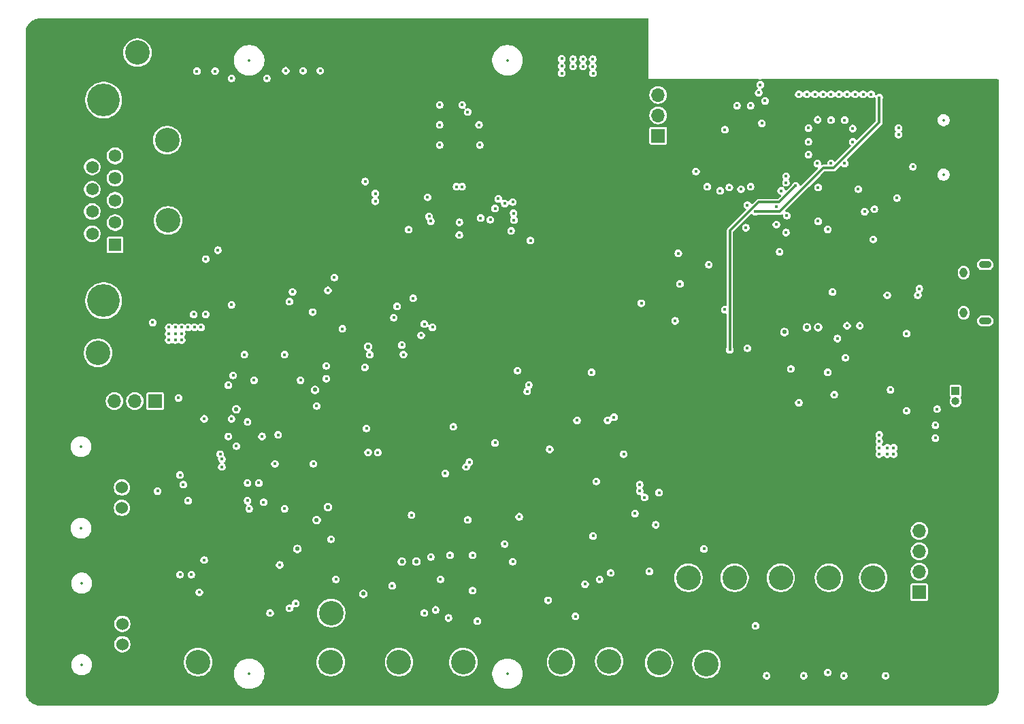
<source format=gbr>
%TF.GenerationSoftware,KiCad,Pcbnew,9.0.0*%
%TF.CreationDate,2025-02-25T12:17:52-05:00*%
%TF.ProjectId,kicad_pulse_supply-rev-C,6b696361-645f-4707-956c-73655f737570,rev?*%
%TF.SameCoordinates,Original*%
%TF.FileFunction,Copper,L3,Inr*%
%TF.FilePolarity,Positive*%
%FSLAX46Y46*%
G04 Gerber Fmt 4.6, Leading zero omitted, Abs format (unit mm)*
G04 Created by KiCad (PCBNEW 9.0.0) date 2025-02-25 12:17:52*
%MOMM*%
%LPD*%
G01*
G04 APERTURE LIST*
%TA.AperFunction,ComponentPad*%
%ADD10R,1.575000X1.575000*%
%TD*%
%TA.AperFunction,ComponentPad*%
%ADD11C,1.575000*%
%TD*%
%TA.AperFunction,ComponentPad*%
%ADD12C,4.066000*%
%TD*%
%TA.AperFunction,HeatsinkPad*%
%ADD13O,1.550000X0.890000*%
%TD*%
%TA.AperFunction,HeatsinkPad*%
%ADD14O,0.950000X1.250000*%
%TD*%
%TA.AperFunction,ComponentPad*%
%ADD15C,3.048000*%
%TD*%
%TA.AperFunction,ComponentPad*%
%ADD16R,1.700000X1.700000*%
%TD*%
%TA.AperFunction,ComponentPad*%
%ADD17O,1.700000X1.700000*%
%TD*%
%TA.AperFunction,ComponentPad*%
%ADD18C,1.524000*%
%TD*%
%TA.AperFunction,ComponentPad*%
%ADD19R,1.000000X1.000000*%
%TD*%
%TA.AperFunction,ComponentPad*%
%ADD20O,1.000000X1.000000*%
%TD*%
%TA.AperFunction,ViaPad*%
%ADD21C,0.550000*%
%TD*%
%TA.AperFunction,ViaPad*%
%ADD22C,0.450000*%
%TD*%
%TA.AperFunction,Conductor*%
%ADD23C,0.300000*%
%TD*%
%ADD24C,0.250000*%
%ADD25C,0.150000*%
%ADD26C,0.350000*%
%ADD27O,1.150000X0.500000*%
%ADD28O,0.550000X0.850000*%
G04 APERTURE END LIST*
D10*
%TO.N,/Switching FET/DUT+*%
%TO.C,J7*%
X55286000Y-98513000D03*
D11*
X55286000Y-95743000D03*
X55286000Y-92973000D03*
X55286000Y-90203000D03*
X55286000Y-87433000D03*
%TO.N,/Switching FET/ DUT-*%
X52446000Y-97128000D03*
X52446000Y-94358000D03*
X52446000Y-91588000D03*
X52446000Y-88818000D03*
D12*
%TO.N,GND*%
X53866000Y-80478000D03*
X53866000Y-105468000D03*
%TD*%
D13*
%TO.N,GND*%
%TO.C,J1*%
X163566000Y-100978000D03*
D14*
X160866000Y-101978000D03*
X160866000Y-106978000D03*
D13*
X163566000Y-107978000D03*
%TD*%
D15*
%TO.N,GND*%
%TO.C,TP14*%
X149616000Y-139978000D03*
%TD*%
%TO.N,Net-(C46-Pad1)*%
%TO.C,TP37*%
X128866000Y-150728000D03*
%TD*%
%TO.N,/Switching FET/vgate*%
%TO.C,TP12*%
X53166000Y-111978000D03*
%TD*%
D16*
%TO.N,ESP_GPIO8*%
%TO.C,J4*%
X155366000Y-141778000D03*
D17*
%TO.N,ESP_GPIO9*%
X155366000Y-139238000D03*
%TO.N,ESP_GPIO10*%
X155366000Y-136698000D03*
%TO.N,GND*%
X155366000Y-134158000D03*
%TD*%
D15*
%TO.N,CS_10A*%
%TO.C,TP28*%
X138116000Y-139978000D03*
%TD*%
%TO.N,CS_5A*%
%TO.C,TP22*%
X132366000Y-139978000D03*
%TD*%
D18*
%TO.N,Net-(J6-In)*%
%TO.C,J6*%
X56116000Y-128728000D03*
%TO.N,GND*%
X56116000Y-131268000D03*
%TD*%
%TO.N,/Switching FET/sig_ext*%
%TO.C,J5*%
X56196000Y-145728000D03*
%TO.N,GND*%
X56196000Y-148268000D03*
%TD*%
D15*
%TO.N,/Switching FET/sig_ext*%
%TO.C,TP13*%
X65616000Y-150478000D03*
%TD*%
%TO.N,CS_20A*%
%TO.C,TP30*%
X144116000Y-139978000D03*
%TD*%
%TO.N,GND*%
%TO.C,TP9*%
X98616000Y-150478000D03*
%TD*%
D16*
%TO.N,GATE_DRV*%
%TO.C,JP2*%
X60291000Y-117978000D03*
D17*
%TO.N,/Switching FET/in+*%
X57751000Y-117978000D03*
%TO.N,/Switching FET/sig_ext*%
X55211000Y-117978000D03*
%TD*%
D15*
%TO.N,Net-(C43-Pad1)*%
%TO.C,TP36*%
X122966000Y-150578000D03*
%TD*%
%TO.N,Net-(JP1-B)*%
%TO.C,TP8*%
X58066000Y-74578000D03*
%TD*%
%TO.N,/Peak Detection/PEAK_OPT*%
%TO.C,TP33*%
X82116000Y-150478000D03*
%TD*%
%TO.N,/Switching FET/ DUT-*%
%TO.C,TP11*%
X61866000Y-95478000D03*
%TD*%
%TO.N,Net-(C37-Pad1)*%
%TO.C,TP32*%
X116766000Y-150378000D03*
%TD*%
%TO.N,Net-(J6-In)*%
%TO.C,TP34*%
X90616000Y-150478000D03*
%TD*%
D16*
%TO.N,/ESP32/TXD0*%
%TO.C,J3*%
X122866000Y-84918000D03*
D17*
%TO.N,/ESP32/RXD0*%
X122866000Y-82378000D03*
%TO.N,GND*%
X122866000Y-79838000D03*
%TD*%
D19*
%TO.N,Net-(J2-Pin_1)*%
%TO.C,J2*%
X159866000Y-116708000D03*
D20*
%TO.N,GND*%
X159866000Y-117978000D03*
%TD*%
D15*
%TO.N,/Switching FET/DUT+*%
%TO.C,TP10*%
X61766000Y-85478000D03*
%TD*%
%TO.N,Net-(U12A-+)*%
%TO.C,TP35*%
X82166000Y-144378000D03*
%TD*%
%TO.N,Net-(C34-Pad1)*%
%TO.C,TP31*%
X110766000Y-150478000D03*
%TD*%
%TO.N,CS_1A*%
%TO.C,TP18*%
X126616000Y-139978000D03*
%TD*%
D21*
%TO.N,+3V3*%
X118366000Y-127578000D03*
X143366000Y-104978000D03*
X151866000Y-94978000D03*
X144166000Y-110178000D03*
X141366000Y-112578000D03*
X124766000Y-104978000D03*
X150766000Y-98378000D03*
X138766000Y-80178000D03*
X151966000Y-96378000D03*
X139766000Y-112578000D03*
X149166000Y-151778000D03*
X121966000Y-127778000D03*
X152366000Y-98378000D03*
X138766000Y-81178000D03*
X126766000Y-130578000D03*
X82566000Y-98578000D03*
D22*
%TO.N,/ESP32/RESET*%
X134966000Y-94378000D03*
X150366000Y-80178000D03*
D21*
%TO.N,Net-(U6C-V+)*%
X80166000Y-116578000D03*
D22*
X68366000Y-124578000D03*
D21*
X86766000Y-111178000D03*
D22*
X75566000Y-122178000D03*
%TO.N,Net-(D13-K)*%
X86766000Y-124378000D03*
X86566000Y-121378000D03*
%TO.N,GNDA*%
X104766000Y-93178000D03*
X104566000Y-96778000D03*
X91816000Y-96628000D03*
%TO.N,Net-(D11-K)*%
X106766000Y-115978000D03*
X105366000Y-114178000D03*
%TO.N,/Peak Detection/PEAK_OPT*%
X109166000Y-142778000D03*
%TO.N,/I2C Voltage Supply/VCC*%
X106966000Y-97978000D03*
X101966000Y-95378000D03*
X102566000Y-93978000D03*
X134966000Y-145978000D03*
X94358706Y-94970706D03*
%TO.N,Net-(U9A-+)*%
X66366000Y-120178000D03*
X63366000Y-127178000D03*
%TO.N,Net-(U8B--)*%
X73566000Y-122378000D03*
X71966000Y-131378000D03*
X68566000Y-125178000D03*
X70366000Y-123578000D03*
%TO.N,Net-(D19-A)*%
X64766000Y-139578000D03*
X66366000Y-137778000D03*
%TO.N,/ESP32/BOOT0*%
X139966000Y-91178000D03*
X131766000Y-111578000D03*
%TO.N,/ESP32/TXD0*%
X152766000Y-84778000D03*
%TO.N,/ESP32/RXD0*%
X152766000Y-83978000D03*
%TO.N,Net-(U7A-+)*%
X76366000Y-112178000D03*
X81566000Y-113578000D03*
%TO.N,Net-(J6-In)*%
X95166000Y-143978000D03*
X95766000Y-140178000D03*
%TO.N,/Switching FET/in+*%
X69766000Y-105978000D03*
X59966000Y-108178000D03*
%TO.N,GATE_DRV*%
X63166000Y-117578000D03*
X133966000Y-111378000D03*
%TO.N,ESP_ADC1_CH3*%
X131166000Y-84178000D03*
X102566000Y-123178000D03*
%TO.N,SDA*%
X147766000Y-91578000D03*
X103766000Y-93378000D03*
X133966000Y-93578000D03*
%TO.N,SCL*%
X149766000Y-94078000D03*
X149616000Y-97828000D03*
X102966000Y-92778000D03*
X148566000Y-94378000D03*
%TO.N,ESP_ADC1_CH1*%
X120766000Y-105778000D03*
X135766000Y-83378000D03*
%TO.N,ESP_GPIO8*%
X137966000Y-99378000D03*
%TO.N,EN{slash}UVLO*%
X133766000Y-96378000D03*
X137566000Y-95978000D03*
%TO.N,ESP_GPIO10*%
X138766000Y-90778000D03*
%TO.N,/ESP32/USB_D+*%
X143966000Y-96578000D03*
X155366000Y-103978000D03*
%TO.N,CS_1A*%
X94766000Y-108778000D03*
X90366000Y-106178000D03*
%TO.N,ESP_ADC1_CH6*%
X121766000Y-139178000D03*
X133166000Y-91578000D03*
%TO.N,ESP_ADC1_CH5*%
X130566000Y-91778000D03*
X82766000Y-140178000D03*
%TO.N,CS_5A*%
X86366000Y-113778000D03*
X86966000Y-112178000D03*
%TO.N,Net-(U12A-+)*%
X89766000Y-140978000D03*
D21*
%TO.N,CS_10A*%
X77966000Y-136378000D03*
X86166000Y-141978000D03*
D22*
X75166000Y-125778000D03*
X73766000Y-130578000D03*
%TO.N,CS_20A*%
X63366000Y-139578000D03*
X76366000Y-131378000D03*
X128566000Y-136378000D03*
X68566000Y-126178000D03*
%TO.N,/ESP32/USB_D-*%
X155166000Y-104778000D03*
X142766000Y-95578000D03*
%TO.N,ESP_ADC1_CH4*%
X99166000Y-132778000D03*
X127566000Y-89378000D03*
%TO.N,ESP_GPIO9*%
X138766000Y-89978000D03*
%TO.N,Net-(RN1A-RG1)*%
X77366000Y-104378000D03*
X81766000Y-104178000D03*
%TO.N,Net-(U6B--)*%
X93366000Y-109778000D03*
X89966000Y-107578000D03*
%TO.N,GND*%
X97366000Y-121178000D03*
X152166000Y-124578000D03*
X153766000Y-109578000D03*
X134366000Y-91278000D03*
X66566000Y-107178000D03*
X113511000Y-76284800D03*
X147066000Y-84028000D03*
D21*
X141366000Y-108778000D03*
D22*
X87666000Y-92128000D03*
X144566000Y-104378000D03*
X135366000Y-79578000D03*
X74566000Y-144378000D03*
X77766000Y-143178000D03*
X120566000Y-129178000D03*
X72566000Y-115378000D03*
X95666000Y-81078000D03*
X99766000Y-141578000D03*
X69966000Y-114778000D03*
X79866000Y-106878000D03*
X114566000Y-114378000D03*
X82566000Y-102578000D03*
X150366000Y-122978000D03*
X98116000Y-97305400D03*
X113511000Y-75384800D03*
X150366000Y-124578000D03*
X79966000Y-125778000D03*
X141566000Y-87278000D03*
X62766000Y-109578000D03*
X125566000Y-103378000D03*
X143966000Y-114378000D03*
X78666000Y-76828000D03*
X124966000Y-107978000D03*
X141366000Y-79778000D03*
X65966000Y-108778000D03*
X67716000Y-76878000D03*
X134366000Y-81178000D03*
X122566000Y-133378000D03*
X150366000Y-123778000D03*
X98466000Y-91278000D03*
X71366000Y-112178000D03*
X91166000Y-112178000D03*
X78366000Y-115378000D03*
D21*
X138566000Y-109378000D03*
D22*
X149366000Y-79778000D03*
X138866000Y-94878000D03*
X69366000Y-115978000D03*
X140966000Y-152178000D03*
X65166000Y-108778000D03*
X117366000Y-119978000D03*
X141566000Y-83978000D03*
X122966000Y-129378000D03*
X87966000Y-124378000D03*
X150366000Y-122178000D03*
X100566000Y-83578000D03*
X114711000Y-75384800D03*
D21*
X90966000Y-137978000D03*
D22*
X114766000Y-134778000D03*
X76516000Y-76828000D03*
X144766000Y-117178000D03*
X145966000Y-152178000D03*
X65766000Y-141778000D03*
X140366000Y-79778000D03*
X115166000Y-127978000D03*
X128966000Y-91278000D03*
X104916000Y-95428000D03*
X99366000Y-125578000D03*
X62766000Y-110378000D03*
X76966000Y-105578000D03*
X112261000Y-75384800D03*
X119966000Y-131978000D03*
X151766000Y-116578000D03*
X151366000Y-124578000D03*
X99166000Y-81978000D03*
X142716000Y-82928000D03*
X63566000Y-108778000D03*
X114711000Y-76284800D03*
X131166000Y-106578000D03*
X92166000Y-132178000D03*
X142666000Y-88378000D03*
X97766000Y-91278000D03*
X100666000Y-86078000D03*
X116566000Y-120378000D03*
X113766000Y-140778000D03*
X144366000Y-88378000D03*
X157366000Y-122578000D03*
X98121000Y-95705400D03*
X132666000Y-81178000D03*
X157366000Y-120978000D03*
X93766000Y-108378000D03*
X104766000Y-137978000D03*
X65466000Y-76878000D03*
X96366000Y-126978000D03*
X98966000Y-126178000D03*
X112261000Y-76284800D03*
X87666000Y-93078000D03*
X146066000Y-82978000D03*
X146366000Y-108578000D03*
X136166000Y-80578000D03*
X98466000Y-81078000D03*
X140366000Y-118178000D03*
X80366000Y-118578000D03*
X75766000Y-138378000D03*
X148366000Y-79778000D03*
X114761000Y-77134800D03*
X68066000Y-99178000D03*
X131716000Y-91378000D03*
X144366000Y-79778000D03*
X147366000Y-79778000D03*
X73166000Y-128178000D03*
D21*
X70366000Y-118978000D03*
D22*
X69366000Y-122378000D03*
X151366000Y-123778000D03*
X71766000Y-128178000D03*
X146066000Y-88378000D03*
X94566000Y-137378000D03*
X64366000Y-130378000D03*
X66566000Y-100278000D03*
X82166000Y-135178000D03*
X110861000Y-77134800D03*
X61966000Y-108778000D03*
X115566000Y-140178000D03*
X95666000Y-83578000D03*
X129166000Y-100978000D03*
X116966000Y-139378000D03*
X144366000Y-82978000D03*
X120566000Y-128378000D03*
X92366000Y-105178000D03*
X152566000Y-92678000D03*
X147966000Y-108578000D03*
X154566000Y-88778000D03*
X125366000Y-99578000D03*
X141566000Y-85678000D03*
X157566000Y-118978000D03*
X137566000Y-93778000D03*
X61966000Y-109578000D03*
X138766000Y-96978000D03*
D21*
X142766000Y-108778000D03*
D22*
X61966000Y-110378000D03*
D21*
X92766000Y-137978000D03*
D22*
X135566000Y-78578000D03*
X65066000Y-107178000D03*
X104866000Y-94578000D03*
X121166000Y-129978000D03*
X71766000Y-130378000D03*
X62766000Y-108778000D03*
X76966000Y-143778000D03*
X110861000Y-75334800D03*
X106566000Y-116778000D03*
X151166000Y-152178000D03*
X86416000Y-90628000D03*
X146366000Y-79778000D03*
X63566000Y-109578000D03*
X153766000Y-119178000D03*
X145366000Y-79778000D03*
X95666000Y-86078000D03*
X147066000Y-85678000D03*
X64366000Y-108778000D03*
X152166000Y-123778000D03*
X74166000Y-77778000D03*
X110861000Y-76234800D03*
X143366000Y-79778000D03*
X112766000Y-120378000D03*
X69766000Y-77778000D03*
X142366000Y-79778000D03*
X90966000Y-110978000D03*
X63566000Y-110378000D03*
X80816000Y-76828000D03*
X136366000Y-152178000D03*
%TO.N,Net-(C34-Pad1)*%
X118566000Y-124578000D03*
%TO.N,Net-(C43-Pad1)*%
X96966000Y-137178000D03*
X100366000Y-145378000D03*
%TO.N,Net-(D7-A)*%
X143966000Y-151778000D03*
X138166000Y-91778000D03*
%TO.N,Net-(D15-A)*%
X103766000Y-135778000D03*
X105566000Y-132378000D03*
D21*
%TO.N,Net-(D17-A)*%
X81766000Y-131178000D03*
X80366000Y-132778000D03*
D22*
%TO.N,Net-(U4-EN)*%
X151366000Y-104778000D03*
X146166000Y-112578000D03*
%TO.N,TPS_FAULT_INT*%
X94166000Y-92578000D03*
X142766000Y-91378000D03*
%TO.N,Net-(U15-EXTVCC)*%
X100766000Y-95178000D03*
X94566000Y-95578000D03*
%TO.N,Net-(C37-Pad1)*%
X112566000Y-144778000D03*
X99766000Y-137178000D03*
%TO.N,Net-(C46-Pad1)*%
X96766000Y-144978000D03*
X93766000Y-144378000D03*
%TO.N,Net-(R10-Pad2)*%
X145166000Y-110178000D03*
X139366000Y-113978000D03*
%TO.N,Net-(U6C-V-)*%
X83566000Y-108978000D03*
X109366000Y-123978000D03*
X71766000Y-120578000D03*
X60566000Y-129178000D03*
X81566000Y-115178000D03*
X69766000Y-120178000D03*
X63766000Y-128378000D03*
%TD*%
D23*
%TO.N,/ESP32/RESET*%
X137966000Y-94378000D02*
X143390000Y-88954000D01*
X144675412Y-88954000D02*
X150366000Y-83263412D01*
X134966000Y-94378000D02*
X137966000Y-94378000D01*
X150366000Y-83263412D02*
X150366000Y-80178000D01*
X143390000Y-88954000D02*
X144675412Y-88954000D01*
%TO.N,/ESP32/BOOT0*%
X137942000Y-93202000D02*
X135327412Y-93202000D01*
X139966000Y-91178000D02*
X137942000Y-93202000D01*
X135327412Y-93202000D02*
X131766000Y-96763412D01*
X131766000Y-96763412D02*
X131766000Y-111578000D01*
%TD*%
%TA.AperFunction,Conductor*%
%TO.N,+3V3*%
G36*
X121609039Y-70315185D02*
G01*
X121654794Y-70367989D01*
X121666000Y-70419500D01*
X121666000Y-77878000D01*
X135399373Y-77878000D01*
X135466412Y-77897685D01*
X135512167Y-77950489D01*
X135522111Y-78019647D01*
X135493086Y-78083203D01*
X135434308Y-78120977D01*
X135431508Y-78121763D01*
X135398655Y-78130566D01*
X135382463Y-78134905D01*
X135274037Y-78197504D01*
X135274034Y-78197506D01*
X135185506Y-78286034D01*
X135185504Y-78286037D01*
X135122905Y-78394463D01*
X135114563Y-78425596D01*
X135090500Y-78515399D01*
X135090500Y-78640601D01*
X135121820Y-78757488D01*
X135122905Y-78761536D01*
X135185504Y-78869962D01*
X135185506Y-78869965D01*
X135241946Y-78926405D01*
X135275431Y-78987728D01*
X135270447Y-79057420D01*
X135228575Y-79113353D01*
X135186367Y-79133858D01*
X135182472Y-79134901D01*
X135182463Y-79134905D01*
X135074037Y-79197504D01*
X135074034Y-79197506D01*
X134985506Y-79286034D01*
X134985504Y-79286037D01*
X134922905Y-79394463D01*
X134906702Y-79454931D01*
X134890500Y-79515399D01*
X134890500Y-79640601D01*
X134922905Y-79761536D01*
X134985505Y-79869964D01*
X135074036Y-79958495D01*
X135182464Y-80021095D01*
X135303399Y-80053500D01*
X135303401Y-80053500D01*
X135428599Y-80053500D01*
X135428601Y-80053500D01*
X135549536Y-80021095D01*
X135657964Y-79958495D01*
X135746495Y-79869964D01*
X135809095Y-79761536D01*
X135841500Y-79640601D01*
X135841500Y-79515399D01*
X135809095Y-79394464D01*
X135746495Y-79286036D01*
X135690053Y-79229594D01*
X135656568Y-79168271D01*
X135661552Y-79098579D01*
X135703424Y-79042646D01*
X135745639Y-79022138D01*
X135749536Y-79021095D01*
X135857964Y-78958495D01*
X135946495Y-78869964D01*
X136009095Y-78761536D01*
X136041500Y-78640601D01*
X136041500Y-78515399D01*
X136009095Y-78394464D01*
X135946495Y-78286036D01*
X135857964Y-78197505D01*
X135749536Y-78134905D01*
X135749537Y-78134905D01*
X135733344Y-78130566D01*
X135700531Y-78121774D01*
X135640873Y-78085409D01*
X135610344Y-78022562D01*
X135618639Y-77953187D01*
X135663125Y-77899309D01*
X135729677Y-77878035D01*
X135732627Y-77878000D01*
X165120500Y-77878000D01*
X165187539Y-77897685D01*
X165233294Y-77950489D01*
X165244500Y-78002000D01*
X165244500Y-154090933D01*
X165244235Y-154099043D01*
X165229636Y-154321778D01*
X165227518Y-154337859D01*
X165184769Y-154552771D01*
X165180571Y-154568438D01*
X165110133Y-154775942D01*
X165103926Y-154790928D01*
X165007007Y-154987460D01*
X164998897Y-155001507D01*
X164877154Y-155183708D01*
X164867280Y-155196576D01*
X164722797Y-155361328D01*
X164711328Y-155372797D01*
X164546576Y-155517280D01*
X164533708Y-155527154D01*
X164351507Y-155648897D01*
X164337460Y-155657007D01*
X164140928Y-155753926D01*
X164125942Y-155760133D01*
X163918438Y-155830571D01*
X163902771Y-155834769D01*
X163687859Y-155877518D01*
X163671778Y-155879636D01*
X163449043Y-155894235D01*
X163440933Y-155894500D01*
X45949067Y-155894500D01*
X45940957Y-155894235D01*
X45718221Y-155879636D01*
X45702140Y-155877518D01*
X45487228Y-155834769D01*
X45471561Y-155830571D01*
X45264057Y-155760133D01*
X45249071Y-155753926D01*
X45052539Y-155657007D01*
X45038492Y-155648897D01*
X44856291Y-155527154D01*
X44843423Y-155517280D01*
X44678671Y-155372797D01*
X44667202Y-155361328D01*
X44614730Y-155301495D01*
X44522716Y-155196573D01*
X44512845Y-155183708D01*
X44391102Y-155001507D01*
X44382992Y-154987460D01*
X44380196Y-154981791D01*
X44286070Y-154790921D01*
X44279866Y-154775942D01*
X44209428Y-154568438D01*
X44205230Y-154552771D01*
X44193217Y-154492376D01*
X44162479Y-154337848D01*
X44160364Y-154321790D01*
X44145765Y-154099043D01*
X44145500Y-154090933D01*
X44145500Y-150705255D01*
X49810500Y-150705255D01*
X49810500Y-150910745D01*
X49812747Y-150924930D01*
X49842646Y-151113706D01*
X49842646Y-151113709D01*
X49906144Y-151309135D01*
X49996280Y-151486037D01*
X49999436Y-151492231D01*
X50120220Y-151658476D01*
X50265524Y-151803780D01*
X50431769Y-151924564D01*
X50614862Y-152017854D01*
X50614864Y-152017855D01*
X50810291Y-152081353D01*
X50810292Y-152081353D01*
X50810295Y-152081354D01*
X51013255Y-152113500D01*
X51013256Y-152113500D01*
X51218744Y-152113500D01*
X51218745Y-152113500D01*
X51421705Y-152081354D01*
X51421708Y-152081353D01*
X51421709Y-152081353D01*
X51617135Y-152017855D01*
X51617135Y-152017854D01*
X51617138Y-152017854D01*
X51800231Y-151924564D01*
X51966476Y-151803780D01*
X52111780Y-151658476D01*
X52232564Y-151492231D01*
X52325854Y-151309138D01*
X52340351Y-151264521D01*
X52389353Y-151113709D01*
X52389353Y-151113708D01*
X52389354Y-151113705D01*
X52421500Y-150910745D01*
X52421500Y-150705255D01*
X52389354Y-150502295D01*
X52389353Y-150502291D01*
X52389353Y-150502290D01*
X52354802Y-150395952D01*
X52343668Y-150361685D01*
X63841500Y-150361685D01*
X63841500Y-150594314D01*
X63856107Y-150705255D01*
X63871863Y-150824930D01*
X63894857Y-150910744D01*
X63932068Y-151049620D01*
X64021083Y-151264521D01*
X64021088Y-151264532D01*
X64137387Y-151465966D01*
X64137398Y-151465982D01*
X64278996Y-151650517D01*
X64279002Y-151650524D01*
X64443475Y-151814997D01*
X64443482Y-151815003D01*
X64536056Y-151886037D01*
X64628026Y-151956608D01*
X64628033Y-151956612D01*
X64829467Y-152072911D01*
X64829472Y-152072913D01*
X64829475Y-152072915D01*
X64849849Y-152081354D01*
X65044379Y-152161931D01*
X65044380Y-152161931D01*
X65044382Y-152161932D01*
X65269070Y-152222137D01*
X65499693Y-152252500D01*
X65499700Y-152252500D01*
X65732300Y-152252500D01*
X65732307Y-152252500D01*
X65962930Y-152222137D01*
X66187618Y-152161932D01*
X66402525Y-152072915D01*
X66603974Y-151956608D01*
X66788519Y-151815002D01*
X66800080Y-151803441D01*
X70065500Y-151803441D01*
X70065500Y-152052558D01*
X70065501Y-152052575D01*
X70098017Y-152299561D01*
X70162498Y-152540207D01*
X70257830Y-152770361D01*
X70257837Y-152770376D01*
X70382400Y-152986126D01*
X70534060Y-153183774D01*
X70534066Y-153183781D01*
X70710218Y-153359933D01*
X70710225Y-153359939D01*
X70907873Y-153511599D01*
X71123623Y-153636162D01*
X71123638Y-153636169D01*
X71222825Y-153677253D01*
X71353793Y-153731502D01*
X71594435Y-153795982D01*
X71841435Y-153828500D01*
X71841442Y-153828500D01*
X72090558Y-153828500D01*
X72090565Y-153828500D01*
X72337565Y-153795982D01*
X72578207Y-153731502D01*
X72808373Y-153636164D01*
X73024127Y-153511599D01*
X73221776Y-153359938D01*
X73397938Y-153183776D01*
X73549599Y-152986127D01*
X73674164Y-152770373D01*
X73769502Y-152540207D01*
X73833982Y-152299565D01*
X73866500Y-152052565D01*
X73866500Y-151803435D01*
X73833982Y-151556435D01*
X73769502Y-151315793D01*
X73685795Y-151113706D01*
X73674167Y-151085633D01*
X73674162Y-151085623D01*
X73549599Y-150869873D01*
X73397939Y-150672225D01*
X73397933Y-150672218D01*
X73221781Y-150496066D01*
X73221774Y-150496060D01*
X73169580Y-150456010D01*
X73046652Y-150361685D01*
X80341500Y-150361685D01*
X80341500Y-150594314D01*
X80356107Y-150705255D01*
X80371863Y-150824930D01*
X80394857Y-150910744D01*
X80432068Y-151049620D01*
X80521083Y-151264521D01*
X80521088Y-151264532D01*
X80637387Y-151465966D01*
X80637398Y-151465982D01*
X80778996Y-151650517D01*
X80779002Y-151650524D01*
X80943475Y-151814997D01*
X80943482Y-151815003D01*
X81036056Y-151886037D01*
X81128026Y-151956608D01*
X81128033Y-151956612D01*
X81329467Y-152072911D01*
X81329472Y-152072913D01*
X81329475Y-152072915D01*
X81349849Y-152081354D01*
X81544379Y-152161931D01*
X81544380Y-152161931D01*
X81544382Y-152161932D01*
X81769070Y-152222137D01*
X81999693Y-152252500D01*
X81999700Y-152252500D01*
X82232300Y-152252500D01*
X82232307Y-152252500D01*
X82462930Y-152222137D01*
X82687618Y-152161932D01*
X82902525Y-152072915D01*
X83103974Y-151956608D01*
X83288519Y-151815002D01*
X83453002Y-151650519D01*
X83594608Y-151465974D01*
X83710915Y-151264525D01*
X83799932Y-151049618D01*
X83860137Y-150824930D01*
X83890500Y-150594307D01*
X83890500Y-150361693D01*
X83890499Y-150361685D01*
X88841500Y-150361685D01*
X88841500Y-150594314D01*
X88856107Y-150705255D01*
X88871863Y-150824930D01*
X88894857Y-150910744D01*
X88932068Y-151049620D01*
X89021083Y-151264521D01*
X89021088Y-151264532D01*
X89137387Y-151465966D01*
X89137398Y-151465982D01*
X89278996Y-151650517D01*
X89279002Y-151650524D01*
X89443475Y-151814997D01*
X89443482Y-151815003D01*
X89536056Y-151886037D01*
X89628026Y-151956608D01*
X89628033Y-151956612D01*
X89829467Y-152072911D01*
X89829472Y-152072913D01*
X89829475Y-152072915D01*
X89849849Y-152081354D01*
X90044379Y-152161931D01*
X90044380Y-152161931D01*
X90044382Y-152161932D01*
X90269070Y-152222137D01*
X90499693Y-152252500D01*
X90499700Y-152252500D01*
X90732300Y-152252500D01*
X90732307Y-152252500D01*
X90962930Y-152222137D01*
X91187618Y-152161932D01*
X91402525Y-152072915D01*
X91603974Y-151956608D01*
X91788519Y-151815002D01*
X91953002Y-151650519D01*
X92094608Y-151465974D01*
X92210915Y-151264525D01*
X92299932Y-151049618D01*
X92360137Y-150824930D01*
X92390500Y-150594307D01*
X92390500Y-150361693D01*
X92390499Y-150361685D01*
X96841500Y-150361685D01*
X96841500Y-150594314D01*
X96856107Y-150705255D01*
X96871863Y-150824930D01*
X96894857Y-150910744D01*
X96932068Y-151049620D01*
X97021083Y-151264521D01*
X97021088Y-151264532D01*
X97137387Y-151465966D01*
X97137398Y-151465982D01*
X97278996Y-151650517D01*
X97279002Y-151650524D01*
X97443475Y-151814997D01*
X97443482Y-151815003D01*
X97536056Y-151886037D01*
X97628026Y-151956608D01*
X97628033Y-151956612D01*
X97829467Y-152072911D01*
X97829472Y-152072913D01*
X97829475Y-152072915D01*
X97849849Y-152081354D01*
X98044379Y-152161931D01*
X98044380Y-152161931D01*
X98044382Y-152161932D01*
X98269070Y-152222137D01*
X98499693Y-152252500D01*
X98499700Y-152252500D01*
X98732300Y-152252500D01*
X98732307Y-152252500D01*
X98962930Y-152222137D01*
X99187618Y-152161932D01*
X99402525Y-152072915D01*
X99603974Y-151956608D01*
X99788519Y-151815002D01*
X99800080Y-151803441D01*
X102215500Y-151803441D01*
X102215500Y-152052558D01*
X102215501Y-152052575D01*
X102248017Y-152299561D01*
X102312498Y-152540207D01*
X102407830Y-152770361D01*
X102407837Y-152770376D01*
X102532400Y-152986126D01*
X102684060Y-153183774D01*
X102684066Y-153183781D01*
X102860218Y-153359933D01*
X102860225Y-153359939D01*
X103057873Y-153511599D01*
X103273623Y-153636162D01*
X103273638Y-153636169D01*
X103372825Y-153677253D01*
X103503793Y-153731502D01*
X103744435Y-153795982D01*
X103991435Y-153828500D01*
X103991442Y-153828500D01*
X104240558Y-153828500D01*
X104240565Y-153828500D01*
X104487565Y-153795982D01*
X104728207Y-153731502D01*
X104958373Y-153636164D01*
X105174127Y-153511599D01*
X105371776Y-153359938D01*
X105547938Y-153183776D01*
X105699599Y-152986127D01*
X105824164Y-152770373D01*
X105919502Y-152540207D01*
X105983982Y-152299565D01*
X106016500Y-152052565D01*
X106016500Y-151803435D01*
X105983982Y-151556435D01*
X105919502Y-151315793D01*
X105835795Y-151113706D01*
X105824167Y-151085633D01*
X105824162Y-151085623D01*
X105699599Y-150869873D01*
X105547939Y-150672225D01*
X105547933Y-150672218D01*
X105371781Y-150496066D01*
X105371774Y-150496060D01*
X105319580Y-150456010D01*
X105196652Y-150361685D01*
X108991500Y-150361685D01*
X108991500Y-150594314D01*
X109006107Y-150705255D01*
X109021863Y-150824930D01*
X109044857Y-150910744D01*
X109082068Y-151049620D01*
X109171083Y-151264521D01*
X109171088Y-151264532D01*
X109287387Y-151465966D01*
X109287398Y-151465982D01*
X109428996Y-151650517D01*
X109429002Y-151650524D01*
X109593475Y-151814997D01*
X109593482Y-151815003D01*
X109686056Y-151886037D01*
X109778026Y-151956608D01*
X109778033Y-151956612D01*
X109979467Y-152072911D01*
X109979472Y-152072913D01*
X109979475Y-152072915D01*
X109999849Y-152081354D01*
X110194379Y-152161931D01*
X110194380Y-152161931D01*
X110194382Y-152161932D01*
X110419070Y-152222137D01*
X110649693Y-152252500D01*
X110649700Y-152252500D01*
X110882300Y-152252500D01*
X110882307Y-152252500D01*
X111112930Y-152222137D01*
X111337618Y-152161932D01*
X111552525Y-152072915D01*
X111753974Y-151956608D01*
X111938519Y-151815002D01*
X112103002Y-151650519D01*
X112244608Y-151465974D01*
X112360915Y-151264525D01*
X112449932Y-151049618D01*
X112510137Y-150824930D01*
X112540500Y-150594307D01*
X112540500Y-150361693D01*
X112527333Y-150261685D01*
X114991500Y-150261685D01*
X114991500Y-150494314D01*
X115006955Y-150611699D01*
X115021863Y-150724930D01*
X115048657Y-150824928D01*
X115082068Y-150949620D01*
X115171083Y-151164521D01*
X115171088Y-151164532D01*
X115287387Y-151365966D01*
X115287398Y-151365982D01*
X115428996Y-151550517D01*
X115429002Y-151550524D01*
X115593475Y-151714997D01*
X115593482Y-151715003D01*
X115594758Y-151715982D01*
X115778026Y-151856608D01*
X115778033Y-151856612D01*
X115979467Y-151972911D01*
X115979472Y-151972913D01*
X115979475Y-151972915D01*
X116031497Y-151994463D01*
X116194379Y-152061931D01*
X116194380Y-152061931D01*
X116194382Y-152061932D01*
X116419070Y-152122137D01*
X116649693Y-152152500D01*
X116649700Y-152152500D01*
X116882300Y-152152500D01*
X116882307Y-152152500D01*
X117112930Y-152122137D01*
X117337618Y-152061932D01*
X117552525Y-151972915D01*
X117753974Y-151856608D01*
X117938519Y-151715002D01*
X118103002Y-151550519D01*
X118244608Y-151365974D01*
X118360915Y-151164525D01*
X118449932Y-150949618D01*
X118510137Y-150724930D01*
X118540500Y-150494307D01*
X118540500Y-150461685D01*
X121191500Y-150461685D01*
X121191500Y-150694314D01*
X121211248Y-150844307D01*
X121221863Y-150924930D01*
X121228479Y-150949620D01*
X121282068Y-151149620D01*
X121371083Y-151364521D01*
X121371088Y-151364532D01*
X121487387Y-151565966D01*
X121487398Y-151565982D01*
X121628996Y-151750517D01*
X121629002Y-151750524D01*
X121793475Y-151914997D01*
X121793481Y-151915002D01*
X121978026Y-152056608D01*
X121978033Y-152056612D01*
X122179467Y-152172911D01*
X122179472Y-152172913D01*
X122179475Y-152172915D01*
X122260827Y-152206612D01*
X122394379Y-152261931D01*
X122394380Y-152261931D01*
X122394382Y-152261932D01*
X122619070Y-152322137D01*
X122849693Y-152352500D01*
X122849700Y-152352500D01*
X123082300Y-152352500D01*
X123082307Y-152352500D01*
X123312930Y-152322137D01*
X123537618Y-152261932D01*
X123752525Y-152172915D01*
X123953974Y-152056608D01*
X124138519Y-151915002D01*
X124303002Y-151750519D01*
X124444608Y-151565974D01*
X124560915Y-151364525D01*
X124649932Y-151149618D01*
X124710137Y-150924930D01*
X124740500Y-150694307D01*
X124740500Y-150611685D01*
X127091500Y-150611685D01*
X127091500Y-150844314D01*
X127105365Y-150949620D01*
X127121863Y-151074930D01*
X127124731Y-151085633D01*
X127182068Y-151299620D01*
X127271083Y-151514521D01*
X127271088Y-151514532D01*
X127387387Y-151715966D01*
X127387398Y-151715982D01*
X127528996Y-151900517D01*
X127529002Y-151900524D01*
X127693475Y-152064997D01*
X127693482Y-152065003D01*
X127714790Y-152081353D01*
X127878026Y-152206608D01*
X127878033Y-152206612D01*
X128079467Y-152322911D01*
X128079472Y-152322913D01*
X128079475Y-152322915D01*
X128150900Y-152352500D01*
X128294379Y-152411931D01*
X128294380Y-152411931D01*
X128294382Y-152411932D01*
X128519070Y-152472137D01*
X128749693Y-152502500D01*
X128749700Y-152502500D01*
X128982300Y-152502500D01*
X128982307Y-152502500D01*
X129212930Y-152472137D01*
X129437618Y-152411932D01*
X129652525Y-152322915D01*
X129853974Y-152206608D01*
X129972840Y-152115399D01*
X135890500Y-152115399D01*
X135890500Y-152240601D01*
X135922905Y-152361536D01*
X135985505Y-152469964D01*
X136074036Y-152558495D01*
X136182464Y-152621095D01*
X136303399Y-152653500D01*
X136303401Y-152653500D01*
X136428599Y-152653500D01*
X136428601Y-152653500D01*
X136549536Y-152621095D01*
X136657964Y-152558495D01*
X136746495Y-152469964D01*
X136809095Y-152361536D01*
X136841500Y-152240601D01*
X136841500Y-152115399D01*
X140490500Y-152115399D01*
X140490500Y-152240601D01*
X140522905Y-152361536D01*
X140585505Y-152469964D01*
X140674036Y-152558495D01*
X140782464Y-152621095D01*
X140903399Y-152653500D01*
X140903401Y-152653500D01*
X141028599Y-152653500D01*
X141028601Y-152653500D01*
X141149536Y-152621095D01*
X141257964Y-152558495D01*
X141346495Y-152469964D01*
X141409095Y-152361536D01*
X141441500Y-152240601D01*
X141441500Y-152115399D01*
X141409095Y-151994464D01*
X141346495Y-151886036D01*
X141257964Y-151797505D01*
X141149536Y-151734905D01*
X141149537Y-151734905D01*
X141109224Y-151724103D01*
X141076740Y-151715399D01*
X143490500Y-151715399D01*
X143490500Y-151840601D01*
X143522905Y-151961536D01*
X143585505Y-152069964D01*
X143674036Y-152158495D01*
X143782464Y-152221095D01*
X143903399Y-152253500D01*
X143903401Y-152253500D01*
X144028599Y-152253500D01*
X144028601Y-152253500D01*
X144149536Y-152221095D01*
X144257964Y-152158495D01*
X144301060Y-152115399D01*
X145490500Y-152115399D01*
X145490500Y-152240601D01*
X145522905Y-152361536D01*
X145585505Y-152469964D01*
X145674036Y-152558495D01*
X145782464Y-152621095D01*
X145903399Y-152653500D01*
X145903401Y-152653500D01*
X146028599Y-152653500D01*
X146028601Y-152653500D01*
X146149536Y-152621095D01*
X146257964Y-152558495D01*
X146346495Y-152469964D01*
X146409095Y-152361536D01*
X146441500Y-152240601D01*
X146441500Y-152115399D01*
X150690500Y-152115399D01*
X150690500Y-152240601D01*
X150722905Y-152361536D01*
X150785505Y-152469964D01*
X150874036Y-152558495D01*
X150982464Y-152621095D01*
X151103399Y-152653500D01*
X151103401Y-152653500D01*
X151228599Y-152653500D01*
X151228601Y-152653500D01*
X151349536Y-152621095D01*
X151457964Y-152558495D01*
X151546495Y-152469964D01*
X151609095Y-152361536D01*
X151641500Y-152240601D01*
X151641500Y-152115399D01*
X151609095Y-151994464D01*
X151546495Y-151886036D01*
X151457964Y-151797505D01*
X151349536Y-151734905D01*
X151349537Y-151734905D01*
X151309224Y-151724103D01*
X151228601Y-151702500D01*
X151103399Y-151702500D01*
X151022775Y-151724103D01*
X150982463Y-151734905D01*
X150874037Y-151797504D01*
X150874034Y-151797506D01*
X150785506Y-151886034D01*
X150785504Y-151886037D01*
X150722905Y-151994463D01*
X150716637Y-152017855D01*
X150690500Y-152115399D01*
X146441500Y-152115399D01*
X146409095Y-151994464D01*
X146346495Y-151886036D01*
X146257964Y-151797505D01*
X146149536Y-151734905D01*
X146149537Y-151734905D01*
X146109224Y-151724103D01*
X146028601Y-151702500D01*
X145903399Y-151702500D01*
X145822775Y-151724103D01*
X145782463Y-151734905D01*
X145674037Y-151797504D01*
X145674034Y-151797506D01*
X145585506Y-151886034D01*
X145585504Y-151886037D01*
X145522905Y-151994463D01*
X145516637Y-152017855D01*
X145490500Y-152115399D01*
X144301060Y-152115399D01*
X144346495Y-152069964D01*
X144354210Y-152056601D01*
X144360752Y-152045271D01*
X144390085Y-151994463D01*
X144409095Y-151961536D01*
X144441500Y-151840601D01*
X144441500Y-151715399D01*
X144409095Y-151594464D01*
X144346495Y-151486036D01*
X144257964Y-151397505D01*
X144149536Y-151334905D01*
X144149537Y-151334905D01*
X144078210Y-151315793D01*
X144028601Y-151302500D01*
X143903399Y-151302500D01*
X143853790Y-151315793D01*
X143782463Y-151334905D01*
X143674037Y-151397504D01*
X143674034Y-151397506D01*
X143585506Y-151486034D01*
X143585504Y-151486037D01*
X143522905Y-151594463D01*
X143506702Y-151654931D01*
X143490500Y-151715399D01*
X141076740Y-151715399D01*
X141028601Y-151702500D01*
X140903399Y-151702500D01*
X140822775Y-151724103D01*
X140782463Y-151734905D01*
X140674037Y-151797504D01*
X140674034Y-151797506D01*
X140585506Y-151886034D01*
X140585504Y-151886037D01*
X140522905Y-151994463D01*
X140516637Y-152017855D01*
X140490500Y-152115399D01*
X136841500Y-152115399D01*
X136809095Y-151994464D01*
X136746495Y-151886036D01*
X136657964Y-151797505D01*
X136549536Y-151734905D01*
X136549537Y-151734905D01*
X136509224Y-151724103D01*
X136428601Y-151702500D01*
X136303399Y-151702500D01*
X136222775Y-151724103D01*
X136182463Y-151734905D01*
X136074037Y-151797504D01*
X136074034Y-151797506D01*
X135985506Y-151886034D01*
X135985504Y-151886037D01*
X135922905Y-151994463D01*
X135916637Y-152017855D01*
X135890500Y-152115399D01*
X129972840Y-152115399D01*
X130038519Y-152065002D01*
X130058250Y-152045271D01*
X130083932Y-152019590D01*
X130202997Y-151900524D01*
X130203002Y-151900519D01*
X130344608Y-151715974D01*
X130460915Y-151514525D01*
X130549932Y-151299618D01*
X130610137Y-151074930D01*
X130640500Y-150844307D01*
X130640500Y-150611693D01*
X130610137Y-150381070D01*
X130549932Y-150156382D01*
X130539447Y-150131070D01*
X130487799Y-150006379D01*
X130460915Y-149941475D01*
X130460913Y-149941472D01*
X130460911Y-149941467D01*
X130344612Y-149740033D01*
X130344608Y-149740026D01*
X130235740Y-149598146D01*
X130203003Y-149555482D01*
X130202997Y-149555475D01*
X130038524Y-149391002D01*
X130038517Y-149390996D01*
X129853982Y-149249398D01*
X129853980Y-149249396D01*
X129853974Y-149249392D01*
X129853969Y-149249389D01*
X129853966Y-149249387D01*
X129652532Y-149133088D01*
X129652521Y-149133083D01*
X129437620Y-149044068D01*
X129325274Y-149013965D01*
X129212930Y-148983863D01*
X129161680Y-148977115D01*
X128982314Y-148953500D01*
X128982307Y-148953500D01*
X128749693Y-148953500D01*
X128749685Y-148953500D01*
X128544694Y-148980489D01*
X128519070Y-148983863D01*
X128462898Y-148998914D01*
X128294379Y-149044068D01*
X128079478Y-149133083D01*
X128079467Y-149133088D01*
X127878033Y-149249387D01*
X127878017Y-149249398D01*
X127693482Y-149390996D01*
X127693475Y-149391002D01*
X127529002Y-149555475D01*
X127528996Y-149555482D01*
X127387398Y-149740017D01*
X127387387Y-149740033D01*
X127271088Y-149941467D01*
X127271083Y-149941478D01*
X127182068Y-150156379D01*
X127141747Y-150306862D01*
X127127054Y-150361699D01*
X127121863Y-150381071D01*
X127091500Y-150611685D01*
X124740500Y-150611685D01*
X124740500Y-150461693D01*
X124710137Y-150231070D01*
X124649932Y-150006382D01*
X124629694Y-149957524D01*
X124605423Y-149898928D01*
X124560915Y-149791475D01*
X124560913Y-149791472D01*
X124560911Y-149791467D01*
X124444612Y-149590033D01*
X124444608Y-149590026D01*
X124367881Y-149490033D01*
X124303003Y-149405482D01*
X124302997Y-149405475D01*
X124138524Y-149241002D01*
X124138517Y-149240996D01*
X123953982Y-149099398D01*
X123953980Y-149099396D01*
X123953974Y-149099392D01*
X123953969Y-149099389D01*
X123953966Y-149099387D01*
X123752532Y-148983088D01*
X123752521Y-148983083D01*
X123537620Y-148894068D01*
X123425274Y-148863965D01*
X123312930Y-148833863D01*
X123261680Y-148827115D01*
X123082314Y-148803500D01*
X123082307Y-148803500D01*
X122849693Y-148803500D01*
X122849685Y-148803500D01*
X122644694Y-148830489D01*
X122619070Y-148833863D01*
X122562898Y-148848914D01*
X122394379Y-148894068D01*
X122179478Y-148983083D01*
X122179467Y-148983088D01*
X121978033Y-149099387D01*
X121978017Y-149099398D01*
X121793482Y-149240996D01*
X121793475Y-149241002D01*
X121629002Y-149405475D01*
X121628996Y-149405482D01*
X121487398Y-149590017D01*
X121487387Y-149590033D01*
X121371088Y-149791467D01*
X121371083Y-149791478D01*
X121282068Y-150006379D01*
X121221863Y-150231071D01*
X121191500Y-150461685D01*
X118540500Y-150461685D01*
X118540500Y-150261693D01*
X118510137Y-150031070D01*
X118449932Y-149806382D01*
X118443757Y-149791475D01*
X118360916Y-149591478D01*
X118360911Y-149591467D01*
X118244612Y-149390033D01*
X118244608Y-149390026D01*
X118130710Y-149241591D01*
X118103003Y-149205482D01*
X118102997Y-149205475D01*
X117938524Y-149041002D01*
X117938517Y-149040996D01*
X117753982Y-148899398D01*
X117753980Y-148899396D01*
X117753974Y-148899392D01*
X117753969Y-148899389D01*
X117753966Y-148899387D01*
X117552532Y-148783088D01*
X117552521Y-148783083D01*
X117337620Y-148694068D01*
X117225274Y-148663965D01*
X117112930Y-148633863D01*
X117061680Y-148627115D01*
X116882314Y-148603500D01*
X116882307Y-148603500D01*
X116649693Y-148603500D01*
X116649685Y-148603500D01*
X116444694Y-148630489D01*
X116419070Y-148633863D01*
X116362898Y-148648914D01*
X116194379Y-148694068D01*
X115979478Y-148783083D01*
X115979467Y-148783088D01*
X115778033Y-148899387D01*
X115778017Y-148899398D01*
X115593482Y-149040996D01*
X115593475Y-149041002D01*
X115429002Y-149205475D01*
X115428996Y-149205482D01*
X115287398Y-149390017D01*
X115287387Y-149390033D01*
X115171088Y-149591467D01*
X115171083Y-149591478D01*
X115082068Y-149806379D01*
X115055274Y-149906379D01*
X115022820Y-150027501D01*
X115021863Y-150031071D01*
X114991500Y-150261685D01*
X112527333Y-150261685D01*
X112510137Y-150131070D01*
X112449932Y-149906382D01*
X112360915Y-149691475D01*
X112360913Y-149691472D01*
X112360911Y-149691467D01*
X112244612Y-149490033D01*
X112244608Y-149490026D01*
X112167881Y-149390033D01*
X112103003Y-149305482D01*
X112102997Y-149305475D01*
X111938524Y-149141002D01*
X111938517Y-149140996D01*
X111753982Y-148999398D01*
X111753980Y-148999396D01*
X111753974Y-148999392D01*
X111753969Y-148999389D01*
X111753966Y-148999387D01*
X111552532Y-148883088D01*
X111552521Y-148883083D01*
X111337620Y-148794068D01*
X111225274Y-148763965D01*
X111112930Y-148733863D01*
X111061680Y-148727115D01*
X110882314Y-148703500D01*
X110882307Y-148703500D01*
X110649693Y-148703500D01*
X110649685Y-148703500D01*
X110444694Y-148730489D01*
X110419070Y-148733863D01*
X110367833Y-148747592D01*
X110194379Y-148794068D01*
X109979478Y-148883083D01*
X109979467Y-148883088D01*
X109778033Y-148999387D01*
X109778017Y-148999398D01*
X109593482Y-149140996D01*
X109593475Y-149141002D01*
X109429002Y-149305475D01*
X109428996Y-149305482D01*
X109287398Y-149490017D01*
X109287387Y-149490033D01*
X109171088Y-149691467D01*
X109171083Y-149691478D01*
X109082068Y-149906379D01*
X109040902Y-150060017D01*
X109023820Y-150123769D01*
X109021863Y-150131071D01*
X108991500Y-150361685D01*
X105196652Y-150361685D01*
X105174126Y-150344400D01*
X104958376Y-150219837D01*
X104958361Y-150219830D01*
X104728207Y-150124498D01*
X104487561Y-150060017D01*
X104240575Y-150027501D01*
X104240570Y-150027500D01*
X104240565Y-150027500D01*
X103991435Y-150027500D01*
X103991429Y-150027500D01*
X103991424Y-150027501D01*
X103744438Y-150060017D01*
X103503792Y-150124498D01*
X103273638Y-150219830D01*
X103273623Y-150219837D01*
X103057873Y-150344400D01*
X102860225Y-150496060D01*
X102860218Y-150496066D01*
X102684066Y-150672218D01*
X102684060Y-150672225D01*
X102532400Y-150869873D01*
X102407837Y-151085623D01*
X102407833Y-151085633D01*
X102312498Y-151315792D01*
X102248017Y-151556438D01*
X102215501Y-151803424D01*
X102215500Y-151803441D01*
X99800080Y-151803441D01*
X99806017Y-151797504D01*
X99891827Y-151711695D01*
X99952997Y-151650524D01*
X99953002Y-151650519D01*
X100094608Y-151465974D01*
X100210915Y-151264525D01*
X100299932Y-151049618D01*
X100360137Y-150824930D01*
X100390500Y-150594307D01*
X100390500Y-150361693D01*
X100360137Y-150131070D01*
X100299932Y-149906382D01*
X100210915Y-149691475D01*
X100210913Y-149691472D01*
X100210911Y-149691467D01*
X100094612Y-149490033D01*
X100094608Y-149490026D01*
X100017881Y-149390033D01*
X99953003Y-149305482D01*
X99952997Y-149305475D01*
X99788524Y-149141002D01*
X99788517Y-149140996D01*
X99603982Y-148999398D01*
X99603980Y-148999396D01*
X99603974Y-148999392D01*
X99603969Y-148999389D01*
X99603966Y-148999387D01*
X99402532Y-148883088D01*
X99402521Y-148883083D01*
X99187620Y-148794068D01*
X99075274Y-148763965D01*
X98962930Y-148733863D01*
X98911680Y-148727115D01*
X98732314Y-148703500D01*
X98732307Y-148703500D01*
X98499693Y-148703500D01*
X98499685Y-148703500D01*
X98294694Y-148730489D01*
X98269070Y-148733863D01*
X98217833Y-148747592D01*
X98044379Y-148794068D01*
X97829478Y-148883083D01*
X97829467Y-148883088D01*
X97628033Y-148999387D01*
X97628017Y-148999398D01*
X97443482Y-149140996D01*
X97443475Y-149141002D01*
X97279002Y-149305475D01*
X97278996Y-149305482D01*
X97137398Y-149490017D01*
X97137387Y-149490033D01*
X97021088Y-149691467D01*
X97021083Y-149691478D01*
X96932068Y-149906379D01*
X96890902Y-150060017D01*
X96873820Y-150123769D01*
X96871863Y-150131071D01*
X96841500Y-150361685D01*
X92390499Y-150361685D01*
X92360137Y-150131070D01*
X92299932Y-149906382D01*
X92210915Y-149691475D01*
X92210913Y-149691472D01*
X92210911Y-149691467D01*
X92094612Y-149490033D01*
X92094608Y-149490026D01*
X92017881Y-149390033D01*
X91953003Y-149305482D01*
X91952997Y-149305475D01*
X91788524Y-149141002D01*
X91788517Y-149140996D01*
X91603982Y-148999398D01*
X91603980Y-148999396D01*
X91603974Y-148999392D01*
X91603969Y-148999389D01*
X91603966Y-148999387D01*
X91402532Y-148883088D01*
X91402521Y-148883083D01*
X91187620Y-148794068D01*
X91075274Y-148763965D01*
X90962930Y-148733863D01*
X90911680Y-148727115D01*
X90732314Y-148703500D01*
X90732307Y-148703500D01*
X90499693Y-148703500D01*
X90499685Y-148703500D01*
X90294694Y-148730489D01*
X90269070Y-148733863D01*
X90217833Y-148747592D01*
X90044379Y-148794068D01*
X89829478Y-148883083D01*
X89829467Y-148883088D01*
X89628033Y-148999387D01*
X89628017Y-148999398D01*
X89443482Y-149140996D01*
X89443475Y-149141002D01*
X89279002Y-149305475D01*
X89278996Y-149305482D01*
X89137398Y-149490017D01*
X89137387Y-149490033D01*
X89021088Y-149691467D01*
X89021083Y-149691478D01*
X88932068Y-149906379D01*
X88890902Y-150060017D01*
X88873820Y-150123769D01*
X88871863Y-150131071D01*
X88841500Y-150361685D01*
X83890499Y-150361685D01*
X83860137Y-150131070D01*
X83799932Y-149906382D01*
X83710915Y-149691475D01*
X83710913Y-149691472D01*
X83710911Y-149691467D01*
X83594612Y-149490033D01*
X83594608Y-149490026D01*
X83517881Y-149390033D01*
X83453003Y-149305482D01*
X83452997Y-149305475D01*
X83288524Y-149141002D01*
X83288517Y-149140996D01*
X83103982Y-148999398D01*
X83103980Y-148999396D01*
X83103974Y-148999392D01*
X83103969Y-148999389D01*
X83103966Y-148999387D01*
X82902532Y-148883088D01*
X82902521Y-148883083D01*
X82687620Y-148794068D01*
X82575274Y-148763965D01*
X82462930Y-148733863D01*
X82411680Y-148727115D01*
X82232314Y-148703500D01*
X82232307Y-148703500D01*
X81999693Y-148703500D01*
X81999685Y-148703500D01*
X81794694Y-148730489D01*
X81769070Y-148733863D01*
X81717833Y-148747592D01*
X81544379Y-148794068D01*
X81329478Y-148883083D01*
X81329467Y-148883088D01*
X81128033Y-148999387D01*
X81128017Y-148999398D01*
X80943482Y-149140996D01*
X80943475Y-149141002D01*
X80779002Y-149305475D01*
X80778996Y-149305482D01*
X80637398Y-149490017D01*
X80637387Y-149490033D01*
X80521088Y-149691467D01*
X80521083Y-149691478D01*
X80432068Y-149906379D01*
X80390902Y-150060017D01*
X80373820Y-150123769D01*
X80371863Y-150131071D01*
X80341500Y-150361685D01*
X73046652Y-150361685D01*
X73024126Y-150344400D01*
X72808376Y-150219837D01*
X72808361Y-150219830D01*
X72578207Y-150124498D01*
X72337561Y-150060017D01*
X72090575Y-150027501D01*
X72090570Y-150027500D01*
X72090565Y-150027500D01*
X71841435Y-150027500D01*
X71841429Y-150027500D01*
X71841424Y-150027501D01*
X71594438Y-150060017D01*
X71353792Y-150124498D01*
X71123638Y-150219830D01*
X71123623Y-150219837D01*
X70907873Y-150344400D01*
X70710225Y-150496060D01*
X70710218Y-150496066D01*
X70534066Y-150672218D01*
X70534060Y-150672225D01*
X70382400Y-150869873D01*
X70257837Y-151085623D01*
X70257833Y-151085633D01*
X70162498Y-151315792D01*
X70098017Y-151556438D01*
X70065501Y-151803424D01*
X70065500Y-151803441D01*
X66800080Y-151803441D01*
X66806017Y-151797504D01*
X66891827Y-151711695D01*
X66952997Y-151650524D01*
X66953002Y-151650519D01*
X67094608Y-151465974D01*
X67210915Y-151264525D01*
X67299932Y-151049618D01*
X67360137Y-150824930D01*
X67390500Y-150594307D01*
X67390500Y-150361693D01*
X67360137Y-150131070D01*
X67299932Y-149906382D01*
X67210915Y-149691475D01*
X67210913Y-149691472D01*
X67210911Y-149691467D01*
X67094612Y-149490033D01*
X67094608Y-149490026D01*
X67017881Y-149390033D01*
X66953003Y-149305482D01*
X66952997Y-149305475D01*
X66788524Y-149141002D01*
X66788517Y-149140996D01*
X66603982Y-148999398D01*
X66603980Y-148999396D01*
X66603974Y-148999392D01*
X66603969Y-148999389D01*
X66603966Y-148999387D01*
X66402532Y-148883088D01*
X66402521Y-148883083D01*
X66187620Y-148794068D01*
X66075274Y-148763965D01*
X65962930Y-148733863D01*
X65911680Y-148727115D01*
X65732314Y-148703500D01*
X65732307Y-148703500D01*
X65499693Y-148703500D01*
X65499685Y-148703500D01*
X65294694Y-148730489D01*
X65269070Y-148733863D01*
X65217833Y-148747592D01*
X65044379Y-148794068D01*
X64829478Y-148883083D01*
X64829467Y-148883088D01*
X64628033Y-148999387D01*
X64628017Y-148999398D01*
X64443482Y-149140996D01*
X64443475Y-149141002D01*
X64279002Y-149305475D01*
X64278996Y-149305482D01*
X64137398Y-149490017D01*
X64137387Y-149490033D01*
X64021088Y-149691467D01*
X64021083Y-149691478D01*
X63932068Y-149906379D01*
X63890902Y-150060017D01*
X63873820Y-150123769D01*
X63871863Y-150131071D01*
X63841500Y-150361685D01*
X52343668Y-150361685D01*
X52325855Y-150306864D01*
X52249181Y-150156382D01*
X52232564Y-150123769D01*
X52111780Y-149957524D01*
X51966476Y-149812220D01*
X51800231Y-149691436D01*
X51617135Y-149598144D01*
X51421708Y-149534646D01*
X51269485Y-149510536D01*
X51218745Y-149502500D01*
X51013255Y-149502500D01*
X50945601Y-149513215D01*
X50810293Y-149534646D01*
X50810290Y-149534646D01*
X50614864Y-149598144D01*
X50431768Y-149691436D01*
X50265521Y-149812222D01*
X50120222Y-149957521D01*
X49999436Y-150123768D01*
X49906144Y-150306864D01*
X49842646Y-150502290D01*
X49842646Y-150502293D01*
X49828071Y-150594314D01*
X49810500Y-150705255D01*
X44145500Y-150705255D01*
X44145500Y-148367725D01*
X55183499Y-148367725D01*
X55222408Y-148563329D01*
X55222411Y-148563339D01*
X55298730Y-148747592D01*
X55298737Y-148747605D01*
X55409539Y-148913430D01*
X55409542Y-148913434D01*
X55550565Y-149054457D01*
X55550569Y-149054460D01*
X55716394Y-149165262D01*
X55716407Y-149165269D01*
X55899231Y-149240996D01*
X55900665Y-149241590D01*
X55900669Y-149241590D01*
X55900670Y-149241591D01*
X56096274Y-149280500D01*
X56096277Y-149280500D01*
X56295725Y-149280500D01*
X56452137Y-149249387D01*
X56491335Y-149241590D01*
X56675599Y-149165266D01*
X56841431Y-149054460D01*
X56982460Y-148913431D01*
X57093266Y-148747599D01*
X57169590Y-148563335D01*
X57208500Y-148367723D01*
X57208500Y-148168277D01*
X57208500Y-148168274D01*
X57169591Y-147972670D01*
X57169590Y-147972669D01*
X57169590Y-147972665D01*
X57169588Y-147972660D01*
X57093269Y-147788407D01*
X57093262Y-147788394D01*
X56982460Y-147622569D01*
X56982457Y-147622565D01*
X56841434Y-147481542D01*
X56841430Y-147481539D01*
X56675605Y-147370737D01*
X56675592Y-147370730D01*
X56491339Y-147294411D01*
X56491329Y-147294408D01*
X56295725Y-147255500D01*
X56295723Y-147255500D01*
X56096277Y-147255500D01*
X56096275Y-147255500D01*
X55900670Y-147294408D01*
X55900660Y-147294411D01*
X55716407Y-147370730D01*
X55716394Y-147370737D01*
X55550569Y-147481539D01*
X55550565Y-147481542D01*
X55409542Y-147622565D01*
X55409539Y-147622569D01*
X55298737Y-147788394D01*
X55298730Y-147788407D01*
X55222411Y-147972660D01*
X55222408Y-147972670D01*
X55183500Y-148168274D01*
X55183500Y-148168277D01*
X55183500Y-148367723D01*
X55183500Y-148367725D01*
X55183499Y-148367725D01*
X44145500Y-148367725D01*
X44145500Y-145827725D01*
X55183499Y-145827725D01*
X55222408Y-146023329D01*
X55222411Y-146023339D01*
X55298730Y-146207592D01*
X55298737Y-146207605D01*
X55409539Y-146373430D01*
X55409542Y-146373434D01*
X55550565Y-146514457D01*
X55550569Y-146514460D01*
X55716394Y-146625262D01*
X55716407Y-146625269D01*
X55900660Y-146701588D01*
X55900665Y-146701590D01*
X55900669Y-146701590D01*
X55900670Y-146701591D01*
X56096274Y-146740500D01*
X56096277Y-146740500D01*
X56295725Y-146740500D01*
X56427324Y-146714322D01*
X56491335Y-146701590D01*
X56675599Y-146625266D01*
X56841431Y-146514460D01*
X56982460Y-146373431D01*
X57093266Y-146207599D01*
X57169590Y-146023335D01*
X57202754Y-145856612D01*
X57208500Y-145827725D01*
X57208500Y-145628274D01*
X57169591Y-145432670D01*
X57169590Y-145432669D01*
X57169590Y-145432665D01*
X57121018Y-145315400D01*
X57093269Y-145248407D01*
X57093262Y-145248394D01*
X56982460Y-145082569D01*
X56982457Y-145082565D01*
X56841434Y-144941542D01*
X56841430Y-144941539D01*
X56675605Y-144830737D01*
X56675592Y-144830730D01*
X56491339Y-144754411D01*
X56491329Y-144754408D01*
X56295725Y-144715500D01*
X56295723Y-144715500D01*
X56096277Y-144715500D01*
X56096275Y-144715500D01*
X55900670Y-144754408D01*
X55900660Y-144754411D01*
X55716407Y-144830730D01*
X55716394Y-144830737D01*
X55550569Y-144941539D01*
X55550565Y-144941542D01*
X55409542Y-145082565D01*
X55409539Y-145082569D01*
X55298737Y-145248394D01*
X55298730Y-145248407D01*
X55222411Y-145432660D01*
X55222408Y-145432670D01*
X55183500Y-145628274D01*
X55183500Y-145628277D01*
X55183500Y-145827723D01*
X55183500Y-145827725D01*
X55183499Y-145827725D01*
X44145500Y-145827725D01*
X44145500Y-144315399D01*
X74090500Y-144315399D01*
X74090500Y-144440601D01*
X74122905Y-144561536D01*
X74185505Y-144669964D01*
X74274036Y-144758495D01*
X74382464Y-144821095D01*
X74503399Y-144853500D01*
X74503401Y-144853500D01*
X74628599Y-144853500D01*
X74628601Y-144853500D01*
X74749536Y-144821095D01*
X74857964Y-144758495D01*
X74946495Y-144669964D01*
X75009095Y-144561536D01*
X75041500Y-144440601D01*
X75041500Y-144315399D01*
X75027107Y-144261685D01*
X80391500Y-144261685D01*
X80391500Y-144494314D01*
X80415115Y-144673680D01*
X80421863Y-144724930D01*
X80440495Y-144794464D01*
X80482068Y-144949620D01*
X80571083Y-145164521D01*
X80571088Y-145164532D01*
X80687387Y-145365966D01*
X80687398Y-145365982D01*
X80828996Y-145550517D01*
X80829002Y-145550524D01*
X80993475Y-145714997D01*
X80993481Y-145715002D01*
X81178026Y-145856608D01*
X81178033Y-145856612D01*
X81379467Y-145972911D01*
X81379472Y-145972913D01*
X81379475Y-145972915D01*
X81486928Y-146017423D01*
X81594379Y-146061931D01*
X81594380Y-146061931D01*
X81594382Y-146061932D01*
X81819070Y-146122137D01*
X82049693Y-146152500D01*
X82049700Y-146152500D01*
X82282300Y-146152500D01*
X82282307Y-146152500D01*
X82512930Y-146122137D01*
X82737618Y-146061932D01*
X82952525Y-145972915D01*
X83052145Y-145915399D01*
X134490500Y-145915399D01*
X134490500Y-146040601D01*
X134522905Y-146161536D01*
X134585505Y-146269964D01*
X134674036Y-146358495D01*
X134782464Y-146421095D01*
X134903399Y-146453500D01*
X134903401Y-146453500D01*
X135028599Y-146453500D01*
X135028601Y-146453500D01*
X135149536Y-146421095D01*
X135257964Y-146358495D01*
X135346495Y-146269964D01*
X135409095Y-146161536D01*
X135441500Y-146040601D01*
X135441500Y-145915399D01*
X135409095Y-145794464D01*
X135346495Y-145686036D01*
X135257964Y-145597505D01*
X135149536Y-145534905D01*
X135149537Y-145534905D01*
X135109224Y-145524103D01*
X135028601Y-145502500D01*
X134903399Y-145502500D01*
X134822775Y-145524103D01*
X134782463Y-145534905D01*
X134674037Y-145597504D01*
X134674034Y-145597506D01*
X134585506Y-145686034D01*
X134585504Y-145686037D01*
X134522905Y-145794463D01*
X134507086Y-145853500D01*
X134490500Y-145915399D01*
X83052145Y-145915399D01*
X83153974Y-145856608D01*
X83338519Y-145715002D01*
X83503002Y-145550519D01*
X83644608Y-145365974D01*
X83760915Y-145164525D01*
X83849932Y-144949618D01*
X83859101Y-144915399D01*
X96290500Y-144915399D01*
X96290500Y-145040601D01*
X96322905Y-145161536D01*
X96385505Y-145269964D01*
X96474036Y-145358495D01*
X96582464Y-145421095D01*
X96703399Y-145453500D01*
X96703401Y-145453500D01*
X96828599Y-145453500D01*
X96828601Y-145453500D01*
X96949536Y-145421095D01*
X97057964Y-145358495D01*
X97101060Y-145315399D01*
X99890500Y-145315399D01*
X99890500Y-145440601D01*
X99922905Y-145561536D01*
X99985505Y-145669964D01*
X100074036Y-145758495D01*
X100182464Y-145821095D01*
X100303399Y-145853500D01*
X100303401Y-145853500D01*
X100428599Y-145853500D01*
X100428601Y-145853500D01*
X100549536Y-145821095D01*
X100657964Y-145758495D01*
X100746495Y-145669964D01*
X100809095Y-145561536D01*
X100841500Y-145440601D01*
X100841500Y-145315399D01*
X100809095Y-145194464D01*
X100746495Y-145086036D01*
X100657964Y-144997505D01*
X100549536Y-144934905D01*
X100549537Y-144934905D01*
X100509224Y-144924103D01*
X100428601Y-144902500D01*
X100303399Y-144902500D01*
X100222775Y-144924103D01*
X100182463Y-144934905D01*
X100074037Y-144997504D01*
X100074034Y-144997506D01*
X99985506Y-145086034D01*
X99985504Y-145086037D01*
X99922905Y-145194463D01*
X99922905Y-145194464D01*
X99890500Y-145315399D01*
X97101060Y-145315399D01*
X97146495Y-145269964D01*
X97150854Y-145262413D01*
X97160752Y-145245271D01*
X97190085Y-145194463D01*
X97209095Y-145161536D01*
X97241500Y-145040601D01*
X97241500Y-144915399D01*
X97209095Y-144794464D01*
X97163447Y-144715399D01*
X112090500Y-144715399D01*
X112090500Y-144840601D01*
X112122905Y-144961536D01*
X112185505Y-145069964D01*
X112274036Y-145158495D01*
X112382464Y-145221095D01*
X112503399Y-145253500D01*
X112503401Y-145253500D01*
X112628599Y-145253500D01*
X112628601Y-145253500D01*
X112749536Y-145221095D01*
X112857964Y-145158495D01*
X112946495Y-145069964D01*
X113009095Y-144961536D01*
X113041500Y-144840601D01*
X113041500Y-144715399D01*
X113009095Y-144594464D01*
X112946495Y-144486036D01*
X112857964Y-144397505D01*
X112749536Y-144334905D01*
X112749537Y-144334905D01*
X112709224Y-144324103D01*
X112628601Y-144302500D01*
X112503399Y-144302500D01*
X112422775Y-144324103D01*
X112382463Y-144334905D01*
X112274037Y-144397504D01*
X112274034Y-144397506D01*
X112185506Y-144486034D01*
X112185504Y-144486037D01*
X112122905Y-144594463D01*
X112122905Y-144594464D01*
X112090500Y-144715399D01*
X97163447Y-144715399D01*
X97146495Y-144686036D01*
X97057964Y-144597505D01*
X96949536Y-144534905D01*
X96949537Y-144534905D01*
X96909224Y-144524103D01*
X96828601Y-144502500D01*
X96703399Y-144502500D01*
X96622775Y-144524103D01*
X96582463Y-144534905D01*
X96474037Y-144597504D01*
X96474034Y-144597506D01*
X96385506Y-144686034D01*
X96385504Y-144686037D01*
X96322905Y-144794463D01*
X96310543Y-144840599D01*
X96290500Y-144915399D01*
X83859101Y-144915399D01*
X83910137Y-144724930D01*
X83940500Y-144494307D01*
X83940500Y-144315399D01*
X93290500Y-144315399D01*
X93290500Y-144440601D01*
X93322905Y-144561536D01*
X93385505Y-144669964D01*
X93474036Y-144758495D01*
X93582464Y-144821095D01*
X93703399Y-144853500D01*
X93703401Y-144853500D01*
X93828599Y-144853500D01*
X93828601Y-144853500D01*
X93949536Y-144821095D01*
X94057964Y-144758495D01*
X94146495Y-144669964D01*
X94209095Y-144561536D01*
X94241500Y-144440601D01*
X94241500Y-144315399D01*
X94209095Y-144194464D01*
X94146495Y-144086036D01*
X94057964Y-143997505D01*
X93949536Y-143934905D01*
X93949537Y-143934905D01*
X93909224Y-143924103D01*
X93876740Y-143915399D01*
X94690500Y-143915399D01*
X94690500Y-144040601D01*
X94722905Y-144161536D01*
X94785505Y-144269964D01*
X94874036Y-144358495D01*
X94982464Y-144421095D01*
X95103399Y-144453500D01*
X95103401Y-144453500D01*
X95228599Y-144453500D01*
X95228601Y-144453500D01*
X95349536Y-144421095D01*
X95457964Y-144358495D01*
X95546495Y-144269964D01*
X95609095Y-144161536D01*
X95641500Y-144040601D01*
X95641500Y-143915399D01*
X95609095Y-143794464D01*
X95546495Y-143686036D01*
X95457964Y-143597505D01*
X95349536Y-143534905D01*
X95349537Y-143534905D01*
X95309224Y-143524103D01*
X95228601Y-143502500D01*
X95103399Y-143502500D01*
X95022775Y-143524103D01*
X94982463Y-143534905D01*
X94874037Y-143597504D01*
X94874034Y-143597506D01*
X94785506Y-143686034D01*
X94785504Y-143686037D01*
X94722905Y-143794463D01*
X94710543Y-143840599D01*
X94690500Y-143915399D01*
X93876740Y-143915399D01*
X93828601Y-143902500D01*
X93703399Y-143902500D01*
X93622775Y-143924103D01*
X93582463Y-143934905D01*
X93474037Y-143997504D01*
X93474034Y-143997506D01*
X93385506Y-144086034D01*
X93385504Y-144086037D01*
X93322905Y-144194463D01*
X93322905Y-144194464D01*
X93290500Y-144315399D01*
X83940500Y-144315399D01*
X83940500Y-144261693D01*
X83910137Y-144031070D01*
X83849932Y-143806382D01*
X83844995Y-143794464D01*
X83773184Y-143621095D01*
X83760915Y-143591475D01*
X83760913Y-143591472D01*
X83760911Y-143591467D01*
X83644612Y-143390033D01*
X83644608Y-143390026D01*
X83539848Y-143253500D01*
X83503003Y-143205482D01*
X83502997Y-143205475D01*
X83338524Y-143041002D01*
X83338517Y-143040996D01*
X83153982Y-142899398D01*
X83153980Y-142899397D01*
X83153974Y-142899392D01*
X83007211Y-142814658D01*
X83007209Y-142814656D01*
X82952532Y-142783088D01*
X82952521Y-142783083D01*
X82789118Y-142715399D01*
X108690500Y-142715399D01*
X108690500Y-142840601D01*
X108722905Y-142961536D01*
X108785505Y-143069964D01*
X108874036Y-143158495D01*
X108982464Y-143221095D01*
X109103399Y-143253500D01*
X109103401Y-143253500D01*
X109228599Y-143253500D01*
X109228601Y-143253500D01*
X109349536Y-143221095D01*
X109457964Y-143158495D01*
X109546495Y-143069964D01*
X109609095Y-142961536D01*
X109641500Y-142840601D01*
X109641500Y-142715399D01*
X109609095Y-142594464D01*
X109546495Y-142486036D01*
X109457964Y-142397505D01*
X109349536Y-142334905D01*
X109349537Y-142334905D01*
X109309224Y-142324103D01*
X109228601Y-142302500D01*
X109103399Y-142302500D01*
X109022775Y-142324103D01*
X108982463Y-142334905D01*
X108874037Y-142397504D01*
X108874034Y-142397506D01*
X108785506Y-142486034D01*
X108785504Y-142486037D01*
X108722905Y-142594463D01*
X108722905Y-142594464D01*
X108690500Y-142715399D01*
X82789118Y-142715399D01*
X82737620Y-142694068D01*
X82583148Y-142652678D01*
X82512930Y-142633863D01*
X82461680Y-142627115D01*
X82282314Y-142603500D01*
X82282307Y-142603500D01*
X82049693Y-142603500D01*
X82049685Y-142603500D01*
X81844694Y-142630489D01*
X81819070Y-142633863D01*
X81762898Y-142648914D01*
X81594379Y-142694068D01*
X81379478Y-142783083D01*
X81379467Y-142783088D01*
X81178033Y-142899387D01*
X81178017Y-142899398D01*
X80993482Y-143040996D01*
X80993475Y-143041002D01*
X80829002Y-143205475D01*
X80828996Y-143205482D01*
X80687398Y-143390017D01*
X80687387Y-143390033D01*
X80571088Y-143591467D01*
X80571083Y-143591478D01*
X80482068Y-143806379D01*
X80447630Y-143934905D01*
X80421863Y-144031070D01*
X80420608Y-144040601D01*
X80391500Y-144261685D01*
X75027107Y-144261685D01*
X75009095Y-144194464D01*
X74946495Y-144086036D01*
X74857964Y-143997505D01*
X74749536Y-143934905D01*
X74749537Y-143934905D01*
X74709224Y-143924103D01*
X74628601Y-143902500D01*
X74503399Y-143902500D01*
X74422775Y-143924103D01*
X74382463Y-143934905D01*
X74274037Y-143997504D01*
X74274034Y-143997506D01*
X74185506Y-144086034D01*
X74185504Y-144086037D01*
X74122905Y-144194463D01*
X74122905Y-144194464D01*
X74090500Y-144315399D01*
X44145500Y-144315399D01*
X44145500Y-143715399D01*
X76490500Y-143715399D01*
X76490500Y-143840601D01*
X76522905Y-143961536D01*
X76585505Y-144069964D01*
X76674036Y-144158495D01*
X76782464Y-144221095D01*
X76903399Y-144253500D01*
X76903401Y-144253500D01*
X77028599Y-144253500D01*
X77028601Y-144253500D01*
X77149536Y-144221095D01*
X77257964Y-144158495D01*
X77346495Y-144069964D01*
X77409095Y-143961536D01*
X77441500Y-143840601D01*
X77441500Y-143744923D01*
X77461185Y-143677884D01*
X77513989Y-143632129D01*
X77583147Y-143622185D01*
X77597588Y-143625147D01*
X77703399Y-143653500D01*
X77703400Y-143653500D01*
X77828599Y-143653500D01*
X77828601Y-143653500D01*
X77949536Y-143621095D01*
X78057964Y-143558495D01*
X78146495Y-143469964D01*
X78209095Y-143361536D01*
X78241500Y-143240601D01*
X78241500Y-143115399D01*
X78209095Y-142994464D01*
X78146495Y-142886036D01*
X78057964Y-142797505D01*
X77949536Y-142734905D01*
X77949537Y-142734905D01*
X77909224Y-142724103D01*
X77828601Y-142702500D01*
X77703399Y-142702500D01*
X77622775Y-142724103D01*
X77582463Y-142734905D01*
X77474037Y-142797504D01*
X77474034Y-142797506D01*
X77385506Y-142886034D01*
X77385504Y-142886037D01*
X77322905Y-142994463D01*
X77322905Y-142994464D01*
X77302675Y-143069964D01*
X77290500Y-143115400D01*
X77290500Y-143211076D01*
X77270815Y-143278115D01*
X77218011Y-143323870D01*
X77148853Y-143333814D01*
X77134408Y-143330851D01*
X77028601Y-143302500D01*
X76903399Y-143302500D01*
X76823646Y-143323870D01*
X76782463Y-143334905D01*
X76674037Y-143397504D01*
X76674034Y-143397506D01*
X76585506Y-143486034D01*
X76585504Y-143486037D01*
X76522905Y-143594463D01*
X76507086Y-143653499D01*
X76490500Y-143715399D01*
X44145500Y-143715399D01*
X44145500Y-140545255D01*
X49810500Y-140545255D01*
X49810500Y-140750745D01*
X49823094Y-140830260D01*
X49842646Y-140953706D01*
X49842646Y-140953709D01*
X49906144Y-141149135D01*
X49975899Y-141286037D01*
X49999436Y-141332231D01*
X50120220Y-141498476D01*
X50265524Y-141643780D01*
X50431769Y-141764564D01*
X50580995Y-141840598D01*
X50614864Y-141857855D01*
X50810291Y-141921353D01*
X50810292Y-141921353D01*
X50810295Y-141921354D01*
X51013255Y-141953500D01*
X51013256Y-141953500D01*
X51218744Y-141953500D01*
X51218745Y-141953500D01*
X51421705Y-141921354D01*
X51421708Y-141921353D01*
X51421709Y-141921353D01*
X51617135Y-141857855D01*
X51617135Y-141857854D01*
X51617138Y-141857854D01*
X51800231Y-141764564D01*
X51867901Y-141715399D01*
X65290500Y-141715399D01*
X65290500Y-141840601D01*
X65322905Y-141961536D01*
X65385505Y-142069964D01*
X65474036Y-142158495D01*
X65582464Y-142221095D01*
X65703399Y-142253500D01*
X65703401Y-142253500D01*
X65828599Y-142253500D01*
X65828601Y-142253500D01*
X65949536Y-142221095D01*
X66057964Y-142158495D01*
X66146495Y-142069964D01*
X66209095Y-141961536D01*
X66223221Y-141908817D01*
X85640500Y-141908817D01*
X85640500Y-142047183D01*
X85670326Y-142158493D01*
X85676312Y-142180835D01*
X85676313Y-142180838D01*
X85745492Y-142300661D01*
X85745494Y-142300664D01*
X85745495Y-142300665D01*
X85843335Y-142398505D01*
X85963164Y-142467688D01*
X86096817Y-142503500D01*
X86096819Y-142503500D01*
X86235181Y-142503500D01*
X86235183Y-142503500D01*
X86368836Y-142467688D01*
X86488665Y-142398505D01*
X86586505Y-142300665D01*
X86655688Y-142180836D01*
X86691500Y-142047183D01*
X86691500Y-141908817D01*
X86655688Y-141775164D01*
X86586505Y-141655335D01*
X86488665Y-141557495D01*
X86488664Y-141557494D01*
X86488661Y-141557492D01*
X86415753Y-141515399D01*
X99290500Y-141515399D01*
X99290500Y-141640601D01*
X99322905Y-141761536D01*
X99385505Y-141869964D01*
X99474036Y-141958495D01*
X99582464Y-142021095D01*
X99703399Y-142053500D01*
X99703401Y-142053500D01*
X99828599Y-142053500D01*
X99828601Y-142053500D01*
X99949536Y-142021095D01*
X100057964Y-141958495D01*
X100146495Y-141869964D01*
X100209095Y-141761536D01*
X100241500Y-141640601D01*
X100241500Y-141515399D01*
X100209095Y-141394464D01*
X100146495Y-141286036D01*
X100057964Y-141197505D01*
X99949536Y-141134905D01*
X99949537Y-141134905D01*
X99909224Y-141124103D01*
X99828601Y-141102500D01*
X99703399Y-141102500D01*
X99622775Y-141124103D01*
X99582463Y-141134905D01*
X99474037Y-141197504D01*
X99474034Y-141197506D01*
X99385506Y-141286034D01*
X99385504Y-141286037D01*
X99322905Y-141394463D01*
X99315770Y-141421093D01*
X99290500Y-141515399D01*
X86415753Y-141515399D01*
X86368838Y-141488313D01*
X86368837Y-141488312D01*
X86368836Y-141488312D01*
X86235183Y-141452500D01*
X86096817Y-141452500D01*
X85963164Y-141488312D01*
X85963161Y-141488313D01*
X85843338Y-141557492D01*
X85843333Y-141557496D01*
X85745496Y-141655333D01*
X85745492Y-141655338D01*
X85676313Y-141775161D01*
X85676312Y-141775164D01*
X85640500Y-141908817D01*
X66223221Y-141908817D01*
X66241500Y-141840601D01*
X66241500Y-141715399D01*
X66209095Y-141594464D01*
X66146495Y-141486036D01*
X66057964Y-141397505D01*
X65949536Y-141334905D01*
X65949537Y-141334905D01*
X65909224Y-141324103D01*
X65828601Y-141302500D01*
X65703399Y-141302500D01*
X65622775Y-141324103D01*
X65582463Y-141334905D01*
X65474037Y-141397504D01*
X65474034Y-141397506D01*
X65385506Y-141486034D01*
X65385504Y-141486037D01*
X65322905Y-141594463D01*
X65322905Y-141594464D01*
X65290500Y-141715399D01*
X51867901Y-141715399D01*
X51966476Y-141643780D01*
X52111780Y-141498476D01*
X52232564Y-141332231D01*
X52325854Y-141149138D01*
X52361120Y-141040601D01*
X52389353Y-140953709D01*
X52389353Y-140953708D01*
X52389354Y-140953705D01*
X52395421Y-140915399D01*
X89290500Y-140915399D01*
X89290500Y-141040601D01*
X89322905Y-141161536D01*
X89385505Y-141269964D01*
X89474036Y-141358495D01*
X89582464Y-141421095D01*
X89703399Y-141453500D01*
X89703401Y-141453500D01*
X89828599Y-141453500D01*
X89828601Y-141453500D01*
X89949536Y-141421095D01*
X90057964Y-141358495D01*
X90146495Y-141269964D01*
X90209095Y-141161536D01*
X90241500Y-141040601D01*
X90241500Y-140915399D01*
X90209095Y-140794464D01*
X90163447Y-140715399D01*
X113290500Y-140715399D01*
X113290500Y-140840601D01*
X113322905Y-140961536D01*
X113385505Y-141069964D01*
X113474036Y-141158495D01*
X113582464Y-141221095D01*
X113703399Y-141253500D01*
X113703401Y-141253500D01*
X113828599Y-141253500D01*
X113828601Y-141253500D01*
X113949536Y-141221095D01*
X114057964Y-141158495D01*
X114146495Y-141069964D01*
X114209095Y-140961536D01*
X114241500Y-140840601D01*
X114241500Y-140715399D01*
X114209095Y-140594464D01*
X114146495Y-140486036D01*
X114057964Y-140397505D01*
X113949536Y-140334905D01*
X113949537Y-140334905D01*
X113909224Y-140324103D01*
X113828601Y-140302500D01*
X113703399Y-140302500D01*
X113622775Y-140324103D01*
X113582463Y-140334905D01*
X113474037Y-140397504D01*
X113474034Y-140397506D01*
X113385506Y-140486034D01*
X113385504Y-140486037D01*
X113322905Y-140594463D01*
X113315770Y-140621093D01*
X113290500Y-140715399D01*
X90163447Y-140715399D01*
X90146495Y-140686036D01*
X90057964Y-140597505D01*
X89949536Y-140534905D01*
X89949537Y-140534905D01*
X89909224Y-140524103D01*
X89828601Y-140502500D01*
X89703399Y-140502500D01*
X89622775Y-140524103D01*
X89582463Y-140534905D01*
X89474037Y-140597504D01*
X89474034Y-140597506D01*
X89385506Y-140686034D01*
X89385504Y-140686037D01*
X89322905Y-140794463D01*
X89310543Y-140840599D01*
X89290500Y-140915399D01*
X52395421Y-140915399D01*
X52421500Y-140750745D01*
X52421500Y-140545255D01*
X52389354Y-140342295D01*
X52389353Y-140342291D01*
X52389353Y-140342290D01*
X52325855Y-140146864D01*
X52309823Y-140115399D01*
X82290500Y-140115399D01*
X82290500Y-140240601D01*
X82322905Y-140361536D01*
X82385505Y-140469964D01*
X82474036Y-140558495D01*
X82582464Y-140621095D01*
X82703399Y-140653500D01*
X82703401Y-140653500D01*
X82828599Y-140653500D01*
X82828601Y-140653500D01*
X82949536Y-140621095D01*
X83057964Y-140558495D01*
X83146495Y-140469964D01*
X83209095Y-140361536D01*
X83241500Y-140240601D01*
X83241500Y-140115399D01*
X95290500Y-140115399D01*
X95290500Y-140240601D01*
X95322905Y-140361536D01*
X95385505Y-140469964D01*
X95474036Y-140558495D01*
X95582464Y-140621095D01*
X95703399Y-140653500D01*
X95703401Y-140653500D01*
X95828599Y-140653500D01*
X95828601Y-140653500D01*
X95949536Y-140621095D01*
X96057964Y-140558495D01*
X96146495Y-140469964D01*
X96209095Y-140361536D01*
X96241500Y-140240601D01*
X96241500Y-140115399D01*
X115090500Y-140115399D01*
X115090500Y-140240601D01*
X115122905Y-140361536D01*
X115185505Y-140469964D01*
X115274036Y-140558495D01*
X115382464Y-140621095D01*
X115503399Y-140653500D01*
X115503401Y-140653500D01*
X115628599Y-140653500D01*
X115628601Y-140653500D01*
X115749536Y-140621095D01*
X115857964Y-140558495D01*
X115946495Y-140469964D01*
X116009095Y-140361536D01*
X116041500Y-140240601D01*
X116041500Y-140115399D01*
X116009095Y-139994464D01*
X115946495Y-139886036D01*
X115922144Y-139861685D01*
X124841500Y-139861685D01*
X124841500Y-140094314D01*
X124865115Y-140273680D01*
X124871863Y-140324930D01*
X124891310Y-140397506D01*
X124932068Y-140549620D01*
X125021083Y-140764521D01*
X125021088Y-140764532D01*
X125137387Y-140965966D01*
X125137398Y-140965982D01*
X125278996Y-141150517D01*
X125279002Y-141150524D01*
X125443475Y-141314997D01*
X125443481Y-141315002D01*
X125628026Y-141456608D01*
X125628033Y-141456612D01*
X125829467Y-141572911D01*
X125829472Y-141572913D01*
X125829475Y-141572915D01*
X125881497Y-141594463D01*
X126044379Y-141661931D01*
X126044380Y-141661931D01*
X126044382Y-141661932D01*
X126269070Y-141722137D01*
X126499693Y-141752500D01*
X126499700Y-141752500D01*
X126732300Y-141752500D01*
X126732307Y-141752500D01*
X126962930Y-141722137D01*
X127187618Y-141661932D01*
X127402525Y-141572915D01*
X127603974Y-141456608D01*
X127788519Y-141315002D01*
X127953002Y-141150519D01*
X128094608Y-140965974D01*
X128210915Y-140764525D01*
X128299932Y-140549618D01*
X128360137Y-140324930D01*
X128390500Y-140094307D01*
X128390500Y-139861693D01*
X128390499Y-139861685D01*
X130591500Y-139861685D01*
X130591500Y-140094314D01*
X130615115Y-140273680D01*
X130621863Y-140324930D01*
X130641310Y-140397506D01*
X130682068Y-140549620D01*
X130771083Y-140764521D01*
X130771088Y-140764532D01*
X130887387Y-140965966D01*
X130887398Y-140965982D01*
X131028996Y-141150517D01*
X131029002Y-141150524D01*
X131193475Y-141314997D01*
X131193481Y-141315002D01*
X131378026Y-141456608D01*
X131378033Y-141456612D01*
X131579467Y-141572911D01*
X131579472Y-141572913D01*
X131579475Y-141572915D01*
X131631497Y-141594463D01*
X131794379Y-141661931D01*
X131794380Y-141661931D01*
X131794382Y-141661932D01*
X132019070Y-141722137D01*
X132249693Y-141752500D01*
X132249700Y-141752500D01*
X132482300Y-141752500D01*
X132482307Y-141752500D01*
X132712930Y-141722137D01*
X132937618Y-141661932D01*
X133152525Y-141572915D01*
X133353974Y-141456608D01*
X133538519Y-141315002D01*
X133703002Y-141150519D01*
X133844608Y-140965974D01*
X133960915Y-140764525D01*
X134049932Y-140549618D01*
X134110137Y-140324930D01*
X134140500Y-140094307D01*
X134140500Y-139861693D01*
X134140499Y-139861685D01*
X136341500Y-139861685D01*
X136341500Y-140094314D01*
X136365115Y-140273680D01*
X136371863Y-140324930D01*
X136391310Y-140397506D01*
X136432068Y-140549620D01*
X136521083Y-140764521D01*
X136521088Y-140764532D01*
X136637387Y-140965966D01*
X136637398Y-140965982D01*
X136778996Y-141150517D01*
X136779002Y-141150524D01*
X136943475Y-141314997D01*
X136943481Y-141315002D01*
X137128026Y-141456608D01*
X137128033Y-141456612D01*
X137329467Y-141572911D01*
X137329472Y-141572913D01*
X137329475Y-141572915D01*
X137381497Y-141594463D01*
X137544379Y-141661931D01*
X137544380Y-141661931D01*
X137544382Y-141661932D01*
X137769070Y-141722137D01*
X137999693Y-141752500D01*
X137999700Y-141752500D01*
X138232300Y-141752500D01*
X138232307Y-141752500D01*
X138462930Y-141722137D01*
X138687618Y-141661932D01*
X138902525Y-141572915D01*
X139103974Y-141456608D01*
X139288519Y-141315002D01*
X139453002Y-141150519D01*
X139594608Y-140965974D01*
X139710915Y-140764525D01*
X139799932Y-140549618D01*
X139860137Y-140324930D01*
X139890500Y-140094307D01*
X139890500Y-139861693D01*
X139890499Y-139861685D01*
X142341500Y-139861685D01*
X142341500Y-140094314D01*
X142365115Y-140273680D01*
X142371863Y-140324930D01*
X142391310Y-140397506D01*
X142432068Y-140549620D01*
X142521083Y-140764521D01*
X142521088Y-140764532D01*
X142637387Y-140965966D01*
X142637398Y-140965982D01*
X142778996Y-141150517D01*
X142779002Y-141150524D01*
X142943475Y-141314997D01*
X142943481Y-141315002D01*
X143128026Y-141456608D01*
X143128033Y-141456612D01*
X143329467Y-141572911D01*
X143329472Y-141572913D01*
X143329475Y-141572915D01*
X143381497Y-141594463D01*
X143544379Y-141661931D01*
X143544380Y-141661931D01*
X143544382Y-141661932D01*
X143769070Y-141722137D01*
X143999693Y-141752500D01*
X143999700Y-141752500D01*
X144232300Y-141752500D01*
X144232307Y-141752500D01*
X144462930Y-141722137D01*
X144687618Y-141661932D01*
X144902525Y-141572915D01*
X145103974Y-141456608D01*
X145288519Y-141315002D01*
X145453002Y-141150519D01*
X145594608Y-140965974D01*
X145710915Y-140764525D01*
X145799932Y-140549618D01*
X145860137Y-140324930D01*
X145890500Y-140094307D01*
X145890500Y-139861693D01*
X145890499Y-139861685D01*
X147841500Y-139861685D01*
X147841500Y-140094314D01*
X147865115Y-140273680D01*
X147871863Y-140324930D01*
X147891310Y-140397506D01*
X147932068Y-140549620D01*
X148021083Y-140764521D01*
X148021088Y-140764532D01*
X148137387Y-140965966D01*
X148137398Y-140965982D01*
X148278996Y-141150517D01*
X148279002Y-141150524D01*
X148443475Y-141314997D01*
X148443481Y-141315002D01*
X148628026Y-141456608D01*
X148628033Y-141456612D01*
X148829467Y-141572911D01*
X148829472Y-141572913D01*
X148829475Y-141572915D01*
X148881497Y-141594463D01*
X149044379Y-141661931D01*
X149044380Y-141661931D01*
X149044382Y-141661932D01*
X149269070Y-141722137D01*
X149499693Y-141752500D01*
X149499700Y-141752500D01*
X149732300Y-141752500D01*
X149732307Y-141752500D01*
X149962930Y-141722137D01*
X150187618Y-141661932D01*
X150402525Y-141572915D01*
X150603974Y-141456608D01*
X150788519Y-141315002D01*
X150953002Y-141150519D01*
X151094608Y-140965974D01*
X151130781Y-140903321D01*
X154265500Y-140903321D01*
X154265500Y-142652678D01*
X154280032Y-142725735D01*
X154280033Y-142725739D01*
X154280034Y-142725740D01*
X154335399Y-142808601D01*
X154418260Y-142863966D01*
X154418264Y-142863967D01*
X154491321Y-142878499D01*
X154491324Y-142878500D01*
X154491326Y-142878500D01*
X156240676Y-142878500D01*
X156240677Y-142878499D01*
X156313740Y-142863966D01*
X156396601Y-142808601D01*
X156451966Y-142725740D01*
X156466500Y-142652674D01*
X156466500Y-140903326D01*
X156466500Y-140903323D01*
X156466499Y-140903321D01*
X156451967Y-140830264D01*
X156451966Y-140830260D01*
X156428048Y-140794464D01*
X156396601Y-140747399D01*
X156313740Y-140692034D01*
X156313739Y-140692033D01*
X156313735Y-140692032D01*
X156240677Y-140677500D01*
X156240674Y-140677500D01*
X154491326Y-140677500D01*
X154491323Y-140677500D01*
X154418264Y-140692032D01*
X154418260Y-140692033D01*
X154335399Y-140747399D01*
X154280033Y-140830260D01*
X154280032Y-140830264D01*
X154265500Y-140903321D01*
X151130781Y-140903321D01*
X151210915Y-140764525D01*
X151299932Y-140549618D01*
X151360137Y-140324930D01*
X151390500Y-140094307D01*
X151390500Y-139861693D01*
X151360137Y-139631070D01*
X151299932Y-139406382D01*
X151299930Y-139406376D01*
X151211963Y-139194003D01*
X151211950Y-139193973D01*
X151210916Y-139191477D01*
X151210911Y-139191467D01*
X151187772Y-139151389D01*
X154265500Y-139151389D01*
X154265500Y-139324610D01*
X154288521Y-139469964D01*
X154292598Y-139495701D01*
X154346127Y-139660445D01*
X154424768Y-139814788D01*
X154526586Y-139954928D01*
X154649072Y-140077414D01*
X154789212Y-140179232D01*
X154943555Y-140257873D01*
X155108299Y-140311402D01*
X155279389Y-140338500D01*
X155279390Y-140338500D01*
X155452610Y-140338500D01*
X155452611Y-140338500D01*
X155623701Y-140311402D01*
X155788445Y-140257873D01*
X155942788Y-140179232D01*
X156082928Y-140077414D01*
X156205414Y-139954928D01*
X156307232Y-139814788D01*
X156385873Y-139660445D01*
X156439402Y-139495701D01*
X156466500Y-139324611D01*
X156466500Y-139151389D01*
X156439402Y-138980299D01*
X156385873Y-138815555D01*
X156307232Y-138661212D01*
X156205414Y-138521072D01*
X156082928Y-138398586D01*
X155942788Y-138296768D01*
X155788445Y-138218127D01*
X155623701Y-138164598D01*
X155623699Y-138164597D01*
X155623698Y-138164597D01*
X155492271Y-138143781D01*
X155452611Y-138137500D01*
X155279389Y-138137500D01*
X155239728Y-138143781D01*
X155108302Y-138164597D01*
X154943552Y-138218128D01*
X154789211Y-138296768D01*
X154763567Y-138315400D01*
X154649072Y-138398586D01*
X154649070Y-138398588D01*
X154649069Y-138398588D01*
X154526588Y-138521069D01*
X154526588Y-138521070D01*
X154526586Y-138521072D01*
X154497187Y-138561536D01*
X154424768Y-138661211D01*
X154346128Y-138815552D01*
X154292597Y-138980302D01*
X154265500Y-139151389D01*
X151187772Y-139151389D01*
X151094612Y-138990033D01*
X151094608Y-138990026D01*
X150953002Y-138805481D01*
X150952997Y-138805475D01*
X150788524Y-138641002D01*
X150788517Y-138640996D01*
X150603982Y-138499398D01*
X150603980Y-138499396D01*
X150603974Y-138499392D01*
X150603969Y-138499389D01*
X150603966Y-138499387D01*
X150402532Y-138383088D01*
X150402521Y-138383083D01*
X150187620Y-138294068D01*
X150036216Y-138253500D01*
X149962930Y-138233863D01*
X149911680Y-138227115D01*
X149732314Y-138203500D01*
X149732307Y-138203500D01*
X149499693Y-138203500D01*
X149499685Y-138203500D01*
X149294694Y-138230489D01*
X149269070Y-138233863D01*
X149212898Y-138248914D01*
X149044379Y-138294068D01*
X148829478Y-138383083D01*
X148829467Y-138383088D01*
X148628033Y-138499387D01*
X148628017Y-138499398D01*
X148443482Y-138640996D01*
X148443475Y-138641002D01*
X148279002Y-138805475D01*
X148278996Y-138805482D01*
X148137398Y-138990017D01*
X148137387Y-138990033D01*
X148021088Y-139191467D01*
X148021083Y-139191478D01*
X147932068Y-139406379D01*
X147898560Y-139531436D01*
X147871863Y-139631070D01*
X147870608Y-139640601D01*
X147841500Y-139861685D01*
X145890499Y-139861685D01*
X145860137Y-139631070D01*
X145799932Y-139406382D01*
X145794995Y-139394464D01*
X145750082Y-139286034D01*
X145710915Y-139191475D01*
X145710913Y-139191472D01*
X145710911Y-139191467D01*
X145594612Y-138990033D01*
X145594608Y-138990026D01*
X145453002Y-138805481D01*
X145452997Y-138805475D01*
X145288524Y-138641002D01*
X145288517Y-138640996D01*
X145103982Y-138499398D01*
X145103980Y-138499396D01*
X145103974Y-138499392D01*
X145103969Y-138499389D01*
X145103966Y-138499387D01*
X144902532Y-138383088D01*
X144902521Y-138383083D01*
X144687620Y-138294068D01*
X144536216Y-138253500D01*
X144462930Y-138233863D01*
X144411680Y-138227115D01*
X144232314Y-138203500D01*
X144232307Y-138203500D01*
X143999693Y-138203500D01*
X143999685Y-138203500D01*
X143794694Y-138230489D01*
X143769070Y-138233863D01*
X143712898Y-138248914D01*
X143544379Y-138294068D01*
X143329478Y-138383083D01*
X143329467Y-138383088D01*
X143128033Y-138499387D01*
X143128017Y-138499398D01*
X142943482Y-138640996D01*
X142943475Y-138641002D01*
X142779002Y-138805475D01*
X142778996Y-138805482D01*
X142637398Y-138990017D01*
X142637387Y-138990033D01*
X142521088Y-139191467D01*
X142521083Y-139191478D01*
X142432068Y-139406379D01*
X142398560Y-139531436D01*
X142371863Y-139631070D01*
X142370608Y-139640601D01*
X142341500Y-139861685D01*
X139890499Y-139861685D01*
X139860137Y-139631070D01*
X139799932Y-139406382D01*
X139794995Y-139394464D01*
X139750082Y-139286034D01*
X139710915Y-139191475D01*
X139710913Y-139191472D01*
X139710911Y-139191467D01*
X139594612Y-138990033D01*
X139594608Y-138990026D01*
X139453002Y-138805481D01*
X139452997Y-138805475D01*
X139288524Y-138641002D01*
X139288517Y-138640996D01*
X139103982Y-138499398D01*
X139103980Y-138499396D01*
X139103974Y-138499392D01*
X139103969Y-138499389D01*
X139103966Y-138499387D01*
X138902532Y-138383088D01*
X138902521Y-138383083D01*
X138687620Y-138294068D01*
X138536216Y-138253500D01*
X138462930Y-138233863D01*
X138411680Y-138227115D01*
X138232314Y-138203500D01*
X138232307Y-138203500D01*
X137999693Y-138203500D01*
X137999685Y-138203500D01*
X137794694Y-138230489D01*
X137769070Y-138233863D01*
X137712898Y-138248914D01*
X137544379Y-138294068D01*
X137329478Y-138383083D01*
X137329467Y-138383088D01*
X137128033Y-138499387D01*
X137128017Y-138499398D01*
X136943482Y-138640996D01*
X136943475Y-138641002D01*
X136779002Y-138805475D01*
X136778996Y-138805482D01*
X136637398Y-138990017D01*
X136637387Y-138990033D01*
X136521088Y-139191467D01*
X136521083Y-139191478D01*
X136432068Y-139406379D01*
X136398560Y-139531436D01*
X136371863Y-139631070D01*
X136370608Y-139640601D01*
X136341500Y-139861685D01*
X134140499Y-139861685D01*
X134110137Y-139631070D01*
X134049932Y-139406382D01*
X134044995Y-139394464D01*
X134000082Y-139286034D01*
X133960915Y-139191475D01*
X133960913Y-139191472D01*
X133960911Y-139191467D01*
X133844612Y-138990033D01*
X133844608Y-138990026D01*
X133703002Y-138805481D01*
X133702997Y-138805475D01*
X133538524Y-138641002D01*
X133538517Y-138640996D01*
X133353982Y-138499398D01*
X133353980Y-138499396D01*
X133353974Y-138499392D01*
X133353969Y-138499389D01*
X133353966Y-138499387D01*
X133152532Y-138383088D01*
X133152521Y-138383083D01*
X132937620Y-138294068D01*
X132786216Y-138253500D01*
X132712930Y-138233863D01*
X132661680Y-138227115D01*
X132482314Y-138203500D01*
X132482307Y-138203500D01*
X132249693Y-138203500D01*
X132249685Y-138203500D01*
X132044694Y-138230489D01*
X132019070Y-138233863D01*
X131962898Y-138248914D01*
X131794379Y-138294068D01*
X131579478Y-138383083D01*
X131579467Y-138383088D01*
X131378033Y-138499387D01*
X131378017Y-138499398D01*
X131193482Y-138640996D01*
X131193475Y-138641002D01*
X131029002Y-138805475D01*
X131028996Y-138805482D01*
X130887398Y-138990017D01*
X130887387Y-138990033D01*
X130771088Y-139191467D01*
X130771083Y-139191478D01*
X130682068Y-139406379D01*
X130648560Y-139531436D01*
X130621863Y-139631070D01*
X130620608Y-139640601D01*
X130591500Y-139861685D01*
X128390499Y-139861685D01*
X128360137Y-139631070D01*
X128299932Y-139406382D01*
X128294995Y-139394464D01*
X128250082Y-139286034D01*
X128210915Y-139191475D01*
X128210913Y-139191472D01*
X128210911Y-139191467D01*
X128094612Y-138990033D01*
X128094608Y-138990026D01*
X127953002Y-138805481D01*
X127952997Y-138805475D01*
X127788524Y-138641002D01*
X127788517Y-138640996D01*
X127603982Y-138499398D01*
X127603980Y-138499396D01*
X127603974Y-138499392D01*
X127603969Y-138499389D01*
X127603966Y-138499387D01*
X127402532Y-138383088D01*
X127402521Y-138383083D01*
X127187620Y-138294068D01*
X127036216Y-138253500D01*
X126962930Y-138233863D01*
X126911680Y-138227115D01*
X126732314Y-138203500D01*
X126732307Y-138203500D01*
X126499693Y-138203500D01*
X126499685Y-138203500D01*
X126294694Y-138230489D01*
X126269070Y-138233863D01*
X126212898Y-138248914D01*
X126044379Y-138294068D01*
X125829478Y-138383083D01*
X125829467Y-138383088D01*
X125628033Y-138499387D01*
X125628017Y-138499398D01*
X125443482Y-138640996D01*
X125443475Y-138641002D01*
X125279002Y-138805475D01*
X125278996Y-138805482D01*
X125137398Y-138990017D01*
X125137387Y-138990033D01*
X125021088Y-139191467D01*
X125021083Y-139191478D01*
X124932068Y-139406379D01*
X124898560Y-139531436D01*
X124871863Y-139631070D01*
X124870608Y-139640601D01*
X124841500Y-139861685D01*
X115922144Y-139861685D01*
X115857964Y-139797505D01*
X115749536Y-139734905D01*
X115749537Y-139734905D01*
X115709224Y-139724103D01*
X115628601Y-139702500D01*
X115503399Y-139702500D01*
X115422775Y-139724103D01*
X115382463Y-139734905D01*
X115274037Y-139797504D01*
X115274034Y-139797506D01*
X115185506Y-139886034D01*
X115185504Y-139886037D01*
X115122905Y-139994463D01*
X115115770Y-140021093D01*
X115090500Y-140115399D01*
X96241500Y-140115399D01*
X96209095Y-139994464D01*
X96146495Y-139886036D01*
X96057964Y-139797505D01*
X95949536Y-139734905D01*
X95949537Y-139734905D01*
X95909224Y-139724103D01*
X95828601Y-139702500D01*
X95703399Y-139702500D01*
X95622775Y-139724103D01*
X95582463Y-139734905D01*
X95474037Y-139797504D01*
X95474034Y-139797506D01*
X95385506Y-139886034D01*
X95385504Y-139886037D01*
X95322905Y-139994463D01*
X95315770Y-140021093D01*
X95290500Y-140115399D01*
X83241500Y-140115399D01*
X83209095Y-139994464D01*
X83146495Y-139886036D01*
X83057964Y-139797505D01*
X82949536Y-139734905D01*
X82949537Y-139734905D01*
X82909224Y-139724103D01*
X82828601Y-139702500D01*
X82703399Y-139702500D01*
X82622775Y-139724103D01*
X82582463Y-139734905D01*
X82474037Y-139797504D01*
X82474034Y-139797506D01*
X82385506Y-139886034D01*
X82385504Y-139886037D01*
X82322905Y-139994463D01*
X82315770Y-140021093D01*
X82290500Y-140115399D01*
X52309823Y-140115399D01*
X52232564Y-139963769D01*
X52111780Y-139797524D01*
X51966476Y-139652220D01*
X51800231Y-139531436D01*
X51768757Y-139515399D01*
X62890500Y-139515399D01*
X62890500Y-139640601D01*
X62922905Y-139761536D01*
X62985505Y-139869964D01*
X63074036Y-139958495D01*
X63182464Y-140021095D01*
X63303399Y-140053500D01*
X63303401Y-140053500D01*
X63428599Y-140053500D01*
X63428601Y-140053500D01*
X63549536Y-140021095D01*
X63657964Y-139958495D01*
X63746495Y-139869964D01*
X63809095Y-139761536D01*
X63841500Y-139640601D01*
X63841500Y-139515399D01*
X64290500Y-139515399D01*
X64290500Y-139640601D01*
X64322905Y-139761536D01*
X64385505Y-139869964D01*
X64474036Y-139958495D01*
X64582464Y-140021095D01*
X64703399Y-140053500D01*
X64703401Y-140053500D01*
X64828599Y-140053500D01*
X64828601Y-140053500D01*
X64949536Y-140021095D01*
X65057964Y-139958495D01*
X65146495Y-139869964D01*
X65209095Y-139761536D01*
X65241500Y-139640601D01*
X65241500Y-139515399D01*
X65209095Y-139394464D01*
X65163447Y-139315399D01*
X116490500Y-139315399D01*
X116490500Y-139440601D01*
X116522905Y-139561536D01*
X116585505Y-139669964D01*
X116674036Y-139758495D01*
X116782464Y-139821095D01*
X116903399Y-139853500D01*
X116903401Y-139853500D01*
X117028599Y-139853500D01*
X117028601Y-139853500D01*
X117149536Y-139821095D01*
X117257964Y-139758495D01*
X117346495Y-139669964D01*
X117409095Y-139561536D01*
X117441500Y-139440601D01*
X117441500Y-139315399D01*
X117409095Y-139194464D01*
X117363447Y-139115399D01*
X121290500Y-139115399D01*
X121290500Y-139240601D01*
X121322905Y-139361536D01*
X121385505Y-139469964D01*
X121474036Y-139558495D01*
X121582464Y-139621095D01*
X121703399Y-139653500D01*
X121703401Y-139653500D01*
X121828599Y-139653500D01*
X121828601Y-139653500D01*
X121949536Y-139621095D01*
X122057964Y-139558495D01*
X122146495Y-139469964D01*
X122209095Y-139361536D01*
X122241500Y-139240601D01*
X122241500Y-139115399D01*
X122209095Y-138994464D01*
X122146495Y-138886036D01*
X122057964Y-138797505D01*
X121949536Y-138734905D01*
X121949537Y-138734905D01*
X121909224Y-138724103D01*
X121828601Y-138702500D01*
X121703399Y-138702500D01*
X121622775Y-138724103D01*
X121582463Y-138734905D01*
X121474037Y-138797504D01*
X121474034Y-138797506D01*
X121385506Y-138886034D01*
X121385504Y-138886037D01*
X121322905Y-138994463D01*
X121322905Y-138994464D01*
X121290500Y-139115399D01*
X117363447Y-139115399D01*
X117346495Y-139086036D01*
X117257964Y-138997505D01*
X117149536Y-138934905D01*
X117149537Y-138934905D01*
X117109224Y-138924103D01*
X117028601Y-138902500D01*
X116903399Y-138902500D01*
X116822775Y-138924103D01*
X116782463Y-138934905D01*
X116674037Y-138997504D01*
X116674034Y-138997506D01*
X116585506Y-139086034D01*
X116585504Y-139086037D01*
X116522905Y-139194463D01*
X116522905Y-139194464D01*
X116490500Y-139315399D01*
X65163447Y-139315399D01*
X65146495Y-139286036D01*
X65057964Y-139197505D01*
X64949536Y-139134905D01*
X64949537Y-139134905D01*
X64909224Y-139124103D01*
X64828601Y-139102500D01*
X64703399Y-139102500D01*
X64622775Y-139124103D01*
X64582463Y-139134905D01*
X64474037Y-139197504D01*
X64474034Y-139197506D01*
X64385506Y-139286034D01*
X64385504Y-139286037D01*
X64322905Y-139394463D01*
X64311201Y-139438144D01*
X64290500Y-139515399D01*
X63841500Y-139515399D01*
X63809095Y-139394464D01*
X63746495Y-139286036D01*
X63657964Y-139197505D01*
X63549536Y-139134905D01*
X63549537Y-139134905D01*
X63509224Y-139124103D01*
X63428601Y-139102500D01*
X63303399Y-139102500D01*
X63222775Y-139124103D01*
X63182463Y-139134905D01*
X63074037Y-139197504D01*
X63074034Y-139197506D01*
X62985506Y-139286034D01*
X62985504Y-139286037D01*
X62922905Y-139394463D01*
X62911201Y-139438144D01*
X62890500Y-139515399D01*
X51768757Y-139515399D01*
X51617135Y-139438144D01*
X51421708Y-139374646D01*
X51269485Y-139350536D01*
X51218745Y-139342500D01*
X51013255Y-139342500D01*
X50945601Y-139353215D01*
X50810293Y-139374646D01*
X50810290Y-139374646D01*
X50614864Y-139438144D01*
X50431768Y-139531436D01*
X50265521Y-139652222D01*
X50120222Y-139797521D01*
X49999436Y-139963768D01*
X49906144Y-140146864D01*
X49842646Y-140342290D01*
X49842646Y-140342293D01*
X49833901Y-140397506D01*
X49810500Y-140545255D01*
X44145500Y-140545255D01*
X44145500Y-138315399D01*
X75290500Y-138315399D01*
X75290500Y-138440601D01*
X75322905Y-138561536D01*
X75385505Y-138669964D01*
X75474036Y-138758495D01*
X75582464Y-138821095D01*
X75703399Y-138853500D01*
X75703401Y-138853500D01*
X75828599Y-138853500D01*
X75828601Y-138853500D01*
X75949536Y-138821095D01*
X76057964Y-138758495D01*
X76146495Y-138669964D01*
X76209095Y-138561536D01*
X76241500Y-138440601D01*
X76241500Y-138315399D01*
X76209095Y-138194464D01*
X76146495Y-138086036D01*
X76057964Y-137997505D01*
X76057963Y-137997504D01*
X75949536Y-137934905D01*
X75949537Y-137934905D01*
X75909224Y-137924103D01*
X75852176Y-137908817D01*
X90440500Y-137908817D01*
X90440500Y-138047183D01*
X90470326Y-138158493D01*
X90476312Y-138180835D01*
X90476313Y-138180838D01*
X90545492Y-138300661D01*
X90545494Y-138300664D01*
X90545495Y-138300665D01*
X90643335Y-138398505D01*
X90643336Y-138398506D01*
X90643338Y-138398507D01*
X90682460Y-138421094D01*
X90763164Y-138467688D01*
X90896817Y-138503500D01*
X90896819Y-138503500D01*
X91035181Y-138503500D01*
X91035183Y-138503500D01*
X91168836Y-138467688D01*
X91288665Y-138398505D01*
X91386505Y-138300665D01*
X91455688Y-138180836D01*
X91491500Y-138047183D01*
X91491500Y-137908817D01*
X92240500Y-137908817D01*
X92240500Y-138047183D01*
X92270326Y-138158493D01*
X92276312Y-138180835D01*
X92276313Y-138180838D01*
X92345492Y-138300661D01*
X92345494Y-138300664D01*
X92345495Y-138300665D01*
X92443335Y-138398505D01*
X92443336Y-138398506D01*
X92443338Y-138398507D01*
X92482460Y-138421094D01*
X92563164Y-138467688D01*
X92696817Y-138503500D01*
X92696819Y-138503500D01*
X92835181Y-138503500D01*
X92835183Y-138503500D01*
X92968836Y-138467688D01*
X93088665Y-138398505D01*
X93186505Y-138300665D01*
X93255688Y-138180836D01*
X93291500Y-138047183D01*
X93291500Y-137915399D01*
X104290500Y-137915399D01*
X104290500Y-138040601D01*
X104322905Y-138161536D01*
X104385505Y-138269964D01*
X104474036Y-138358495D01*
X104582464Y-138421095D01*
X104703399Y-138453500D01*
X104703401Y-138453500D01*
X104828599Y-138453500D01*
X104828601Y-138453500D01*
X104949536Y-138421095D01*
X105057964Y-138358495D01*
X105146495Y-138269964D01*
X105209095Y-138161536D01*
X105241500Y-138040601D01*
X105241500Y-137915399D01*
X105209095Y-137794464D01*
X105146495Y-137686036D01*
X105057964Y-137597505D01*
X104949536Y-137534905D01*
X104949537Y-137534905D01*
X104909224Y-137524103D01*
X104828601Y-137502500D01*
X104703399Y-137502500D01*
X104622775Y-137524103D01*
X104582463Y-137534905D01*
X104474037Y-137597504D01*
X104474034Y-137597506D01*
X104385506Y-137686034D01*
X104385504Y-137686037D01*
X104322905Y-137794463D01*
X104315770Y-137821093D01*
X104290500Y-137915399D01*
X93291500Y-137915399D01*
X93291500Y-137908817D01*
X93255688Y-137775164D01*
X93186505Y-137655335D01*
X93088665Y-137557495D01*
X93088664Y-137557494D01*
X93088661Y-137557492D01*
X92968838Y-137488313D01*
X92968837Y-137488312D01*
X92968836Y-137488312D01*
X92835183Y-137452500D01*
X92696817Y-137452500D01*
X92563164Y-137488312D01*
X92563161Y-137488313D01*
X92443338Y-137557492D01*
X92443333Y-137557496D01*
X92345496Y-137655333D01*
X92345492Y-137655338D01*
X92276313Y-137775161D01*
X92276312Y-137775164D01*
X92240500Y-137908817D01*
X91491500Y-137908817D01*
X91455688Y-137775164D01*
X91386505Y-137655335D01*
X91288665Y-137557495D01*
X91288664Y-137557494D01*
X91288661Y-137557492D01*
X91168838Y-137488313D01*
X91168837Y-137488312D01*
X91168836Y-137488312D01*
X91035183Y-137452500D01*
X90896817Y-137452500D01*
X90763164Y-137488312D01*
X90763161Y-137488313D01*
X90643338Y-137557492D01*
X90643333Y-137557496D01*
X90545496Y-137655333D01*
X90545492Y-137655338D01*
X90476313Y-137775161D01*
X90476312Y-137775164D01*
X90440500Y-137908817D01*
X75852176Y-137908817D01*
X75828601Y-137902500D01*
X75703399Y-137902500D01*
X75622775Y-137924103D01*
X75582463Y-137934905D01*
X75474037Y-137997504D01*
X75474034Y-137997506D01*
X75385506Y-138086034D01*
X75385504Y-138086037D01*
X75322905Y-138194463D01*
X75320484Y-138203500D01*
X75290500Y-138315399D01*
X44145500Y-138315399D01*
X44145500Y-137715399D01*
X65890500Y-137715399D01*
X65890500Y-137840601D01*
X65922905Y-137961536D01*
X65985505Y-138069964D01*
X66074036Y-138158495D01*
X66182464Y-138221095D01*
X66303399Y-138253500D01*
X66303401Y-138253500D01*
X66428599Y-138253500D01*
X66428601Y-138253500D01*
X66549536Y-138221095D01*
X66657964Y-138158495D01*
X66746495Y-138069964D01*
X66809095Y-137961536D01*
X66841500Y-137840601D01*
X66841500Y-137715399D01*
X66809095Y-137594464D01*
X66746495Y-137486036D01*
X66657964Y-137397505D01*
X66549536Y-137334905D01*
X66549537Y-137334905D01*
X66509224Y-137324103D01*
X66476740Y-137315399D01*
X94090500Y-137315399D01*
X94090500Y-137440601D01*
X94122905Y-137561536D01*
X94185505Y-137669964D01*
X94274036Y-137758495D01*
X94382464Y-137821095D01*
X94503399Y-137853500D01*
X94503401Y-137853500D01*
X94628599Y-137853500D01*
X94628601Y-137853500D01*
X94749536Y-137821095D01*
X94857964Y-137758495D01*
X94946495Y-137669964D01*
X95009095Y-137561536D01*
X95041500Y-137440601D01*
X95041500Y-137315399D01*
X95009095Y-137194464D01*
X94963447Y-137115399D01*
X96490500Y-137115399D01*
X96490500Y-137240601D01*
X96522905Y-137361536D01*
X96585505Y-137469964D01*
X96674036Y-137558495D01*
X96782464Y-137621095D01*
X96903399Y-137653500D01*
X96903401Y-137653500D01*
X97028599Y-137653500D01*
X97028601Y-137653500D01*
X97149536Y-137621095D01*
X97257964Y-137558495D01*
X97346495Y-137469964D01*
X97409095Y-137361536D01*
X97441500Y-137240601D01*
X97441500Y-137115399D01*
X99290500Y-137115399D01*
X99290500Y-137240601D01*
X99322905Y-137361536D01*
X99385505Y-137469964D01*
X99474036Y-137558495D01*
X99582464Y-137621095D01*
X99703399Y-137653500D01*
X99703401Y-137653500D01*
X99828599Y-137653500D01*
X99828601Y-137653500D01*
X99949536Y-137621095D01*
X100057964Y-137558495D01*
X100146495Y-137469964D01*
X100209095Y-137361536D01*
X100241500Y-137240601D01*
X100241500Y-137115399D01*
X100209095Y-136994464D01*
X100146495Y-136886036D01*
X100057964Y-136797505D01*
X99949536Y-136734905D01*
X99949537Y-136734905D01*
X99909224Y-136724103D01*
X99828601Y-136702500D01*
X99703399Y-136702500D01*
X99622775Y-136724103D01*
X99582463Y-136734905D01*
X99474037Y-136797504D01*
X99474034Y-136797506D01*
X99385506Y-136886034D01*
X99385504Y-136886037D01*
X99322905Y-136994463D01*
X99322905Y-136994464D01*
X99290500Y-137115399D01*
X97441500Y-137115399D01*
X97409095Y-136994464D01*
X97346495Y-136886036D01*
X97257964Y-136797505D01*
X97149536Y-136734905D01*
X97149537Y-136734905D01*
X97109224Y-136724103D01*
X97028601Y-136702500D01*
X96903399Y-136702500D01*
X96822775Y-136724103D01*
X96782463Y-136734905D01*
X96674037Y-136797504D01*
X96674034Y-136797506D01*
X96585506Y-136886034D01*
X96585504Y-136886037D01*
X96522905Y-136994463D01*
X96522905Y-136994464D01*
X96490500Y-137115399D01*
X94963447Y-137115399D01*
X94946495Y-137086036D01*
X94857964Y-136997505D01*
X94749536Y-136934905D01*
X94749537Y-136934905D01*
X94709224Y-136924103D01*
X94628601Y-136902500D01*
X94503399Y-136902500D01*
X94422775Y-136924103D01*
X94382463Y-136934905D01*
X94274037Y-136997504D01*
X94274034Y-136997506D01*
X94185506Y-137086034D01*
X94185504Y-137086037D01*
X94122905Y-137194463D01*
X94122905Y-137194464D01*
X94090500Y-137315399D01*
X66476740Y-137315399D01*
X66428601Y-137302500D01*
X66303399Y-137302500D01*
X66222775Y-137324103D01*
X66182463Y-137334905D01*
X66074037Y-137397504D01*
X66074034Y-137397506D01*
X65985506Y-137486034D01*
X65985504Y-137486037D01*
X65922905Y-137594463D01*
X65910909Y-137639232D01*
X65890500Y-137715399D01*
X44145500Y-137715399D01*
X44145500Y-136308817D01*
X77440500Y-136308817D01*
X77440500Y-136447182D01*
X77476312Y-136580835D01*
X77476313Y-136580838D01*
X77545492Y-136700661D01*
X77545494Y-136700664D01*
X77545495Y-136700665D01*
X77643335Y-136798505D01*
X77763164Y-136867688D01*
X77896817Y-136903500D01*
X77896819Y-136903500D01*
X78035181Y-136903500D01*
X78035183Y-136903500D01*
X78168836Y-136867688D01*
X78288665Y-136798505D01*
X78386505Y-136700665D01*
X78455688Y-136580836D01*
X78491500Y-136447183D01*
X78491500Y-136315399D01*
X128090500Y-136315399D01*
X128090500Y-136440601D01*
X128122905Y-136561536D01*
X128185505Y-136669964D01*
X128274036Y-136758495D01*
X128382464Y-136821095D01*
X128503399Y-136853500D01*
X128503401Y-136853500D01*
X128628599Y-136853500D01*
X128628601Y-136853500D01*
X128749536Y-136821095D01*
X128857964Y-136758495D01*
X128946495Y-136669964D01*
X128980313Y-136611389D01*
X154265500Y-136611389D01*
X154265500Y-136784611D01*
X154292598Y-136955701D01*
X154346127Y-137120445D01*
X154424768Y-137274788D01*
X154526586Y-137414928D01*
X154649072Y-137537414D01*
X154789212Y-137639232D01*
X154943555Y-137717873D01*
X155108299Y-137771402D01*
X155279389Y-137798500D01*
X155279390Y-137798500D01*
X155452610Y-137798500D01*
X155452611Y-137798500D01*
X155623701Y-137771402D01*
X155788445Y-137717873D01*
X155942788Y-137639232D01*
X156082928Y-137537414D01*
X156205414Y-137414928D01*
X156307232Y-137274788D01*
X156385873Y-137120445D01*
X156439402Y-136955701D01*
X156466500Y-136784611D01*
X156466500Y-136611389D01*
X156439402Y-136440299D01*
X156385873Y-136275555D01*
X156307232Y-136121212D01*
X156205414Y-135981072D01*
X156082928Y-135858586D01*
X155942788Y-135756768D01*
X155788445Y-135678127D01*
X155623701Y-135624598D01*
X155623699Y-135624597D01*
X155623698Y-135624597D01*
X155492271Y-135603781D01*
X155452611Y-135597500D01*
X155279389Y-135597500D01*
X155239728Y-135603781D01*
X155108302Y-135624597D01*
X154943552Y-135678128D01*
X154789211Y-135756768D01*
X154709256Y-135814859D01*
X154649072Y-135858586D01*
X154649070Y-135858588D01*
X154649069Y-135858588D01*
X154526588Y-135981069D01*
X154526588Y-135981070D01*
X154526586Y-135981072D01*
X154514647Y-135997505D01*
X154424768Y-136121211D01*
X154346128Y-136275552D01*
X154292597Y-136440302D01*
X154273396Y-136561536D01*
X154265500Y-136611389D01*
X128980313Y-136611389D01*
X129009095Y-136561536D01*
X129041500Y-136440601D01*
X129041500Y-136315399D01*
X129009095Y-136194464D01*
X128946495Y-136086036D01*
X128857964Y-135997505D01*
X128749536Y-135934905D01*
X128749537Y-135934905D01*
X128709224Y-135924103D01*
X128628601Y-135902500D01*
X128503399Y-135902500D01*
X128422775Y-135924103D01*
X128382463Y-135934905D01*
X128274037Y-135997504D01*
X128274034Y-135997506D01*
X128185506Y-136086034D01*
X128185504Y-136086037D01*
X128122905Y-136194463D01*
X128115770Y-136221093D01*
X128090500Y-136315399D01*
X78491500Y-136315399D01*
X78491500Y-136308817D01*
X78455688Y-136175164D01*
X78386505Y-136055335D01*
X78288665Y-135957495D01*
X78288664Y-135957494D01*
X78288661Y-135957492D01*
X78168838Y-135888313D01*
X78168837Y-135888312D01*
X78168836Y-135888312D01*
X78035183Y-135852500D01*
X77896817Y-135852500D01*
X77763164Y-135888312D01*
X77763161Y-135888313D01*
X77643338Y-135957492D01*
X77643333Y-135957496D01*
X77545496Y-136055333D01*
X77545492Y-136055338D01*
X77476313Y-136175161D01*
X77476312Y-136175164D01*
X77440500Y-136308817D01*
X44145500Y-136308817D01*
X44145500Y-135715399D01*
X103290500Y-135715399D01*
X103290500Y-135840601D01*
X103322905Y-135961536D01*
X103385505Y-136069964D01*
X103474036Y-136158495D01*
X103582464Y-136221095D01*
X103703399Y-136253500D01*
X103703401Y-136253500D01*
X103828599Y-136253500D01*
X103828601Y-136253500D01*
X103949536Y-136221095D01*
X104057964Y-136158495D01*
X104146495Y-136069964D01*
X104209095Y-135961536D01*
X104241500Y-135840601D01*
X104241500Y-135715399D01*
X104209095Y-135594464D01*
X104146495Y-135486036D01*
X104057964Y-135397505D01*
X103949536Y-135334905D01*
X103949537Y-135334905D01*
X103909224Y-135324103D01*
X103828601Y-135302500D01*
X103703399Y-135302500D01*
X103622775Y-135324103D01*
X103582463Y-135334905D01*
X103474037Y-135397504D01*
X103474034Y-135397506D01*
X103385506Y-135486034D01*
X103385504Y-135486037D01*
X103322905Y-135594463D01*
X103315770Y-135621093D01*
X103290500Y-135715399D01*
X44145500Y-135715399D01*
X44145500Y-135115399D01*
X81690500Y-135115399D01*
X81690500Y-135240601D01*
X81722905Y-135361536D01*
X81785505Y-135469964D01*
X81874036Y-135558495D01*
X81982464Y-135621095D01*
X82103399Y-135653500D01*
X82103401Y-135653500D01*
X82228599Y-135653500D01*
X82228601Y-135653500D01*
X82349536Y-135621095D01*
X82457964Y-135558495D01*
X82546495Y-135469964D01*
X82609095Y-135361536D01*
X82641500Y-135240601D01*
X82641500Y-135115399D01*
X82609095Y-134994464D01*
X82546495Y-134886036D01*
X82457964Y-134797505D01*
X82349536Y-134734905D01*
X82349537Y-134734905D01*
X82309224Y-134724103D01*
X82276740Y-134715399D01*
X114290500Y-134715399D01*
X114290500Y-134840601D01*
X114322905Y-134961536D01*
X114385505Y-135069964D01*
X114474036Y-135158495D01*
X114582464Y-135221095D01*
X114703399Y-135253500D01*
X114703401Y-135253500D01*
X114828599Y-135253500D01*
X114828601Y-135253500D01*
X114949536Y-135221095D01*
X115057964Y-135158495D01*
X115146495Y-135069964D01*
X115209095Y-134961536D01*
X115241500Y-134840601D01*
X115241500Y-134715399D01*
X115209095Y-134594464D01*
X115146495Y-134486036D01*
X115057964Y-134397505D01*
X114949536Y-134334905D01*
X114949537Y-134334905D01*
X114909224Y-134324103D01*
X114828601Y-134302500D01*
X114703399Y-134302500D01*
X114622775Y-134324103D01*
X114582463Y-134334905D01*
X114474037Y-134397504D01*
X114474034Y-134397506D01*
X114385506Y-134486034D01*
X114385504Y-134486037D01*
X114322905Y-134594463D01*
X114322905Y-134594464D01*
X114290500Y-134715399D01*
X82276740Y-134715399D01*
X82228601Y-134702500D01*
X82103399Y-134702500D01*
X82022775Y-134724103D01*
X81982463Y-134734905D01*
X81874037Y-134797504D01*
X81874034Y-134797506D01*
X81785506Y-134886034D01*
X81785504Y-134886037D01*
X81722905Y-134994463D01*
X81716637Y-135017855D01*
X81690500Y-135115399D01*
X44145500Y-135115399D01*
X44145500Y-133705255D01*
X49730500Y-133705255D01*
X49730500Y-133910744D01*
X49762646Y-134113706D01*
X49762646Y-134113709D01*
X49826144Y-134309135D01*
X49916280Y-134486037D01*
X49919436Y-134492231D01*
X50040220Y-134658476D01*
X50185524Y-134803780D01*
X50351769Y-134924564D01*
X50494740Y-134997411D01*
X50534864Y-135017855D01*
X50730291Y-135081353D01*
X50730292Y-135081353D01*
X50730295Y-135081354D01*
X50933255Y-135113500D01*
X50933256Y-135113500D01*
X51138744Y-135113500D01*
X51138745Y-135113500D01*
X51341705Y-135081354D01*
X51341708Y-135081353D01*
X51341709Y-135081353D01*
X51435474Y-135050886D01*
X51537138Y-135017854D01*
X51720231Y-134924564D01*
X51886476Y-134803780D01*
X52031780Y-134658476D01*
X52152564Y-134492231D01*
X52245854Y-134309138D01*
X52266820Y-134244611D01*
X52309353Y-134113709D01*
X52309354Y-134113704D01*
X52316056Y-134071389D01*
X154265500Y-134071389D01*
X154265500Y-134244611D01*
X154292598Y-134415701D01*
X154346127Y-134580445D01*
X154424768Y-134734788D01*
X154526586Y-134874928D01*
X154649072Y-134997414D01*
X154789212Y-135099232D01*
X154943555Y-135177873D01*
X155108299Y-135231402D01*
X155279389Y-135258500D01*
X155279390Y-135258500D01*
X155452610Y-135258500D01*
X155452611Y-135258500D01*
X155623701Y-135231402D01*
X155788445Y-135177873D01*
X155942788Y-135099232D01*
X156082928Y-134997414D01*
X156205414Y-134874928D01*
X156307232Y-134734788D01*
X156385873Y-134580445D01*
X156439402Y-134415701D01*
X156466500Y-134244611D01*
X156466500Y-134071389D01*
X156439402Y-133900299D01*
X156385873Y-133735555D01*
X156307232Y-133581212D01*
X156205414Y-133441072D01*
X156082928Y-133318586D01*
X155942788Y-133216768D01*
X155788445Y-133138127D01*
X155623701Y-133084598D01*
X155623699Y-133084597D01*
X155623698Y-133084597D01*
X155492271Y-133063781D01*
X155452611Y-133057500D01*
X155279389Y-133057500D01*
X155239728Y-133063781D01*
X155108302Y-133084597D01*
X154943552Y-133138128D01*
X154789211Y-133216768D01*
X154719128Y-133267687D01*
X154649072Y-133318586D01*
X154649070Y-133318588D01*
X154649069Y-133318588D01*
X154526588Y-133441069D01*
X154526588Y-133441070D01*
X154526586Y-133441072D01*
X154482859Y-133501256D01*
X154424768Y-133581211D01*
X154346128Y-133735552D01*
X154292597Y-133900302D01*
X154269344Y-134047119D01*
X154265500Y-134071389D01*
X52316056Y-134071389D01*
X52319900Y-134047120D01*
X52319900Y-134047119D01*
X52341500Y-133910744D01*
X52341500Y-133705255D01*
X52309354Y-133502295D01*
X52309353Y-133502291D01*
X52309353Y-133502290D01*
X52248628Y-133315399D01*
X122090500Y-133315399D01*
X122090500Y-133440601D01*
X122122905Y-133561536D01*
X122185505Y-133669964D01*
X122274036Y-133758495D01*
X122382464Y-133821095D01*
X122503399Y-133853500D01*
X122503401Y-133853500D01*
X122628599Y-133853500D01*
X122628601Y-133853500D01*
X122749536Y-133821095D01*
X122857964Y-133758495D01*
X122946495Y-133669964D01*
X123009095Y-133561536D01*
X123041500Y-133440601D01*
X123041500Y-133315399D01*
X123009095Y-133194464D01*
X122946495Y-133086036D01*
X122857964Y-132997505D01*
X122749536Y-132934905D01*
X122749537Y-132934905D01*
X122709224Y-132924103D01*
X122628601Y-132902500D01*
X122503399Y-132902500D01*
X122422775Y-132924103D01*
X122382463Y-132934905D01*
X122274037Y-132997504D01*
X122274034Y-132997506D01*
X122185506Y-133086034D01*
X122185504Y-133086037D01*
X122122905Y-133194463D01*
X122115770Y-133221093D01*
X122090500Y-133315399D01*
X52248628Y-133315399D01*
X52245855Y-133306864D01*
X52191346Y-133199884D01*
X52152564Y-133123769D01*
X52031780Y-132957524D01*
X51886476Y-132812220D01*
X51744154Y-132708817D01*
X79840500Y-132708817D01*
X79840500Y-132847182D01*
X79876312Y-132980835D01*
X79876313Y-132980838D01*
X79945492Y-133100661D01*
X79945494Y-133100664D01*
X79945495Y-133100665D01*
X80043335Y-133198505D01*
X80043336Y-133198506D01*
X80043338Y-133198507D01*
X80082459Y-133221093D01*
X80163164Y-133267688D01*
X80296817Y-133303500D01*
X80296819Y-133303500D01*
X80435181Y-133303500D01*
X80435183Y-133303500D01*
X80568836Y-133267688D01*
X80688665Y-133198505D01*
X80786505Y-133100665D01*
X80855688Y-132980836D01*
X80891500Y-132847183D01*
X80891500Y-132715399D01*
X98690500Y-132715399D01*
X98690500Y-132840601D01*
X98722905Y-132961536D01*
X98785505Y-133069964D01*
X98874036Y-133158495D01*
X98982464Y-133221095D01*
X99103399Y-133253500D01*
X99103401Y-133253500D01*
X99228599Y-133253500D01*
X99228601Y-133253500D01*
X99349536Y-133221095D01*
X99457964Y-133158495D01*
X99546495Y-133069964D01*
X99609095Y-132961536D01*
X99641500Y-132840601D01*
X99641500Y-132715399D01*
X99609095Y-132594464D01*
X99546495Y-132486036D01*
X99457964Y-132397505D01*
X99349536Y-132334905D01*
X99349537Y-132334905D01*
X99309224Y-132324103D01*
X99276740Y-132315399D01*
X105090500Y-132315399D01*
X105090500Y-132440601D01*
X105122905Y-132561536D01*
X105185505Y-132669964D01*
X105274036Y-132758495D01*
X105382464Y-132821095D01*
X105503399Y-132853500D01*
X105503401Y-132853500D01*
X105628599Y-132853500D01*
X105628601Y-132853500D01*
X105749536Y-132821095D01*
X105857964Y-132758495D01*
X105946495Y-132669964D01*
X106009095Y-132561536D01*
X106041500Y-132440601D01*
X106041500Y-132315399D01*
X106009095Y-132194464D01*
X105946495Y-132086036D01*
X105857964Y-131997505D01*
X105749536Y-131934905D01*
X105749537Y-131934905D01*
X105709224Y-131924103D01*
X105676740Y-131915399D01*
X119490500Y-131915399D01*
X119490500Y-132040601D01*
X119522905Y-132161536D01*
X119585505Y-132269964D01*
X119674036Y-132358495D01*
X119782464Y-132421095D01*
X119903399Y-132453500D01*
X119903401Y-132453500D01*
X120028599Y-132453500D01*
X120028601Y-132453500D01*
X120149536Y-132421095D01*
X120257964Y-132358495D01*
X120346495Y-132269964D01*
X120409095Y-132161536D01*
X120441500Y-132040601D01*
X120441500Y-131915399D01*
X120409095Y-131794464D01*
X120346495Y-131686036D01*
X120257964Y-131597505D01*
X120149536Y-131534905D01*
X120149537Y-131534905D01*
X120109224Y-131524103D01*
X120028601Y-131502500D01*
X119903399Y-131502500D01*
X119822775Y-131524103D01*
X119782463Y-131534905D01*
X119674037Y-131597504D01*
X119674034Y-131597506D01*
X119585506Y-131686034D01*
X119585504Y-131686037D01*
X119522905Y-131794463D01*
X119522905Y-131794464D01*
X119490500Y-131915399D01*
X105676740Y-131915399D01*
X105628601Y-131902500D01*
X105503399Y-131902500D01*
X105422775Y-131924103D01*
X105382463Y-131934905D01*
X105274037Y-131997504D01*
X105274034Y-131997506D01*
X105185506Y-132086034D01*
X105185504Y-132086037D01*
X105122905Y-132194463D01*
X105122905Y-132194464D01*
X105090500Y-132315399D01*
X99276740Y-132315399D01*
X99228601Y-132302500D01*
X99103399Y-132302500D01*
X99022775Y-132324103D01*
X98982463Y-132334905D01*
X98874037Y-132397504D01*
X98874034Y-132397506D01*
X98785506Y-132486034D01*
X98785504Y-132486037D01*
X98722905Y-132594463D01*
X98715770Y-132621093D01*
X98690500Y-132715399D01*
X80891500Y-132715399D01*
X80891500Y-132708817D01*
X80855688Y-132575164D01*
X80786505Y-132455335D01*
X80688665Y-132357495D01*
X80688664Y-132357494D01*
X80688661Y-132357492D01*
X80568838Y-132288313D01*
X80568837Y-132288312D01*
X80568836Y-132288312D01*
X80435183Y-132252500D01*
X80296817Y-132252500D01*
X80163164Y-132288312D01*
X80163161Y-132288313D01*
X80043338Y-132357492D01*
X80043333Y-132357496D01*
X79945496Y-132455333D01*
X79945492Y-132455338D01*
X79876313Y-132575161D01*
X79876312Y-132575164D01*
X79840500Y-132708817D01*
X51744154Y-132708817D01*
X51720231Y-132691436D01*
X51645777Y-132653500D01*
X51537135Y-132598144D01*
X51341708Y-132534646D01*
X51189485Y-132510536D01*
X51138745Y-132502500D01*
X50933255Y-132502500D01*
X50865601Y-132513215D01*
X50730293Y-132534646D01*
X50730290Y-132534646D01*
X50534864Y-132598144D01*
X50351768Y-132691436D01*
X50185521Y-132812222D01*
X50040222Y-132957521D01*
X49919436Y-133123768D01*
X49826144Y-133306864D01*
X49762646Y-133502290D01*
X49762646Y-133502293D01*
X49730500Y-133705255D01*
X44145500Y-133705255D01*
X44145500Y-131367725D01*
X55103499Y-131367725D01*
X55142408Y-131563329D01*
X55142411Y-131563339D01*
X55218730Y-131747592D01*
X55218737Y-131747605D01*
X55329539Y-131913430D01*
X55329542Y-131913434D01*
X55470565Y-132054457D01*
X55470569Y-132054460D01*
X55636394Y-132165262D01*
X55636407Y-132165269D01*
X55818272Y-132240599D01*
X55820665Y-132241590D01*
X55820669Y-132241590D01*
X55820670Y-132241591D01*
X56016274Y-132280500D01*
X56016277Y-132280500D01*
X56215725Y-132280500D01*
X56356487Y-132252500D01*
X56411335Y-132241590D01*
X56595599Y-132165266D01*
X56670230Y-132115399D01*
X91690500Y-132115399D01*
X91690500Y-132240601D01*
X91722905Y-132361536D01*
X91785505Y-132469964D01*
X91874036Y-132558495D01*
X91982464Y-132621095D01*
X92103399Y-132653500D01*
X92103401Y-132653500D01*
X92228599Y-132653500D01*
X92228601Y-132653500D01*
X92349536Y-132621095D01*
X92457964Y-132558495D01*
X92546495Y-132469964D01*
X92609095Y-132361536D01*
X92641500Y-132240601D01*
X92641500Y-132115399D01*
X92609095Y-131994464D01*
X92546495Y-131886036D01*
X92457964Y-131797505D01*
X92349536Y-131734905D01*
X92349537Y-131734905D01*
X92309224Y-131724103D01*
X92228601Y-131702500D01*
X92103399Y-131702500D01*
X92022775Y-131724103D01*
X91982463Y-131734905D01*
X91874037Y-131797504D01*
X91874034Y-131797506D01*
X91785506Y-131886034D01*
X91785504Y-131886037D01*
X91722905Y-131994463D01*
X91722905Y-131994464D01*
X91690500Y-132115399D01*
X56670230Y-132115399D01*
X56761431Y-132054460D01*
X56775292Y-132040599D01*
X56796302Y-132019590D01*
X56902457Y-131913434D01*
X56902460Y-131913431D01*
X57013266Y-131747599D01*
X57089590Y-131563335D01*
X57114004Y-131440599D01*
X57128500Y-131367725D01*
X57128500Y-131168274D01*
X57089591Y-130972670D01*
X57089590Y-130972669D01*
X57089590Y-130972665D01*
X57083720Y-130958493D01*
X57013269Y-130788407D01*
X57013262Y-130788394D01*
X56902460Y-130622569D01*
X56902457Y-130622565D01*
X56761434Y-130481542D01*
X56761430Y-130481539D01*
X56654923Y-130410373D01*
X56595604Y-130370737D01*
X56595592Y-130370730D01*
X56462009Y-130315399D01*
X63890500Y-130315399D01*
X63890500Y-130440601D01*
X63922905Y-130561536D01*
X63985505Y-130669964D01*
X64074036Y-130758495D01*
X64182464Y-130821095D01*
X64303399Y-130853500D01*
X64303401Y-130853500D01*
X64428599Y-130853500D01*
X64428601Y-130853500D01*
X64549536Y-130821095D01*
X64657964Y-130758495D01*
X64746495Y-130669964D01*
X64809095Y-130561536D01*
X64841500Y-130440601D01*
X64841500Y-130315399D01*
X71290500Y-130315399D01*
X71290500Y-130440601D01*
X71322905Y-130561536D01*
X71385505Y-130669964D01*
X71474036Y-130758495D01*
X71582464Y-130821095D01*
X71586359Y-130822138D01*
X71589273Y-130823915D01*
X71589971Y-130824204D01*
X71589925Y-130824312D01*
X71646019Y-130858503D01*
X71676548Y-130921349D01*
X71668254Y-130990725D01*
X71641947Y-131029594D01*
X71585504Y-131086037D01*
X71522905Y-131194463D01*
X71522905Y-131194464D01*
X71490500Y-131315399D01*
X71490500Y-131440601D01*
X71522905Y-131561536D01*
X71585505Y-131669964D01*
X71674036Y-131758495D01*
X71782464Y-131821095D01*
X71903399Y-131853500D01*
X71903401Y-131853500D01*
X72028599Y-131853500D01*
X72028601Y-131853500D01*
X72149536Y-131821095D01*
X72257964Y-131758495D01*
X72346495Y-131669964D01*
X72409095Y-131561536D01*
X72441500Y-131440601D01*
X72441500Y-131315399D01*
X75890500Y-131315399D01*
X75890500Y-131440601D01*
X75922905Y-131561536D01*
X75985505Y-131669964D01*
X76074036Y-131758495D01*
X76182464Y-131821095D01*
X76303399Y-131853500D01*
X76303401Y-131853500D01*
X76428599Y-131853500D01*
X76428601Y-131853500D01*
X76549536Y-131821095D01*
X76657964Y-131758495D01*
X76746495Y-131669964D01*
X76809095Y-131561536D01*
X76841500Y-131440601D01*
X76841500Y-131315399D01*
X76809095Y-131194464D01*
X76790750Y-131162689D01*
X76790749Y-131162686D01*
X76759648Y-131108817D01*
X81240500Y-131108817D01*
X81240500Y-131247183D01*
X81272799Y-131367723D01*
X81276312Y-131380835D01*
X81276313Y-131380838D01*
X81345492Y-131500661D01*
X81345494Y-131500664D01*
X81345495Y-131500665D01*
X81443335Y-131598505D01*
X81563164Y-131667688D01*
X81696817Y-131703500D01*
X81696819Y-131703500D01*
X81835181Y-131703500D01*
X81835183Y-131703500D01*
X81968836Y-131667688D01*
X82088665Y-131598505D01*
X82186505Y-131500665D01*
X82255688Y-131380836D01*
X82291500Y-131247183D01*
X82291500Y-131108817D01*
X82255688Y-130975164D01*
X82186505Y-130855335D01*
X82088665Y-130757495D01*
X82088664Y-130757494D01*
X82088661Y-130757492D01*
X81968838Y-130688313D01*
X81968837Y-130688312D01*
X81968836Y-130688312D01*
X81835183Y-130652500D01*
X81696817Y-130652500D01*
X81563164Y-130688312D01*
X81563161Y-130688313D01*
X81443338Y-130757492D01*
X81443333Y-130757496D01*
X81345496Y-130855333D01*
X81345492Y-130855338D01*
X81276313Y-130975161D01*
X81276312Y-130975164D01*
X81240500Y-131108817D01*
X76759648Y-131108817D01*
X76746499Y-131086042D01*
X76746496Y-131086038D01*
X76746495Y-131086036D01*
X76657964Y-130997505D01*
X76549536Y-130934905D01*
X76549537Y-130934905D01*
X76498945Y-130921349D01*
X76428601Y-130902500D01*
X76303399Y-130902500D01*
X76233055Y-130921349D01*
X76182463Y-130934905D01*
X76074037Y-130997504D01*
X76074034Y-130997506D01*
X75985506Y-131086034D01*
X75985504Y-131086037D01*
X75922905Y-131194463D01*
X75922905Y-131194464D01*
X75890500Y-131315399D01*
X72441500Y-131315399D01*
X72409095Y-131194464D01*
X72346495Y-131086036D01*
X72257964Y-130997505D01*
X72149536Y-130934905D01*
X72149531Y-130934903D01*
X72145634Y-130933859D01*
X72142717Y-130932081D01*
X72142029Y-130931796D01*
X72142073Y-130931688D01*
X72085976Y-130897491D01*
X72055450Y-130834642D01*
X72063748Y-130765267D01*
X72090048Y-130726410D01*
X72146495Y-130669964D01*
X72209095Y-130561536D01*
X72221458Y-130515399D01*
X73290500Y-130515399D01*
X73290500Y-130640601D01*
X73322905Y-130761536D01*
X73385505Y-130869964D01*
X73474036Y-130958495D01*
X73582464Y-131021095D01*
X73703399Y-131053500D01*
X73703401Y-131053500D01*
X73828599Y-131053500D01*
X73828601Y-131053500D01*
X73949536Y-131021095D01*
X74057964Y-130958495D01*
X74146495Y-130869964D01*
X74209095Y-130761536D01*
X74241500Y-130640601D01*
X74241500Y-130515399D01*
X74209095Y-130394464D01*
X74146495Y-130286036D01*
X74057964Y-130197505D01*
X73949536Y-130134905D01*
X73949537Y-130134905D01*
X73909224Y-130124103D01*
X73828601Y-130102500D01*
X73703399Y-130102500D01*
X73622775Y-130124103D01*
X73582463Y-130134905D01*
X73474037Y-130197504D01*
X73474034Y-130197506D01*
X73385506Y-130286034D01*
X73385504Y-130286037D01*
X73322905Y-130394463D01*
X73322905Y-130394464D01*
X73290500Y-130515399D01*
X72221458Y-130515399D01*
X72241500Y-130440601D01*
X72241500Y-130315399D01*
X72209095Y-130194464D01*
X72146495Y-130086036D01*
X72057964Y-129997505D01*
X71949536Y-129934905D01*
X71949537Y-129934905D01*
X71909224Y-129924103D01*
X71828601Y-129902500D01*
X71703399Y-129902500D01*
X71622775Y-129924103D01*
X71582463Y-129934905D01*
X71474037Y-129997504D01*
X71474034Y-129997506D01*
X71385506Y-130086034D01*
X71385504Y-130086037D01*
X71322905Y-130194463D01*
X71322905Y-130194464D01*
X71290500Y-130315399D01*
X64841500Y-130315399D01*
X64809095Y-130194464D01*
X64746495Y-130086036D01*
X64657964Y-129997505D01*
X64549536Y-129934905D01*
X64549537Y-129934905D01*
X64509224Y-129924103D01*
X64428601Y-129902500D01*
X64303399Y-129902500D01*
X64222775Y-129924103D01*
X64182463Y-129934905D01*
X64074037Y-129997504D01*
X64074034Y-129997506D01*
X63985506Y-130086034D01*
X63985504Y-130086037D01*
X63922905Y-130194463D01*
X63922905Y-130194464D01*
X63890500Y-130315399D01*
X56462009Y-130315399D01*
X56411339Y-130294411D01*
X56411329Y-130294408D01*
X56215725Y-130255500D01*
X56215723Y-130255500D01*
X56016277Y-130255500D01*
X56016275Y-130255500D01*
X55820670Y-130294408D01*
X55820660Y-130294411D01*
X55636407Y-130370730D01*
X55636394Y-130370737D01*
X55470569Y-130481539D01*
X55470565Y-130481542D01*
X55329542Y-130622565D01*
X55329539Y-130622569D01*
X55218737Y-130788394D01*
X55218730Y-130788407D01*
X55142411Y-130972660D01*
X55142408Y-130972670D01*
X55103500Y-131168274D01*
X55103500Y-131168277D01*
X55103500Y-131367723D01*
X55103500Y-131367725D01*
X55103499Y-131367725D01*
X44145500Y-131367725D01*
X44145500Y-128827725D01*
X55103499Y-128827725D01*
X55142408Y-129023329D01*
X55142411Y-129023339D01*
X55218730Y-129207592D01*
X55218737Y-129207605D01*
X55329539Y-129373430D01*
X55329542Y-129373434D01*
X55470565Y-129514457D01*
X55470569Y-129514460D01*
X55636394Y-129625262D01*
X55636407Y-129625269D01*
X55783109Y-129686034D01*
X55820665Y-129701590D01*
X55820669Y-129701590D01*
X55820670Y-129701591D01*
X56016274Y-129740500D01*
X56016277Y-129740500D01*
X56215725Y-129740500D01*
X56347324Y-129714322D01*
X56411335Y-129701590D01*
X56595599Y-129625266D01*
X56761431Y-129514460D01*
X56902460Y-129373431D01*
X57013266Y-129207599D01*
X57051456Y-129115399D01*
X60090500Y-129115399D01*
X60090500Y-129240601D01*
X60122905Y-129361536D01*
X60185505Y-129469964D01*
X60274036Y-129558495D01*
X60382464Y-129621095D01*
X60503399Y-129653500D01*
X60503401Y-129653500D01*
X60628599Y-129653500D01*
X60628601Y-129653500D01*
X60749536Y-129621095D01*
X60857964Y-129558495D01*
X60946495Y-129469964D01*
X61009095Y-129361536D01*
X61041500Y-129240601D01*
X61041500Y-129115399D01*
X61009095Y-128994464D01*
X60946495Y-128886036D01*
X60857964Y-128797505D01*
X60749536Y-128734905D01*
X60749537Y-128734905D01*
X60709224Y-128724103D01*
X60628601Y-128702500D01*
X60503399Y-128702500D01*
X60422775Y-128724103D01*
X60382463Y-128734905D01*
X60274037Y-128797504D01*
X60274034Y-128797506D01*
X60185506Y-128886034D01*
X60185504Y-128886037D01*
X60122905Y-128994463D01*
X60115169Y-129023335D01*
X60090500Y-129115399D01*
X57051456Y-129115399D01*
X57089590Y-129023335D01*
X57128500Y-128827723D01*
X57128500Y-128628277D01*
X57128500Y-128628274D01*
X57089591Y-128432670D01*
X57089590Y-128432669D01*
X57089590Y-128432665D01*
X57058868Y-128358495D01*
X57057306Y-128354723D01*
X57041018Y-128315399D01*
X63290500Y-128315399D01*
X63290500Y-128440601D01*
X63322905Y-128561536D01*
X63385505Y-128669964D01*
X63474036Y-128758495D01*
X63582464Y-128821095D01*
X63703399Y-128853500D01*
X63703401Y-128853500D01*
X63828599Y-128853500D01*
X63828601Y-128853500D01*
X63949536Y-128821095D01*
X64057964Y-128758495D01*
X64146495Y-128669964D01*
X64209095Y-128561536D01*
X64241500Y-128440601D01*
X64241500Y-128315399D01*
X64209095Y-128194464D01*
X64163447Y-128115399D01*
X71290500Y-128115399D01*
X71290500Y-128240601D01*
X71322905Y-128361536D01*
X71385505Y-128469964D01*
X71474036Y-128558495D01*
X71582464Y-128621095D01*
X71703399Y-128653500D01*
X71703401Y-128653500D01*
X71828599Y-128653500D01*
X71828601Y-128653500D01*
X71949536Y-128621095D01*
X72057964Y-128558495D01*
X72146495Y-128469964D01*
X72209095Y-128361536D01*
X72241500Y-128240601D01*
X72241500Y-128115399D01*
X72690500Y-128115399D01*
X72690500Y-128240601D01*
X72722905Y-128361536D01*
X72785505Y-128469964D01*
X72874036Y-128558495D01*
X72982464Y-128621095D01*
X73103399Y-128653500D01*
X73103401Y-128653500D01*
X73228599Y-128653500D01*
X73228601Y-128653500D01*
X73349536Y-128621095D01*
X73457964Y-128558495D01*
X73546495Y-128469964D01*
X73609095Y-128361536D01*
X73641500Y-128240601D01*
X73641500Y-128115399D01*
X73609095Y-127994464D01*
X73563447Y-127915399D01*
X114690500Y-127915399D01*
X114690500Y-128040601D01*
X114722905Y-128161536D01*
X114785505Y-128269964D01*
X114874036Y-128358495D01*
X114982464Y-128421095D01*
X115103399Y-128453500D01*
X115103401Y-128453500D01*
X115228599Y-128453500D01*
X115228601Y-128453500D01*
X115349536Y-128421095D01*
X115457964Y-128358495D01*
X115501060Y-128315399D01*
X120090500Y-128315399D01*
X120090500Y-128440601D01*
X120122090Y-128558493D01*
X120122905Y-128561536D01*
X120185504Y-128669962D01*
X120185506Y-128669965D01*
X120205860Y-128690319D01*
X120239345Y-128751642D01*
X120234361Y-128821334D01*
X120205860Y-128865681D01*
X120185506Y-128886034D01*
X120185504Y-128886037D01*
X120122905Y-128994463D01*
X120115169Y-129023335D01*
X120090500Y-129115399D01*
X120090500Y-129240601D01*
X120122905Y-129361536D01*
X120185505Y-129469964D01*
X120274036Y-129558495D01*
X120382464Y-129621095D01*
X120503399Y-129653500D01*
X120503401Y-129653500D01*
X120599076Y-129653500D01*
X120666115Y-129673185D01*
X120711870Y-129725989D01*
X120721814Y-129795147D01*
X120718851Y-129809591D01*
X120690500Y-129915399D01*
X120690500Y-130040601D01*
X120722905Y-130161536D01*
X120785505Y-130269964D01*
X120874036Y-130358495D01*
X120982464Y-130421095D01*
X121103399Y-130453500D01*
X121103401Y-130453500D01*
X121228599Y-130453500D01*
X121228601Y-130453500D01*
X121349536Y-130421095D01*
X121457964Y-130358495D01*
X121546495Y-130269964D01*
X121609095Y-130161536D01*
X121641500Y-130040601D01*
X121641500Y-129915399D01*
X121609095Y-129794464D01*
X121546495Y-129686036D01*
X121457964Y-129597505D01*
X121349536Y-129534905D01*
X121349537Y-129534905D01*
X121309224Y-129524103D01*
X121228601Y-129502500D01*
X121132924Y-129502500D01*
X121108935Y-129495456D01*
X121084111Y-129492488D01*
X121075988Y-129485781D01*
X121065885Y-129482815D01*
X121049516Y-129463924D01*
X121030233Y-129448003D01*
X121027025Y-129437968D01*
X121020130Y-129430011D01*
X121016572Y-129405267D01*
X121008959Y-129381451D01*
X121010860Y-129365545D01*
X121010186Y-129360853D01*
X121013149Y-129346406D01*
X121021457Y-129315400D01*
X121021457Y-129315399D01*
X122490500Y-129315399D01*
X122490500Y-129440601D01*
X122522905Y-129561536D01*
X122585505Y-129669964D01*
X122674036Y-129758495D01*
X122782464Y-129821095D01*
X122903399Y-129853500D01*
X122903401Y-129853500D01*
X123028599Y-129853500D01*
X123028601Y-129853500D01*
X123149536Y-129821095D01*
X123257964Y-129758495D01*
X123346495Y-129669964D01*
X123409095Y-129561536D01*
X123441500Y-129440601D01*
X123441500Y-129315399D01*
X123409095Y-129194464D01*
X123346495Y-129086036D01*
X123257964Y-128997505D01*
X123149536Y-128934905D01*
X123149537Y-128934905D01*
X123109224Y-128924103D01*
X123028601Y-128902500D01*
X122903399Y-128902500D01*
X122822775Y-128924103D01*
X122782463Y-128934905D01*
X122674037Y-128997504D01*
X122674034Y-128997506D01*
X122585506Y-129086034D01*
X122585504Y-129086037D01*
X122522905Y-129194463D01*
X122522905Y-129194464D01*
X122490500Y-129315399D01*
X121021457Y-129315399D01*
X121041500Y-129240601D01*
X121041500Y-129115399D01*
X121009095Y-128994464D01*
X120946495Y-128886036D01*
X120926140Y-128865681D01*
X120892655Y-128804358D01*
X120897639Y-128734666D01*
X120926140Y-128690319D01*
X120946495Y-128669964D01*
X121009095Y-128561536D01*
X121041500Y-128440601D01*
X121041500Y-128315399D01*
X121009095Y-128194464D01*
X120946495Y-128086036D01*
X120857964Y-127997505D01*
X120749536Y-127934905D01*
X120749537Y-127934905D01*
X120709224Y-127924103D01*
X120628601Y-127902500D01*
X120503399Y-127902500D01*
X120422775Y-127924103D01*
X120382463Y-127934905D01*
X120274037Y-127997504D01*
X120274034Y-127997506D01*
X120185506Y-128086034D01*
X120185504Y-128086037D01*
X120122905Y-128194463D01*
X120122905Y-128194464D01*
X120090500Y-128315399D01*
X115501060Y-128315399D01*
X115546495Y-128269964D01*
X115558941Y-128248407D01*
X115560752Y-128245271D01*
X115590086Y-128194461D01*
X115609095Y-128161536D01*
X115641500Y-128040601D01*
X115641500Y-127915399D01*
X115609095Y-127794464D01*
X115546495Y-127686036D01*
X115457964Y-127597505D01*
X115349536Y-127534905D01*
X115349537Y-127534905D01*
X115309224Y-127524103D01*
X115228601Y-127502500D01*
X115103399Y-127502500D01*
X115022775Y-127524103D01*
X114982463Y-127534905D01*
X114874037Y-127597504D01*
X114874034Y-127597506D01*
X114785506Y-127686034D01*
X114785504Y-127686037D01*
X114722905Y-127794463D01*
X114706702Y-127854931D01*
X114690500Y-127915399D01*
X73563447Y-127915399D01*
X73546495Y-127886036D01*
X73457964Y-127797505D01*
X73349536Y-127734905D01*
X73349537Y-127734905D01*
X73309224Y-127724103D01*
X73228601Y-127702500D01*
X73103399Y-127702500D01*
X73022775Y-127724103D01*
X72982463Y-127734905D01*
X72874037Y-127797504D01*
X72874034Y-127797506D01*
X72785506Y-127886034D01*
X72785504Y-127886037D01*
X72722905Y-127994463D01*
X72722905Y-127994464D01*
X72690500Y-128115399D01*
X72241500Y-128115399D01*
X72209095Y-127994464D01*
X72146495Y-127886036D01*
X72057964Y-127797505D01*
X71949536Y-127734905D01*
X71949537Y-127734905D01*
X71909224Y-127724103D01*
X71828601Y-127702500D01*
X71703399Y-127702500D01*
X71622775Y-127724103D01*
X71582463Y-127734905D01*
X71474037Y-127797504D01*
X71474034Y-127797506D01*
X71385506Y-127886034D01*
X71385504Y-127886037D01*
X71322905Y-127994463D01*
X71322905Y-127994464D01*
X71290500Y-128115399D01*
X64163447Y-128115399D01*
X64146495Y-128086036D01*
X64057964Y-127997505D01*
X63949536Y-127934905D01*
X63949537Y-127934905D01*
X63909224Y-127924103D01*
X63828601Y-127902500D01*
X63703399Y-127902500D01*
X63622775Y-127924103D01*
X63582463Y-127934905D01*
X63474037Y-127997504D01*
X63474034Y-127997506D01*
X63385506Y-128086034D01*
X63385504Y-128086037D01*
X63322905Y-128194463D01*
X63322905Y-128194464D01*
X63290500Y-128315399D01*
X57041018Y-128315399D01*
X57013269Y-128248407D01*
X57013262Y-128248394D01*
X56902460Y-128082569D01*
X56902457Y-128082565D01*
X56761434Y-127941542D01*
X56761430Y-127941539D01*
X56595605Y-127830737D01*
X56595592Y-127830730D01*
X56411339Y-127754411D01*
X56411329Y-127754408D01*
X56215725Y-127715500D01*
X56215723Y-127715500D01*
X56016277Y-127715500D01*
X56016275Y-127715500D01*
X55820670Y-127754408D01*
X55820660Y-127754411D01*
X55636407Y-127830730D01*
X55636394Y-127830737D01*
X55470569Y-127941539D01*
X55470565Y-127941542D01*
X55329542Y-128082565D01*
X55329539Y-128082569D01*
X55218737Y-128248394D01*
X55218730Y-128248407D01*
X55142411Y-128432660D01*
X55142408Y-128432670D01*
X55103500Y-128628274D01*
X55103500Y-128628277D01*
X55103500Y-128827723D01*
X55103500Y-128827725D01*
X55103499Y-128827725D01*
X44145500Y-128827725D01*
X44145500Y-127115399D01*
X62890500Y-127115399D01*
X62890500Y-127240601D01*
X62922905Y-127361536D01*
X62985505Y-127469964D01*
X63074036Y-127558495D01*
X63182464Y-127621095D01*
X63303399Y-127653500D01*
X63303401Y-127653500D01*
X63428599Y-127653500D01*
X63428601Y-127653500D01*
X63549536Y-127621095D01*
X63657964Y-127558495D01*
X63746495Y-127469964D01*
X63809095Y-127361536D01*
X63841500Y-127240601D01*
X63841500Y-127115399D01*
X63809095Y-126994464D01*
X63763447Y-126915399D01*
X95890500Y-126915399D01*
X95890500Y-127040601D01*
X95922905Y-127161536D01*
X95985505Y-127269964D01*
X96074036Y-127358495D01*
X96182464Y-127421095D01*
X96303399Y-127453500D01*
X96303401Y-127453500D01*
X96428599Y-127453500D01*
X96428601Y-127453500D01*
X96549536Y-127421095D01*
X96657964Y-127358495D01*
X96746495Y-127269964D01*
X96809095Y-127161536D01*
X96841500Y-127040601D01*
X96841500Y-126915399D01*
X96809095Y-126794464D01*
X96746495Y-126686036D01*
X96657964Y-126597505D01*
X96549536Y-126534905D01*
X96549537Y-126534905D01*
X96509224Y-126524103D01*
X96428601Y-126502500D01*
X96303399Y-126502500D01*
X96222775Y-126524103D01*
X96182463Y-126534905D01*
X96074037Y-126597504D01*
X96074034Y-126597506D01*
X95985506Y-126686034D01*
X95985504Y-126686037D01*
X95922905Y-126794463D01*
X95922905Y-126794464D01*
X95890500Y-126915399D01*
X63763447Y-126915399D01*
X63746495Y-126886036D01*
X63657964Y-126797505D01*
X63549536Y-126734905D01*
X63549537Y-126734905D01*
X63509224Y-126724103D01*
X63428601Y-126702500D01*
X63303399Y-126702500D01*
X63222775Y-126724103D01*
X63182463Y-126734905D01*
X63074037Y-126797504D01*
X63074034Y-126797506D01*
X62985506Y-126886034D01*
X62985504Y-126886037D01*
X62922905Y-126994463D01*
X62922905Y-126994464D01*
X62890500Y-127115399D01*
X44145500Y-127115399D01*
X44145500Y-123545255D01*
X49730500Y-123545255D01*
X49730500Y-123750745D01*
X49744732Y-123840599D01*
X49762646Y-123953706D01*
X49762646Y-123953709D01*
X49826144Y-124149135D01*
X49895899Y-124286037D01*
X49919436Y-124332231D01*
X50040220Y-124498476D01*
X50185524Y-124643780D01*
X50351769Y-124764564D01*
X50447820Y-124813504D01*
X50534864Y-124857855D01*
X50730291Y-124921353D01*
X50730292Y-124921353D01*
X50730295Y-124921354D01*
X50933255Y-124953500D01*
X50933256Y-124953500D01*
X51138744Y-124953500D01*
X51138745Y-124953500D01*
X51341705Y-124921354D01*
X51341708Y-124921353D01*
X51341709Y-124921353D01*
X51537135Y-124857855D01*
X51537135Y-124857854D01*
X51537138Y-124857854D01*
X51720231Y-124764564D01*
X51886476Y-124643780D01*
X52014857Y-124515399D01*
X67890500Y-124515399D01*
X67890500Y-124640601D01*
X67922905Y-124761536D01*
X67985504Y-124869963D01*
X67985506Y-124869965D01*
X68069555Y-124954014D01*
X68103040Y-125015337D01*
X68101649Y-125073787D01*
X68090500Y-125115396D01*
X68090500Y-125115399D01*
X68090500Y-125240601D01*
X68102675Y-125286037D01*
X68122905Y-125361536D01*
X68185504Y-125469962D01*
X68185506Y-125469965D01*
X68274036Y-125558495D01*
X68295025Y-125570613D01*
X68343240Y-125621180D01*
X68356462Y-125689788D01*
X68330494Y-125754652D01*
X68295025Y-125785387D01*
X68274036Y-125797504D01*
X68185506Y-125886034D01*
X68185504Y-125886037D01*
X68122905Y-125994463D01*
X68122905Y-125994464D01*
X68090500Y-126115399D01*
X68090500Y-126240601D01*
X68122905Y-126361536D01*
X68185505Y-126469964D01*
X68274036Y-126558495D01*
X68382464Y-126621095D01*
X68503399Y-126653500D01*
X68503401Y-126653500D01*
X68628599Y-126653500D01*
X68628601Y-126653500D01*
X68749536Y-126621095D01*
X68857964Y-126558495D01*
X68946495Y-126469964D01*
X69009095Y-126361536D01*
X69041500Y-126240601D01*
X69041500Y-126115399D01*
X69009095Y-125994464D01*
X68946495Y-125886036D01*
X68857964Y-125797505D01*
X68833632Y-125783457D01*
X68830420Y-125781326D01*
X68810315Y-125757427D01*
X68788760Y-125734821D01*
X68788005Y-125730907D01*
X68785441Y-125727859D01*
X68783835Y-125715399D01*
X74690500Y-125715399D01*
X74690500Y-125840601D01*
X74722905Y-125961536D01*
X74785505Y-126069964D01*
X74874036Y-126158495D01*
X74982464Y-126221095D01*
X75103399Y-126253500D01*
X75103401Y-126253500D01*
X75228599Y-126253500D01*
X75228601Y-126253500D01*
X75349536Y-126221095D01*
X75457964Y-126158495D01*
X75546495Y-126069964D01*
X75609095Y-125961536D01*
X75641500Y-125840601D01*
X75641500Y-125715399D01*
X79490500Y-125715399D01*
X79490500Y-125840601D01*
X79522905Y-125961536D01*
X79585505Y-126069964D01*
X79674036Y-126158495D01*
X79782464Y-126221095D01*
X79903399Y-126253500D01*
X79903401Y-126253500D01*
X80028599Y-126253500D01*
X80028601Y-126253500D01*
X80149536Y-126221095D01*
X80257964Y-126158495D01*
X80301060Y-126115399D01*
X98490500Y-126115399D01*
X98490500Y-126240601D01*
X98522905Y-126361536D01*
X98585505Y-126469964D01*
X98674036Y-126558495D01*
X98782464Y-126621095D01*
X98903399Y-126653500D01*
X98903401Y-126653500D01*
X99028599Y-126653500D01*
X99028601Y-126653500D01*
X99149536Y-126621095D01*
X99257964Y-126558495D01*
X99346495Y-126469964D01*
X99409095Y-126361536D01*
X99441500Y-126240601D01*
X99441500Y-126145191D01*
X99461185Y-126078152D01*
X99513989Y-126032397D01*
X99533401Y-126025418D01*
X99549536Y-126021095D01*
X99657964Y-125958495D01*
X99746495Y-125869964D01*
X99809095Y-125761536D01*
X99841500Y-125640601D01*
X99841500Y-125515399D01*
X99809095Y-125394464D01*
X99746495Y-125286036D01*
X99657964Y-125197505D01*
X99549536Y-125134905D01*
X99549537Y-125134905D01*
X99509224Y-125124103D01*
X99428601Y-125102500D01*
X99303399Y-125102500D01*
X99222775Y-125124103D01*
X99182463Y-125134905D01*
X99074037Y-125197504D01*
X99074034Y-125197506D01*
X98985506Y-125286034D01*
X98985504Y-125286037D01*
X98922905Y-125394463D01*
X98922905Y-125394464D01*
X98898369Y-125486034D01*
X98890500Y-125515400D01*
X98890500Y-125610808D01*
X98870815Y-125677847D01*
X98818011Y-125723602D01*
X98798596Y-125730582D01*
X98782466Y-125734904D01*
X98782463Y-125734905D01*
X98674037Y-125797504D01*
X98674034Y-125797506D01*
X98585506Y-125886034D01*
X98585504Y-125886037D01*
X98522905Y-125994463D01*
X98522905Y-125994464D01*
X98490500Y-126115399D01*
X80301060Y-126115399D01*
X80346495Y-126069964D01*
X80350854Y-126062413D01*
X80360752Y-126045271D01*
X80390085Y-125994463D01*
X80409095Y-125961536D01*
X80441500Y-125840601D01*
X80441500Y-125715399D01*
X80409095Y-125594464D01*
X80346495Y-125486036D01*
X80257964Y-125397505D01*
X80149536Y-125334905D01*
X80149537Y-125334905D01*
X80109224Y-125324103D01*
X80028601Y-125302500D01*
X79903399Y-125302500D01*
X79822775Y-125324103D01*
X79782463Y-125334905D01*
X79674037Y-125397504D01*
X79674034Y-125397506D01*
X79585506Y-125486034D01*
X79585504Y-125486037D01*
X79522905Y-125594463D01*
X79515769Y-125621095D01*
X79490500Y-125715399D01*
X75641500Y-125715399D01*
X75609095Y-125594464D01*
X75546495Y-125486036D01*
X75457964Y-125397505D01*
X75349536Y-125334905D01*
X75349537Y-125334905D01*
X75309224Y-125324103D01*
X75228601Y-125302500D01*
X75103399Y-125302500D01*
X75022775Y-125324103D01*
X74982463Y-125334905D01*
X74874037Y-125397504D01*
X74874034Y-125397506D01*
X74785506Y-125486034D01*
X74785504Y-125486037D01*
X74722905Y-125594463D01*
X74715769Y-125621095D01*
X74690500Y-125715399D01*
X68783835Y-125715399D01*
X68781448Y-125696889D01*
X68775536Y-125666214D01*
X68777017Y-125662513D01*
X68776508Y-125658563D01*
X68789895Y-125630344D01*
X68801504Y-125601349D01*
X68805152Y-125598187D01*
X68806457Y-125595438D01*
X68813084Y-125591314D01*
X68836976Y-125570612D01*
X68857964Y-125558495D01*
X68946495Y-125469964D01*
X69009095Y-125361536D01*
X69041500Y-125240601D01*
X69041500Y-125115399D01*
X69009095Y-124994464D01*
X68946495Y-124886036D01*
X68862444Y-124801985D01*
X68828959Y-124740662D01*
X68830351Y-124682209D01*
X68833632Y-124669964D01*
X68841500Y-124640601D01*
X68841500Y-124515399D01*
X68809095Y-124394464D01*
X68763447Y-124315399D01*
X86290500Y-124315399D01*
X86290500Y-124440601D01*
X86322905Y-124561536D01*
X86385505Y-124669964D01*
X86474036Y-124758495D01*
X86582464Y-124821095D01*
X86703399Y-124853500D01*
X86703401Y-124853500D01*
X86828599Y-124853500D01*
X86828601Y-124853500D01*
X86949536Y-124821095D01*
X87057964Y-124758495D01*
X87146495Y-124669964D01*
X87209095Y-124561536D01*
X87241500Y-124440601D01*
X87241500Y-124315399D01*
X87490500Y-124315399D01*
X87490500Y-124440601D01*
X87522905Y-124561536D01*
X87585505Y-124669964D01*
X87674036Y-124758495D01*
X87782464Y-124821095D01*
X87903399Y-124853500D01*
X87903401Y-124853500D01*
X88028599Y-124853500D01*
X88028601Y-124853500D01*
X88149536Y-124821095D01*
X88257964Y-124758495D01*
X88346495Y-124669964D01*
X88409095Y-124561536D01*
X88421458Y-124515399D01*
X118090500Y-124515399D01*
X118090500Y-124640601D01*
X118122905Y-124761536D01*
X118185505Y-124869964D01*
X118274036Y-124958495D01*
X118382464Y-125021095D01*
X118503399Y-125053500D01*
X118503401Y-125053500D01*
X118628599Y-125053500D01*
X118628601Y-125053500D01*
X118749536Y-125021095D01*
X118857964Y-124958495D01*
X118946495Y-124869964D01*
X119009095Y-124761536D01*
X119041500Y-124640601D01*
X119041500Y-124515399D01*
X119009095Y-124394464D01*
X118946495Y-124286036D01*
X118857964Y-124197505D01*
X118749536Y-124134905D01*
X118749537Y-124134905D01*
X118709224Y-124124103D01*
X118628601Y-124102500D01*
X118503399Y-124102500D01*
X118422775Y-124124103D01*
X118382463Y-124134905D01*
X118274037Y-124197504D01*
X118274034Y-124197506D01*
X118185506Y-124286034D01*
X118185504Y-124286037D01*
X118122905Y-124394463D01*
X118115770Y-124421093D01*
X118090500Y-124515399D01*
X88421458Y-124515399D01*
X88441500Y-124440601D01*
X88441500Y-124315399D01*
X88409095Y-124194464D01*
X88346495Y-124086036D01*
X88257964Y-123997505D01*
X88149536Y-123934905D01*
X88149537Y-123934905D01*
X88109224Y-123924103D01*
X88076740Y-123915399D01*
X108890500Y-123915399D01*
X108890500Y-124040601D01*
X108922905Y-124161536D01*
X108985505Y-124269964D01*
X109074036Y-124358495D01*
X109182464Y-124421095D01*
X109303399Y-124453500D01*
X109303401Y-124453500D01*
X109428599Y-124453500D01*
X109428601Y-124453500D01*
X109549536Y-124421095D01*
X109657964Y-124358495D01*
X109746495Y-124269964D01*
X109809095Y-124161536D01*
X109841500Y-124040601D01*
X109841500Y-123915399D01*
X109809095Y-123794464D01*
X109746495Y-123686036D01*
X109657964Y-123597505D01*
X109549536Y-123534905D01*
X109549537Y-123534905D01*
X109493239Y-123519820D01*
X109428601Y-123502500D01*
X109303399Y-123502500D01*
X109238761Y-123519820D01*
X109182463Y-123534905D01*
X109074037Y-123597504D01*
X109074034Y-123597506D01*
X108985506Y-123686034D01*
X108985504Y-123686037D01*
X108922905Y-123794463D01*
X108922905Y-123794464D01*
X108890500Y-123915399D01*
X88076740Y-123915399D01*
X88028601Y-123902500D01*
X87903399Y-123902500D01*
X87822775Y-123924103D01*
X87782463Y-123934905D01*
X87674037Y-123997504D01*
X87674034Y-123997506D01*
X87585506Y-124086034D01*
X87585504Y-124086037D01*
X87522905Y-124194463D01*
X87522905Y-124194464D01*
X87490500Y-124315399D01*
X87241500Y-124315399D01*
X87209095Y-124194464D01*
X87146495Y-124086036D01*
X87057964Y-123997505D01*
X86949536Y-123934905D01*
X86949537Y-123934905D01*
X86909224Y-123924103D01*
X86828601Y-123902500D01*
X86703399Y-123902500D01*
X86622775Y-123924103D01*
X86582463Y-123934905D01*
X86474037Y-123997504D01*
X86474034Y-123997506D01*
X86385506Y-124086034D01*
X86385504Y-124086037D01*
X86322905Y-124194463D01*
X86322905Y-124194464D01*
X86290500Y-124315399D01*
X68763447Y-124315399D01*
X68746495Y-124286036D01*
X68657964Y-124197505D01*
X68549536Y-124134905D01*
X68549537Y-124134905D01*
X68509224Y-124124103D01*
X68428601Y-124102500D01*
X68303399Y-124102500D01*
X68222775Y-124124103D01*
X68182463Y-124134905D01*
X68074037Y-124197504D01*
X68074034Y-124197506D01*
X67985506Y-124286034D01*
X67985504Y-124286037D01*
X67922905Y-124394463D01*
X67915770Y-124421093D01*
X67890500Y-124515399D01*
X52014857Y-124515399D01*
X52031780Y-124498476D01*
X52152564Y-124332231D01*
X52245854Y-124149138D01*
X52261008Y-124102500D01*
X52309353Y-123953709D01*
X52309353Y-123953708D01*
X52309354Y-123953705D01*
X52341500Y-123750745D01*
X52341500Y-123545255D01*
X52336771Y-123515399D01*
X69890500Y-123515399D01*
X69890500Y-123640601D01*
X69922905Y-123761536D01*
X69985505Y-123869964D01*
X70074036Y-123958495D01*
X70182464Y-124021095D01*
X70303399Y-124053500D01*
X70303401Y-124053500D01*
X70428599Y-124053500D01*
X70428601Y-124053500D01*
X70549536Y-124021095D01*
X70657964Y-123958495D01*
X70746495Y-123869964D01*
X70809095Y-123761536D01*
X70841500Y-123640601D01*
X70841500Y-123515399D01*
X70809095Y-123394464D01*
X70746495Y-123286036D01*
X70657964Y-123197505D01*
X70549536Y-123134905D01*
X70549537Y-123134905D01*
X70509224Y-123124103D01*
X70476740Y-123115399D01*
X102090500Y-123115399D01*
X102090500Y-123240601D01*
X102122905Y-123361536D01*
X102185505Y-123469964D01*
X102274036Y-123558495D01*
X102382464Y-123621095D01*
X102503399Y-123653500D01*
X102503401Y-123653500D01*
X102628599Y-123653500D01*
X102628601Y-123653500D01*
X102749536Y-123621095D01*
X102857964Y-123558495D01*
X102946495Y-123469964D01*
X103009095Y-123361536D01*
X103041500Y-123240601D01*
X103041500Y-123115399D01*
X103009095Y-122994464D01*
X102946495Y-122886036D01*
X102857964Y-122797505D01*
X102749536Y-122734905D01*
X102749537Y-122734905D01*
X102709224Y-122724103D01*
X102628601Y-122702500D01*
X102503399Y-122702500D01*
X102422775Y-122724103D01*
X102382463Y-122734905D01*
X102274037Y-122797504D01*
X102274034Y-122797506D01*
X102185506Y-122886034D01*
X102185504Y-122886037D01*
X102122905Y-122994463D01*
X102122905Y-122994464D01*
X102090500Y-123115399D01*
X70476740Y-123115399D01*
X70428601Y-123102500D01*
X70303399Y-123102500D01*
X70222775Y-123124103D01*
X70182463Y-123134905D01*
X70074037Y-123197504D01*
X70074034Y-123197506D01*
X69985506Y-123286034D01*
X69985504Y-123286037D01*
X69922905Y-123394463D01*
X69922905Y-123394464D01*
X69890500Y-123515399D01*
X52336771Y-123515399D01*
X52309354Y-123342295D01*
X52309353Y-123342291D01*
X52309353Y-123342290D01*
X52245855Y-123146864D01*
X52229823Y-123115399D01*
X52152564Y-122963769D01*
X52031780Y-122797524D01*
X51886476Y-122652220D01*
X51720231Y-122531436D01*
X51718767Y-122530690D01*
X51537135Y-122438144D01*
X51497303Y-122425202D01*
X51341708Y-122374646D01*
X51189485Y-122350536D01*
X51138745Y-122342500D01*
X50933255Y-122342500D01*
X50865601Y-122353215D01*
X50730293Y-122374646D01*
X50730290Y-122374646D01*
X50534864Y-122438144D01*
X50351768Y-122531436D01*
X50185521Y-122652222D01*
X50040222Y-122797521D01*
X49919436Y-122963768D01*
X49826144Y-123146864D01*
X49762646Y-123342290D01*
X49762646Y-123342293D01*
X49750127Y-123421334D01*
X49730500Y-123545255D01*
X44145500Y-123545255D01*
X44145500Y-122315399D01*
X68890500Y-122315399D01*
X68890500Y-122440601D01*
X68922905Y-122561536D01*
X68985505Y-122669964D01*
X69074036Y-122758495D01*
X69182464Y-122821095D01*
X69303399Y-122853500D01*
X69303401Y-122853500D01*
X69428599Y-122853500D01*
X69428601Y-122853500D01*
X69549536Y-122821095D01*
X69657964Y-122758495D01*
X69746495Y-122669964D01*
X69809095Y-122561536D01*
X69841500Y-122440601D01*
X69841500Y-122315399D01*
X73090500Y-122315399D01*
X73090500Y-122440601D01*
X73122905Y-122561536D01*
X73185505Y-122669964D01*
X73274036Y-122758495D01*
X73382464Y-122821095D01*
X73503399Y-122853500D01*
X73503401Y-122853500D01*
X73628599Y-122853500D01*
X73628601Y-122853500D01*
X73749536Y-122821095D01*
X73857964Y-122758495D01*
X73946495Y-122669964D01*
X74009095Y-122561536D01*
X74041500Y-122440601D01*
X74041500Y-122315399D01*
X74009095Y-122194464D01*
X73963447Y-122115399D01*
X75090500Y-122115399D01*
X75090500Y-122240601D01*
X75122905Y-122361536D01*
X75185505Y-122469964D01*
X75274036Y-122558495D01*
X75382464Y-122621095D01*
X75503399Y-122653500D01*
X75503401Y-122653500D01*
X75628599Y-122653500D01*
X75628601Y-122653500D01*
X75749536Y-122621095D01*
X75857964Y-122558495D01*
X75946495Y-122469964D01*
X76009095Y-122361536D01*
X76041500Y-122240601D01*
X76041500Y-122115399D01*
X149890500Y-122115399D01*
X149890500Y-122240601D01*
X149922905Y-122361536D01*
X149967174Y-122438214D01*
X149985504Y-122469962D01*
X149985506Y-122469965D01*
X150005860Y-122490319D01*
X150039345Y-122551642D01*
X150034361Y-122621334D01*
X150005860Y-122665681D01*
X149985506Y-122686034D01*
X149985504Y-122686037D01*
X149922905Y-122794463D01*
X149922905Y-122794464D01*
X149890500Y-122915399D01*
X149890500Y-123040601D01*
X149910543Y-123115400D01*
X149922905Y-123161536D01*
X149985504Y-123269962D01*
X149985506Y-123269965D01*
X150005860Y-123290319D01*
X150039345Y-123351642D01*
X150034361Y-123421334D01*
X150005860Y-123465681D01*
X149985506Y-123486034D01*
X149985504Y-123486037D01*
X149922905Y-123594463D01*
X149922905Y-123594464D01*
X149890500Y-123715399D01*
X149890500Y-123840601D01*
X149910543Y-123915400D01*
X149922905Y-123961536D01*
X149985504Y-124069962D01*
X149985506Y-124069965D01*
X150005860Y-124090319D01*
X150039345Y-124151642D01*
X150034361Y-124221334D01*
X150005860Y-124265681D01*
X149985506Y-124286034D01*
X149985504Y-124286037D01*
X149922905Y-124394463D01*
X149915770Y-124421093D01*
X149890500Y-124515399D01*
X149890500Y-124640601D01*
X149922905Y-124761536D01*
X149985505Y-124869964D01*
X150074036Y-124958495D01*
X150182464Y-125021095D01*
X150303399Y-125053500D01*
X150303401Y-125053500D01*
X150428599Y-125053500D01*
X150428601Y-125053500D01*
X150549536Y-125021095D01*
X150657964Y-124958495D01*
X150746495Y-124869964D01*
X150758612Y-124848975D01*
X150809179Y-124800760D01*
X150877786Y-124787536D01*
X150942651Y-124813504D01*
X150973388Y-124848976D01*
X150985503Y-124869962D01*
X150985505Y-124869964D01*
X151074036Y-124958495D01*
X151182464Y-125021095D01*
X151303399Y-125053500D01*
X151303401Y-125053500D01*
X151428599Y-125053500D01*
X151428601Y-125053500D01*
X151549536Y-125021095D01*
X151657964Y-124958495D01*
X151678319Y-124938140D01*
X151739642Y-124904655D01*
X151809334Y-124909639D01*
X151853681Y-124938140D01*
X151874036Y-124958495D01*
X151982464Y-125021095D01*
X152103399Y-125053500D01*
X152103401Y-125053500D01*
X152228599Y-125053500D01*
X152228601Y-125053500D01*
X152349536Y-125021095D01*
X152457964Y-124958495D01*
X152546495Y-124869964D01*
X152609095Y-124761536D01*
X152641500Y-124640601D01*
X152641500Y-124515399D01*
X152609095Y-124394464D01*
X152546495Y-124286036D01*
X152526140Y-124265681D01*
X152492655Y-124204358D01*
X152497639Y-124134666D01*
X152526140Y-124090319D01*
X152530425Y-124086034D01*
X152546495Y-124069964D01*
X152609095Y-123961536D01*
X152641500Y-123840601D01*
X152641500Y-123715399D01*
X152609095Y-123594464D01*
X152546495Y-123486036D01*
X152457964Y-123397505D01*
X152349536Y-123334905D01*
X152349537Y-123334905D01*
X152296303Y-123320641D01*
X152228601Y-123302500D01*
X152103399Y-123302500D01*
X152035697Y-123320641D01*
X151982463Y-123334905D01*
X151874037Y-123397504D01*
X151874034Y-123397506D01*
X151853681Y-123417860D01*
X151792358Y-123451345D01*
X151722666Y-123446361D01*
X151678319Y-123417860D01*
X151657965Y-123397506D01*
X151657964Y-123397505D01*
X151549536Y-123334905D01*
X151549537Y-123334905D01*
X151496303Y-123320641D01*
X151428601Y-123302500D01*
X151303399Y-123302500D01*
X151235697Y-123320641D01*
X151182463Y-123334905D01*
X151074037Y-123397504D01*
X151074034Y-123397506D01*
X150985504Y-123486036D01*
X150973387Y-123507025D01*
X150949935Y-123529385D01*
X150927473Y-123552714D01*
X150924804Y-123553347D01*
X150922820Y-123555240D01*
X150891015Y-123561369D01*
X150859493Y-123568853D01*
X150856904Y-123567943D01*
X150854212Y-123568462D01*
X150824145Y-123556424D01*
X150793579Y-123545678D01*
X150791465Y-123543341D01*
X150789348Y-123542494D01*
X150768155Y-123521197D01*
X150762891Y-123514436D01*
X150746495Y-123486036D01*
X150720700Y-123460241D01*
X150715976Y-123454173D01*
X150705859Y-123428540D01*
X150692655Y-123404358D01*
X150693216Y-123396505D01*
X150690326Y-123389182D01*
X150695673Y-123362150D01*
X150697639Y-123334666D01*
X150702654Y-123326862D01*
X150703885Y-123320641D01*
X150712207Y-123311997D01*
X150726140Y-123290319D01*
X150730425Y-123286034D01*
X150746495Y-123269964D01*
X150809095Y-123161536D01*
X150841500Y-123040601D01*
X150841500Y-122915399D01*
X150809095Y-122794464D01*
X150746495Y-122686036D01*
X150726140Y-122665681D01*
X150725760Y-122664985D01*
X150725067Y-122664596D01*
X150709032Y-122634350D01*
X150692655Y-122604358D01*
X150692711Y-122603566D01*
X150692340Y-122602865D01*
X150695198Y-122568789D01*
X150697639Y-122534666D01*
X150698136Y-122533767D01*
X150698181Y-122533240D01*
X150699841Y-122530690D01*
X150708314Y-122515399D01*
X156890500Y-122515399D01*
X156890500Y-122640601D01*
X156922905Y-122761536D01*
X156985505Y-122869964D01*
X157074036Y-122958495D01*
X157182464Y-123021095D01*
X157303399Y-123053500D01*
X157303401Y-123053500D01*
X157428599Y-123053500D01*
X157428601Y-123053500D01*
X157549536Y-123021095D01*
X157657964Y-122958495D01*
X157746495Y-122869964D01*
X157809095Y-122761536D01*
X157841500Y-122640601D01*
X157841500Y-122515399D01*
X157809095Y-122394464D01*
X157746495Y-122286036D01*
X157657964Y-122197505D01*
X157549536Y-122134905D01*
X157549537Y-122134905D01*
X157509224Y-122124103D01*
X157428601Y-122102500D01*
X157303399Y-122102500D01*
X157222775Y-122124103D01*
X157182463Y-122134905D01*
X157074037Y-122197504D01*
X157074034Y-122197506D01*
X156985506Y-122286034D01*
X156985504Y-122286037D01*
X156922905Y-122394463D01*
X156922905Y-122394464D01*
X156890500Y-122515399D01*
X150708314Y-122515399D01*
X150715476Y-122502474D01*
X150720410Y-122496048D01*
X150746495Y-122469964D01*
X150809095Y-122361536D01*
X150841500Y-122240601D01*
X150841500Y-122115399D01*
X150809095Y-121994464D01*
X150746495Y-121886036D01*
X150657964Y-121797505D01*
X150549536Y-121734905D01*
X150549537Y-121734905D01*
X150509224Y-121724103D01*
X150428601Y-121702500D01*
X150303399Y-121702500D01*
X150222775Y-121724103D01*
X150182463Y-121734905D01*
X150074037Y-121797504D01*
X150074034Y-121797506D01*
X149985506Y-121886034D01*
X149985504Y-121886037D01*
X149922905Y-121994463D01*
X149922905Y-121994464D01*
X149890500Y-122115399D01*
X76041500Y-122115399D01*
X76009095Y-121994464D01*
X75946495Y-121886036D01*
X75857964Y-121797505D01*
X75749536Y-121734905D01*
X75749537Y-121734905D01*
X75709224Y-121724103D01*
X75628601Y-121702500D01*
X75503399Y-121702500D01*
X75422775Y-121724103D01*
X75382463Y-121734905D01*
X75274037Y-121797504D01*
X75274034Y-121797506D01*
X75185506Y-121886034D01*
X75185504Y-121886037D01*
X75122905Y-121994463D01*
X75122905Y-121994464D01*
X75090500Y-122115399D01*
X73963447Y-122115399D01*
X73946495Y-122086036D01*
X73857964Y-121997505D01*
X73749536Y-121934905D01*
X73749537Y-121934905D01*
X73709224Y-121924103D01*
X73628601Y-121902500D01*
X73503399Y-121902500D01*
X73422775Y-121924103D01*
X73382463Y-121934905D01*
X73274037Y-121997504D01*
X73274034Y-121997506D01*
X73185506Y-122086034D01*
X73185504Y-122086037D01*
X73122905Y-122194463D01*
X73122905Y-122194464D01*
X73090500Y-122315399D01*
X69841500Y-122315399D01*
X69809095Y-122194464D01*
X69746495Y-122086036D01*
X69657964Y-121997505D01*
X69549536Y-121934905D01*
X69549537Y-121934905D01*
X69509224Y-121924103D01*
X69428601Y-121902500D01*
X69303399Y-121902500D01*
X69222775Y-121924103D01*
X69182463Y-121934905D01*
X69074037Y-121997504D01*
X69074034Y-121997506D01*
X68985506Y-122086034D01*
X68985504Y-122086037D01*
X68922905Y-122194463D01*
X68922905Y-122194464D01*
X68890500Y-122315399D01*
X44145500Y-122315399D01*
X44145500Y-121315399D01*
X86090500Y-121315399D01*
X86090500Y-121440601D01*
X86122905Y-121561536D01*
X86185505Y-121669964D01*
X86274036Y-121758495D01*
X86382464Y-121821095D01*
X86503399Y-121853500D01*
X86503401Y-121853500D01*
X86628599Y-121853500D01*
X86628601Y-121853500D01*
X86749536Y-121821095D01*
X86857964Y-121758495D01*
X86946495Y-121669964D01*
X87009095Y-121561536D01*
X87041500Y-121440601D01*
X87041500Y-121315399D01*
X87009095Y-121194464D01*
X86963447Y-121115399D01*
X96890500Y-121115399D01*
X96890500Y-121240601D01*
X96922905Y-121361536D01*
X96985505Y-121469964D01*
X97074036Y-121558495D01*
X97182464Y-121621095D01*
X97303399Y-121653500D01*
X97303401Y-121653500D01*
X97428599Y-121653500D01*
X97428601Y-121653500D01*
X97549536Y-121621095D01*
X97657964Y-121558495D01*
X97746495Y-121469964D01*
X97809095Y-121361536D01*
X97841500Y-121240601D01*
X97841500Y-121115399D01*
X97809095Y-120994464D01*
X97763447Y-120915399D01*
X156890500Y-120915399D01*
X156890500Y-121040601D01*
X156922905Y-121161536D01*
X156985505Y-121269964D01*
X157074036Y-121358495D01*
X157182464Y-121421095D01*
X157303399Y-121453500D01*
X157303401Y-121453500D01*
X157428599Y-121453500D01*
X157428601Y-121453500D01*
X157549536Y-121421095D01*
X157657964Y-121358495D01*
X157746495Y-121269964D01*
X157809095Y-121161536D01*
X157841500Y-121040601D01*
X157841500Y-120915399D01*
X157809095Y-120794464D01*
X157746495Y-120686036D01*
X157657964Y-120597505D01*
X157549536Y-120534905D01*
X157549537Y-120534905D01*
X157509224Y-120524103D01*
X157428601Y-120502500D01*
X157303399Y-120502500D01*
X157222775Y-120524103D01*
X157182463Y-120534905D01*
X157074037Y-120597504D01*
X157074034Y-120597506D01*
X156985506Y-120686034D01*
X156985504Y-120686037D01*
X156922905Y-120794463D01*
X156915770Y-120821093D01*
X156890500Y-120915399D01*
X97763447Y-120915399D01*
X97746495Y-120886036D01*
X97657964Y-120797505D01*
X97549536Y-120734905D01*
X97549537Y-120734905D01*
X97509224Y-120724103D01*
X97428601Y-120702500D01*
X97303399Y-120702500D01*
X97222775Y-120724103D01*
X97182463Y-120734905D01*
X97074037Y-120797504D01*
X97074034Y-120797506D01*
X96985506Y-120886034D01*
X96985504Y-120886037D01*
X96922905Y-120994463D01*
X96922905Y-120994464D01*
X96890500Y-121115399D01*
X86963447Y-121115399D01*
X86946495Y-121086036D01*
X86857964Y-120997505D01*
X86749536Y-120934905D01*
X86749537Y-120934905D01*
X86709224Y-120924103D01*
X86628601Y-120902500D01*
X86503399Y-120902500D01*
X86422775Y-120924103D01*
X86382463Y-120934905D01*
X86274037Y-120997504D01*
X86274034Y-120997506D01*
X86185506Y-121086034D01*
X86185504Y-121086037D01*
X86122905Y-121194463D01*
X86122905Y-121194464D01*
X86090500Y-121315399D01*
X44145500Y-121315399D01*
X44145500Y-120115399D01*
X65890500Y-120115399D01*
X65890500Y-120240601D01*
X65922905Y-120361536D01*
X65985505Y-120469964D01*
X66074036Y-120558495D01*
X66182464Y-120621095D01*
X66303399Y-120653500D01*
X66303401Y-120653500D01*
X66428599Y-120653500D01*
X66428601Y-120653500D01*
X66549536Y-120621095D01*
X66657964Y-120558495D01*
X66746495Y-120469964D01*
X66809095Y-120361536D01*
X66841500Y-120240601D01*
X66841500Y-120115399D01*
X69290500Y-120115399D01*
X69290500Y-120240601D01*
X69322905Y-120361536D01*
X69385505Y-120469964D01*
X69474036Y-120558495D01*
X69582464Y-120621095D01*
X69703399Y-120653500D01*
X69703401Y-120653500D01*
X69828599Y-120653500D01*
X69828601Y-120653500D01*
X69949536Y-120621095D01*
X70057964Y-120558495D01*
X70101060Y-120515399D01*
X71290500Y-120515399D01*
X71290500Y-120640601D01*
X71322905Y-120761536D01*
X71385505Y-120869964D01*
X71474036Y-120958495D01*
X71582464Y-121021095D01*
X71703399Y-121053500D01*
X71703401Y-121053500D01*
X71828599Y-121053500D01*
X71828601Y-121053500D01*
X71949536Y-121021095D01*
X72057964Y-120958495D01*
X72146495Y-120869964D01*
X72209095Y-120761536D01*
X72241500Y-120640601D01*
X72241500Y-120515399D01*
X72209095Y-120394464D01*
X72163447Y-120315399D01*
X112290500Y-120315399D01*
X112290500Y-120440601D01*
X112322905Y-120561536D01*
X112385505Y-120669964D01*
X112474036Y-120758495D01*
X112582464Y-120821095D01*
X112703399Y-120853500D01*
X112703401Y-120853500D01*
X112828599Y-120853500D01*
X112828601Y-120853500D01*
X112949536Y-120821095D01*
X113057964Y-120758495D01*
X113146495Y-120669964D01*
X113209095Y-120561536D01*
X113241500Y-120440601D01*
X113241500Y-120315399D01*
X116090500Y-120315399D01*
X116090500Y-120440601D01*
X116122905Y-120561536D01*
X116185505Y-120669964D01*
X116274036Y-120758495D01*
X116382464Y-120821095D01*
X116503399Y-120853500D01*
X116503401Y-120853500D01*
X116628599Y-120853500D01*
X116628601Y-120853500D01*
X116749536Y-120821095D01*
X116857964Y-120758495D01*
X116946495Y-120669964D01*
X117009095Y-120561536D01*
X117023726Y-120506931D01*
X117060090Y-120447274D01*
X117122937Y-120416745D01*
X117175595Y-120419253D01*
X117182459Y-120421092D01*
X117182464Y-120421095D01*
X117303399Y-120453500D01*
X117303402Y-120453500D01*
X117428599Y-120453500D01*
X117428601Y-120453500D01*
X117549536Y-120421095D01*
X117657964Y-120358495D01*
X117746495Y-120269964D01*
X117809095Y-120161536D01*
X117841500Y-120040601D01*
X117841500Y-119915399D01*
X117809095Y-119794464D01*
X117746495Y-119686036D01*
X117657964Y-119597505D01*
X117549536Y-119534905D01*
X117549537Y-119534905D01*
X117509224Y-119524103D01*
X117428601Y-119502500D01*
X117303399Y-119502500D01*
X117222775Y-119524103D01*
X117182463Y-119534905D01*
X117074037Y-119597504D01*
X117074034Y-119597506D01*
X116985506Y-119686034D01*
X116985504Y-119686037D01*
X116922905Y-119794463D01*
X116922904Y-119794466D01*
X116908273Y-119849067D01*
X116871907Y-119908727D01*
X116809060Y-119939255D01*
X116756405Y-119936746D01*
X116749537Y-119934905D01*
X116749536Y-119934905D01*
X116628601Y-119902500D01*
X116503399Y-119902500D01*
X116422775Y-119924103D01*
X116382463Y-119934905D01*
X116274037Y-119997504D01*
X116274034Y-119997506D01*
X116185506Y-120086034D01*
X116185504Y-120086037D01*
X116122905Y-120194463D01*
X116122905Y-120194464D01*
X116090500Y-120315399D01*
X113241500Y-120315399D01*
X113209095Y-120194464D01*
X113146495Y-120086036D01*
X113057964Y-119997505D01*
X112949536Y-119934905D01*
X112949537Y-119934905D01*
X112909224Y-119924103D01*
X112828601Y-119902500D01*
X112703399Y-119902500D01*
X112622775Y-119924103D01*
X112582463Y-119934905D01*
X112474037Y-119997504D01*
X112474034Y-119997506D01*
X112385506Y-120086034D01*
X112385504Y-120086037D01*
X112322905Y-120194463D01*
X112322905Y-120194464D01*
X112290500Y-120315399D01*
X72163447Y-120315399D01*
X72146495Y-120286036D01*
X72057964Y-120197505D01*
X71949536Y-120134905D01*
X71949537Y-120134905D01*
X71909224Y-120124103D01*
X71828601Y-120102500D01*
X71703399Y-120102500D01*
X71622775Y-120124103D01*
X71582463Y-120134905D01*
X71474037Y-120197504D01*
X71474034Y-120197506D01*
X71385506Y-120286034D01*
X71385504Y-120286037D01*
X71322905Y-120394463D01*
X71322905Y-120394464D01*
X71290500Y-120515399D01*
X70101060Y-120515399D01*
X70146495Y-120469964D01*
X70150854Y-120462413D01*
X70160752Y-120445271D01*
X70190086Y-120394461D01*
X70209095Y-120361536D01*
X70241500Y-120240601D01*
X70241500Y-120115399D01*
X70209095Y-119994464D01*
X70146495Y-119886036D01*
X70057964Y-119797505D01*
X69949536Y-119734905D01*
X69949537Y-119734905D01*
X69909224Y-119724103D01*
X69828601Y-119702500D01*
X69703399Y-119702500D01*
X69622775Y-119724103D01*
X69582463Y-119734905D01*
X69474037Y-119797504D01*
X69474034Y-119797506D01*
X69385506Y-119886034D01*
X69385504Y-119886037D01*
X69322905Y-119994463D01*
X69322905Y-119994464D01*
X69290500Y-120115399D01*
X66841500Y-120115399D01*
X66809095Y-119994464D01*
X66746495Y-119886036D01*
X66657964Y-119797505D01*
X66549536Y-119734905D01*
X66549537Y-119734905D01*
X66509224Y-119724103D01*
X66428601Y-119702500D01*
X66303399Y-119702500D01*
X66222775Y-119724103D01*
X66182463Y-119734905D01*
X66074037Y-119797504D01*
X66074034Y-119797506D01*
X65985506Y-119886034D01*
X65985504Y-119886037D01*
X65922905Y-119994463D01*
X65922905Y-119994464D01*
X65890500Y-120115399D01*
X44145500Y-120115399D01*
X44145500Y-117891389D01*
X54110500Y-117891389D01*
X54110500Y-118064610D01*
X54131548Y-118197506D01*
X54137598Y-118235701D01*
X54191127Y-118400445D01*
X54269768Y-118554788D01*
X54371586Y-118694928D01*
X54494072Y-118817414D01*
X54634212Y-118919232D01*
X54788555Y-118997873D01*
X54953299Y-119051402D01*
X55124389Y-119078500D01*
X55124390Y-119078500D01*
X55297610Y-119078500D01*
X55297611Y-119078500D01*
X55468701Y-119051402D01*
X55633445Y-118997873D01*
X55787788Y-118919232D01*
X55927928Y-118817414D01*
X56050414Y-118694928D01*
X56152232Y-118554788D01*
X56230873Y-118400445D01*
X56284402Y-118235701D01*
X56311500Y-118064611D01*
X56311500Y-117891389D01*
X56650500Y-117891389D01*
X56650500Y-118064610D01*
X56671548Y-118197506D01*
X56677598Y-118235701D01*
X56731127Y-118400445D01*
X56809768Y-118554788D01*
X56911586Y-118694928D01*
X57034072Y-118817414D01*
X57174212Y-118919232D01*
X57328555Y-118997873D01*
X57493299Y-119051402D01*
X57664389Y-119078500D01*
X57664390Y-119078500D01*
X57837610Y-119078500D01*
X57837611Y-119078500D01*
X58008701Y-119051402D01*
X58173445Y-118997873D01*
X58327788Y-118919232D01*
X58467928Y-118817414D01*
X58590414Y-118694928D01*
X58692232Y-118554788D01*
X58770873Y-118400445D01*
X58824402Y-118235701D01*
X58851500Y-118064611D01*
X58851500Y-117891389D01*
X58824402Y-117720299D01*
X58770873Y-117555555D01*
X58692232Y-117401212D01*
X58590414Y-117261072D01*
X58467928Y-117138586D01*
X58419390Y-117103321D01*
X59190500Y-117103321D01*
X59190500Y-118852678D01*
X59205032Y-118925735D01*
X59205033Y-118925739D01*
X59205034Y-118925740D01*
X59260399Y-119008601D01*
X59343260Y-119063966D01*
X59343264Y-119063967D01*
X59416321Y-119078499D01*
X59416324Y-119078500D01*
X59416326Y-119078500D01*
X61165676Y-119078500D01*
X61165677Y-119078499D01*
X61238740Y-119063966D01*
X61321601Y-119008601D01*
X61376966Y-118925740D01*
X61380332Y-118908819D01*
X61380332Y-118908817D01*
X69840500Y-118908817D01*
X69840500Y-119047183D01*
X69858779Y-119115399D01*
X69876312Y-119180835D01*
X69876313Y-119180838D01*
X69945492Y-119300661D01*
X69945494Y-119300664D01*
X69945495Y-119300665D01*
X70043335Y-119398505D01*
X70163164Y-119467688D01*
X70296817Y-119503500D01*
X70296819Y-119503500D01*
X70435181Y-119503500D01*
X70435183Y-119503500D01*
X70568836Y-119467688D01*
X70688665Y-119398505D01*
X70786505Y-119300665D01*
X70855688Y-119180836D01*
X70873222Y-119115399D01*
X153290500Y-119115399D01*
X153290500Y-119240601D01*
X153322905Y-119361536D01*
X153385505Y-119469964D01*
X153474036Y-119558495D01*
X153582464Y-119621095D01*
X153703399Y-119653500D01*
X153703401Y-119653500D01*
X153828599Y-119653500D01*
X153828601Y-119653500D01*
X153949536Y-119621095D01*
X154057964Y-119558495D01*
X154146495Y-119469964D01*
X154209095Y-119361536D01*
X154241500Y-119240601D01*
X154241500Y-119115399D01*
X154209095Y-118994464D01*
X154163447Y-118915399D01*
X157090500Y-118915399D01*
X157090500Y-119040601D01*
X157122905Y-119161536D01*
X157185505Y-119269964D01*
X157274036Y-119358495D01*
X157382464Y-119421095D01*
X157503399Y-119453500D01*
X157503401Y-119453500D01*
X157628599Y-119453500D01*
X157628601Y-119453500D01*
X157749536Y-119421095D01*
X157857964Y-119358495D01*
X157946495Y-119269964D01*
X158009095Y-119161536D01*
X158041500Y-119040601D01*
X158041500Y-118915399D01*
X158009095Y-118794464D01*
X157946495Y-118686036D01*
X157857964Y-118597505D01*
X157749536Y-118534905D01*
X157749537Y-118534905D01*
X157709224Y-118524103D01*
X157628601Y-118502500D01*
X157503399Y-118502500D01*
X157422775Y-118524103D01*
X157382463Y-118534905D01*
X157274037Y-118597504D01*
X157274034Y-118597506D01*
X157185506Y-118686034D01*
X157185504Y-118686037D01*
X157122905Y-118794463D01*
X157122905Y-118794464D01*
X157090500Y-118915399D01*
X154163447Y-118915399D01*
X154146495Y-118886036D01*
X154057964Y-118797505D01*
X153949536Y-118734905D01*
X153949537Y-118734905D01*
X153909224Y-118724103D01*
X153828601Y-118702500D01*
X153703399Y-118702500D01*
X153622775Y-118724103D01*
X153582463Y-118734905D01*
X153474037Y-118797504D01*
X153474034Y-118797506D01*
X153385506Y-118886034D01*
X153385504Y-118886037D01*
X153322905Y-118994463D01*
X153319117Y-119008600D01*
X153290500Y-119115399D01*
X70873222Y-119115399D01*
X70891500Y-119047183D01*
X70891500Y-118908817D01*
X70855688Y-118775164D01*
X70786505Y-118655335D01*
X70688665Y-118557495D01*
X70688664Y-118557494D01*
X70688661Y-118557492D01*
X70615753Y-118515399D01*
X79890500Y-118515399D01*
X79890500Y-118640601D01*
X79922905Y-118761536D01*
X79985505Y-118869964D01*
X80074036Y-118958495D01*
X80182464Y-119021095D01*
X80303399Y-119053500D01*
X80303401Y-119053500D01*
X80428599Y-119053500D01*
X80428601Y-119053500D01*
X80549536Y-119021095D01*
X80657964Y-118958495D01*
X80746495Y-118869964D01*
X80809095Y-118761536D01*
X80841500Y-118640601D01*
X80841500Y-118515399D01*
X80809095Y-118394464D01*
X80746495Y-118286036D01*
X80657964Y-118197505D01*
X80549536Y-118134905D01*
X80549537Y-118134905D01*
X80509224Y-118124103D01*
X80476740Y-118115399D01*
X139890500Y-118115399D01*
X139890500Y-118240601D01*
X139922905Y-118361536D01*
X139985505Y-118469964D01*
X140074036Y-118558495D01*
X140182464Y-118621095D01*
X140303399Y-118653500D01*
X140303401Y-118653500D01*
X140428599Y-118653500D01*
X140428601Y-118653500D01*
X140549536Y-118621095D01*
X140657964Y-118558495D01*
X140746495Y-118469964D01*
X140809095Y-118361536D01*
X140841500Y-118240601D01*
X140841500Y-118115399D01*
X140824491Y-118051920D01*
X159115499Y-118051920D01*
X159144340Y-118196907D01*
X159144343Y-118196917D01*
X159200912Y-118333488D01*
X159200919Y-118333501D01*
X159283048Y-118456415D01*
X159283051Y-118456419D01*
X159387580Y-118560948D01*
X159387584Y-118560951D01*
X159510498Y-118643080D01*
X159510511Y-118643087D01*
X159647082Y-118699656D01*
X159647087Y-118699658D01*
X159647091Y-118699658D01*
X159647092Y-118699659D01*
X159792079Y-118728500D01*
X159792082Y-118728500D01*
X159939920Y-118728500D01*
X160037462Y-118709096D01*
X160084913Y-118699658D01*
X160191923Y-118655333D01*
X160221488Y-118643087D01*
X160221488Y-118643086D01*
X160221495Y-118643084D01*
X160344416Y-118560951D01*
X160448951Y-118456416D01*
X160531084Y-118333495D01*
X160587658Y-118196913D01*
X160597096Y-118149462D01*
X160616500Y-118051920D01*
X160616500Y-117904079D01*
X160587659Y-117759092D01*
X160587658Y-117759091D01*
X160587658Y-117759087D01*
X160538579Y-117640599D01*
X160531087Y-117622511D01*
X160531079Y-117622496D01*
X160496715Y-117571068D01*
X160475836Y-117504391D01*
X160494320Y-117437010D01*
X160530924Y-117399075D01*
X160546601Y-117388601D01*
X160601966Y-117305740D01*
X160616500Y-117232674D01*
X160616500Y-116183326D01*
X160616500Y-116183323D01*
X160616499Y-116183321D01*
X160601967Y-116110264D01*
X160601966Y-116110260D01*
X160596781Y-116102500D01*
X160546601Y-116027399D01*
X160463740Y-115972034D01*
X160463739Y-115972033D01*
X160463735Y-115972032D01*
X160390677Y-115957500D01*
X160390674Y-115957500D01*
X159341326Y-115957500D01*
X159341323Y-115957500D01*
X159268264Y-115972032D01*
X159268260Y-115972033D01*
X159185399Y-116027399D01*
X159130033Y-116110260D01*
X159130032Y-116110264D01*
X159115500Y-116183321D01*
X159115500Y-117232678D01*
X159130032Y-117305735D01*
X159130033Y-117305739D01*
X159130034Y-117305740D01*
X159185399Y-117388601D01*
X159201074Y-117399074D01*
X159245878Y-117452685D01*
X159254587Y-117522010D01*
X159235285Y-117571067D01*
X159200919Y-117622498D01*
X159200912Y-117622511D01*
X159144343Y-117759082D01*
X159144340Y-117759092D01*
X159115500Y-117904079D01*
X159115500Y-117904082D01*
X159115500Y-118051918D01*
X159115500Y-118051920D01*
X159115499Y-118051920D01*
X140824491Y-118051920D01*
X140809095Y-117994464D01*
X140746495Y-117886036D01*
X140657964Y-117797505D01*
X140549536Y-117734905D01*
X140549537Y-117734905D01*
X140509224Y-117724103D01*
X140428601Y-117702500D01*
X140303399Y-117702500D01*
X140222775Y-117724103D01*
X140182463Y-117734905D01*
X140074037Y-117797504D01*
X140074034Y-117797506D01*
X139985506Y-117886034D01*
X139985504Y-117886037D01*
X139922905Y-117994463D01*
X139922905Y-117994464D01*
X139890500Y-118115399D01*
X80476740Y-118115399D01*
X80428601Y-118102500D01*
X80303399Y-118102500D01*
X80222775Y-118124103D01*
X80182463Y-118134905D01*
X80074037Y-118197504D01*
X80074034Y-118197506D01*
X79985506Y-118286034D01*
X79985504Y-118286037D01*
X79922905Y-118394463D01*
X79922905Y-118394464D01*
X79890500Y-118515399D01*
X70615753Y-118515399D01*
X70568838Y-118488313D01*
X70568837Y-118488312D01*
X70568836Y-118488312D01*
X70435183Y-118452500D01*
X70296817Y-118452500D01*
X70163164Y-118488312D01*
X70163161Y-118488313D01*
X70043338Y-118557492D01*
X70043333Y-118557496D01*
X69945496Y-118655333D01*
X69945492Y-118655338D01*
X69876313Y-118775161D01*
X69876312Y-118775164D01*
X69840500Y-118908817D01*
X61380332Y-118908817D01*
X61386757Y-118876521D01*
X61386761Y-118876500D01*
X61391500Y-118852673D01*
X61391500Y-117515399D01*
X62690500Y-117515399D01*
X62690500Y-117640601D01*
X62722905Y-117761536D01*
X62785505Y-117869964D01*
X62874036Y-117958495D01*
X62982464Y-118021095D01*
X63103399Y-118053500D01*
X63103401Y-118053500D01*
X63228599Y-118053500D01*
X63228601Y-118053500D01*
X63349536Y-118021095D01*
X63457964Y-117958495D01*
X63546495Y-117869964D01*
X63609095Y-117761536D01*
X63641500Y-117640601D01*
X63641500Y-117515399D01*
X63609095Y-117394464D01*
X63546495Y-117286036D01*
X63457964Y-117197505D01*
X63349536Y-117134905D01*
X63349537Y-117134905D01*
X63309224Y-117124103D01*
X63228601Y-117102500D01*
X63103399Y-117102500D01*
X63022775Y-117124103D01*
X62982463Y-117134905D01*
X62874037Y-117197504D01*
X62874034Y-117197506D01*
X62785506Y-117286034D01*
X62785504Y-117286037D01*
X62722905Y-117394463D01*
X62722905Y-117394464D01*
X62690500Y-117515399D01*
X61391500Y-117515399D01*
X61391500Y-117103323D01*
X61391499Y-117103321D01*
X61376967Y-117030264D01*
X61376966Y-117030260D01*
X61370842Y-117021095D01*
X61321601Y-116947399D01*
X61251659Y-116900666D01*
X61238739Y-116892033D01*
X61238735Y-116892032D01*
X61165677Y-116877500D01*
X61165674Y-116877500D01*
X59416326Y-116877500D01*
X59416323Y-116877500D01*
X59343264Y-116892032D01*
X59343260Y-116892033D01*
X59260399Y-116947399D01*
X59205033Y-117030260D01*
X59205032Y-117030264D01*
X59190500Y-117103321D01*
X58419390Y-117103321D01*
X58327788Y-117036768D01*
X58173445Y-116958127D01*
X58008701Y-116904598D01*
X58008699Y-116904597D01*
X58008698Y-116904597D01*
X57877271Y-116883781D01*
X57837611Y-116877500D01*
X57664389Y-116877500D01*
X57624728Y-116883781D01*
X57493302Y-116904597D01*
X57328552Y-116958128D01*
X57174211Y-117036768D01*
X57128520Y-117069965D01*
X57034072Y-117138586D01*
X57034070Y-117138588D01*
X57034069Y-117138588D01*
X56911588Y-117261069D01*
X56911588Y-117261070D01*
X56911586Y-117261072D01*
X56879133Y-117305740D01*
X56809768Y-117401211D01*
X56731128Y-117555552D01*
X56731127Y-117555554D01*
X56731127Y-117555555D01*
X56709832Y-117621094D01*
X56677597Y-117720302D01*
X56650500Y-117891389D01*
X56311500Y-117891389D01*
X56284402Y-117720299D01*
X56230873Y-117555555D01*
X56152232Y-117401212D01*
X56050414Y-117261072D01*
X55927928Y-117138586D01*
X55787788Y-117036768D01*
X55633445Y-116958127D01*
X55468701Y-116904598D01*
X55468699Y-116904597D01*
X55468698Y-116904597D01*
X55337271Y-116883781D01*
X55297611Y-116877500D01*
X55124389Y-116877500D01*
X55084728Y-116883781D01*
X54953302Y-116904597D01*
X54788552Y-116958128D01*
X54634211Y-117036768D01*
X54588520Y-117069965D01*
X54494072Y-117138586D01*
X54494070Y-117138588D01*
X54494069Y-117138588D01*
X54371588Y-117261069D01*
X54371588Y-117261070D01*
X54371586Y-117261072D01*
X54339133Y-117305740D01*
X54269768Y-117401211D01*
X54191128Y-117555552D01*
X54191127Y-117555554D01*
X54191127Y-117555555D01*
X54169832Y-117621094D01*
X54137597Y-117720302D01*
X54110500Y-117891389D01*
X44145500Y-117891389D01*
X44145500Y-116508817D01*
X79640500Y-116508817D01*
X79640500Y-116647183D01*
X79658779Y-116715399D01*
X79676312Y-116780835D01*
X79676313Y-116780838D01*
X79745492Y-116900661D01*
X79745494Y-116900664D01*
X79745495Y-116900665D01*
X79843335Y-116998505D01*
X79843336Y-116998506D01*
X79843338Y-116998507D01*
X79898343Y-117030264D01*
X79963164Y-117067688D01*
X80096817Y-117103500D01*
X80096819Y-117103500D01*
X80235181Y-117103500D01*
X80235183Y-117103500D01*
X80368836Y-117067688D01*
X80488665Y-116998505D01*
X80586505Y-116900665D01*
X80655688Y-116780836D01*
X80673222Y-116715399D01*
X106090500Y-116715399D01*
X106090500Y-116840601D01*
X106122905Y-116961536D01*
X106185505Y-117069964D01*
X106274036Y-117158495D01*
X106382464Y-117221095D01*
X106503399Y-117253500D01*
X106503401Y-117253500D01*
X106628599Y-117253500D01*
X106628601Y-117253500D01*
X106749536Y-117221095D01*
X106857964Y-117158495D01*
X106901060Y-117115399D01*
X144290500Y-117115399D01*
X144290500Y-117240601D01*
X144322905Y-117361536D01*
X144385505Y-117469964D01*
X144474036Y-117558495D01*
X144582464Y-117621095D01*
X144703399Y-117653500D01*
X144703401Y-117653500D01*
X144828599Y-117653500D01*
X144828601Y-117653500D01*
X144949536Y-117621095D01*
X145057964Y-117558495D01*
X145146495Y-117469964D01*
X145209095Y-117361536D01*
X145241500Y-117240601D01*
X145241500Y-117115399D01*
X145209095Y-116994464D01*
X145146495Y-116886036D01*
X145057964Y-116797505D01*
X144949536Y-116734905D01*
X144949537Y-116734905D01*
X144909224Y-116724103D01*
X144828601Y-116702500D01*
X144703399Y-116702500D01*
X144622775Y-116724103D01*
X144582463Y-116734905D01*
X144474037Y-116797504D01*
X144474034Y-116797506D01*
X144385506Y-116886034D01*
X144385504Y-116886037D01*
X144322905Y-116994463D01*
X144315769Y-117021094D01*
X144290500Y-117115399D01*
X106901060Y-117115399D01*
X106946495Y-117069964D01*
X106950854Y-117062413D01*
X106960752Y-117045271D01*
X106990085Y-116994463D01*
X107009095Y-116961536D01*
X107041500Y-116840601D01*
X107041500Y-116715399D01*
X107009095Y-116594464D01*
X106981133Y-116546031D01*
X106973703Y-116515399D01*
X151290500Y-116515399D01*
X151290500Y-116640601D01*
X151322905Y-116761536D01*
X151385505Y-116869964D01*
X151474036Y-116958495D01*
X151582464Y-117021095D01*
X151703399Y-117053500D01*
X151703401Y-117053500D01*
X151828599Y-117053500D01*
X151828601Y-117053500D01*
X151949536Y-117021095D01*
X152057964Y-116958495D01*
X152146495Y-116869964D01*
X152209095Y-116761536D01*
X152241500Y-116640601D01*
X152241500Y-116515399D01*
X152209095Y-116394464D01*
X152146495Y-116286036D01*
X152057964Y-116197505D01*
X151949536Y-116134905D01*
X151949537Y-116134905D01*
X151909224Y-116124103D01*
X151828601Y-116102500D01*
X151703399Y-116102500D01*
X151622775Y-116124103D01*
X151582463Y-116134905D01*
X151474037Y-116197504D01*
X151474034Y-116197506D01*
X151385506Y-116286034D01*
X151385504Y-116286037D01*
X151322905Y-116394463D01*
X151322905Y-116394464D01*
X151290500Y-116515399D01*
X106973703Y-116515399D01*
X106964663Y-116478130D01*
X106987517Y-116412104D01*
X107026521Y-116376647D01*
X107057964Y-116358495D01*
X107146495Y-116269964D01*
X107209095Y-116161536D01*
X107241500Y-116040601D01*
X107241500Y-115915399D01*
X107209095Y-115794464D01*
X107146495Y-115686036D01*
X107057964Y-115597505D01*
X106949536Y-115534905D01*
X106949537Y-115534905D01*
X106909224Y-115524103D01*
X106828601Y-115502500D01*
X106703399Y-115502500D01*
X106622775Y-115524103D01*
X106582463Y-115534905D01*
X106474037Y-115597504D01*
X106474034Y-115597506D01*
X106385506Y-115686034D01*
X106385504Y-115686037D01*
X106322905Y-115794463D01*
X106322905Y-115794464D01*
X106290500Y-115915399D01*
X106290500Y-116040601D01*
X106312103Y-116121224D01*
X106322905Y-116161537D01*
X106322907Y-116161540D01*
X106350865Y-116209967D01*
X106367336Y-116277868D01*
X106344483Y-116343894D01*
X106305477Y-116379352D01*
X106274039Y-116397502D01*
X106274034Y-116397506D01*
X106185506Y-116486034D01*
X106185504Y-116486037D01*
X106122905Y-116594463D01*
X106122905Y-116594464D01*
X106090500Y-116715399D01*
X80673222Y-116715399D01*
X80691500Y-116647183D01*
X80691500Y-116508817D01*
X80655688Y-116375164D01*
X80604229Y-116286034D01*
X80586507Y-116255338D01*
X80586503Y-116255333D01*
X80488666Y-116157496D01*
X80488661Y-116157492D01*
X80368838Y-116088313D01*
X80368837Y-116088312D01*
X80368836Y-116088312D01*
X80235183Y-116052500D01*
X80096817Y-116052500D01*
X79963164Y-116088312D01*
X79963161Y-116088313D01*
X79843338Y-116157492D01*
X79843333Y-116157496D01*
X79745496Y-116255333D01*
X79745492Y-116255338D01*
X79676313Y-116375161D01*
X79676312Y-116375164D01*
X79640500Y-116508817D01*
X44145500Y-116508817D01*
X44145500Y-115915399D01*
X68890500Y-115915399D01*
X68890500Y-116040601D01*
X68922905Y-116161536D01*
X68985505Y-116269964D01*
X69074036Y-116358495D01*
X69182464Y-116421095D01*
X69303399Y-116453500D01*
X69303401Y-116453500D01*
X69428599Y-116453500D01*
X69428601Y-116453500D01*
X69549536Y-116421095D01*
X69657964Y-116358495D01*
X69746495Y-116269964D01*
X69809095Y-116161536D01*
X69841500Y-116040601D01*
X69841500Y-115915399D01*
X69809095Y-115794464D01*
X69746495Y-115686036D01*
X69657964Y-115597505D01*
X69549536Y-115534905D01*
X69549537Y-115534905D01*
X69509224Y-115524103D01*
X69428601Y-115502500D01*
X69303399Y-115502500D01*
X69222775Y-115524103D01*
X69182463Y-115534905D01*
X69074037Y-115597504D01*
X69074034Y-115597506D01*
X68985506Y-115686034D01*
X68985504Y-115686037D01*
X68922905Y-115794463D01*
X68922905Y-115794464D01*
X68890500Y-115915399D01*
X44145500Y-115915399D01*
X44145500Y-115315399D01*
X72090500Y-115315399D01*
X72090500Y-115440601D01*
X72122905Y-115561536D01*
X72185505Y-115669964D01*
X72274036Y-115758495D01*
X72382464Y-115821095D01*
X72503399Y-115853500D01*
X72503401Y-115853500D01*
X72628599Y-115853500D01*
X72628601Y-115853500D01*
X72749536Y-115821095D01*
X72857964Y-115758495D01*
X72946495Y-115669964D01*
X73009095Y-115561536D01*
X73041500Y-115440601D01*
X73041500Y-115315399D01*
X77890500Y-115315399D01*
X77890500Y-115440601D01*
X77922905Y-115561536D01*
X77985505Y-115669964D01*
X78074036Y-115758495D01*
X78182464Y-115821095D01*
X78303399Y-115853500D01*
X78303401Y-115853500D01*
X78428599Y-115853500D01*
X78428601Y-115853500D01*
X78549536Y-115821095D01*
X78657964Y-115758495D01*
X78746495Y-115669964D01*
X78809095Y-115561536D01*
X78841500Y-115440601D01*
X78841500Y-115315399D01*
X78809095Y-115194464D01*
X78763447Y-115115399D01*
X81090500Y-115115399D01*
X81090500Y-115240601D01*
X81122905Y-115361536D01*
X81185505Y-115469964D01*
X81274036Y-115558495D01*
X81382464Y-115621095D01*
X81503399Y-115653500D01*
X81503401Y-115653500D01*
X81628599Y-115653500D01*
X81628601Y-115653500D01*
X81749536Y-115621095D01*
X81857964Y-115558495D01*
X81946495Y-115469964D01*
X82009095Y-115361536D01*
X82041500Y-115240601D01*
X82041500Y-115115399D01*
X82009095Y-114994464D01*
X81946495Y-114886036D01*
X81857964Y-114797505D01*
X81749536Y-114734905D01*
X81749537Y-114734905D01*
X81709224Y-114724103D01*
X81628601Y-114702500D01*
X81503399Y-114702500D01*
X81422775Y-114724103D01*
X81382463Y-114734905D01*
X81274037Y-114797504D01*
X81274034Y-114797506D01*
X81185506Y-114886034D01*
X81185504Y-114886037D01*
X81122905Y-114994463D01*
X81122905Y-114994464D01*
X81090500Y-115115399D01*
X78763447Y-115115399D01*
X78746495Y-115086036D01*
X78657964Y-114997505D01*
X78549536Y-114934905D01*
X78549537Y-114934905D01*
X78509224Y-114924103D01*
X78428601Y-114902500D01*
X78303399Y-114902500D01*
X78222775Y-114924103D01*
X78182463Y-114934905D01*
X78074037Y-114997504D01*
X78074034Y-114997506D01*
X77985506Y-115086034D01*
X77985504Y-115086037D01*
X77922905Y-115194463D01*
X77915770Y-115221093D01*
X77890500Y-115315399D01*
X73041500Y-115315399D01*
X73009095Y-115194464D01*
X72946495Y-115086036D01*
X72857964Y-114997505D01*
X72749536Y-114934905D01*
X72749537Y-114934905D01*
X72709224Y-114924103D01*
X72628601Y-114902500D01*
X72503399Y-114902500D01*
X72422775Y-114924103D01*
X72382463Y-114934905D01*
X72274037Y-114997504D01*
X72274034Y-114997506D01*
X72185506Y-115086034D01*
X72185504Y-115086037D01*
X72122905Y-115194463D01*
X72115770Y-115221093D01*
X72090500Y-115315399D01*
X44145500Y-115315399D01*
X44145500Y-114715399D01*
X69490500Y-114715399D01*
X69490500Y-114840601D01*
X69522905Y-114961536D01*
X69585505Y-115069964D01*
X69674036Y-115158495D01*
X69782464Y-115221095D01*
X69903399Y-115253500D01*
X69903401Y-115253500D01*
X70028599Y-115253500D01*
X70028601Y-115253500D01*
X70149536Y-115221095D01*
X70257964Y-115158495D01*
X70346495Y-115069964D01*
X70409095Y-114961536D01*
X70441500Y-114840601D01*
X70441500Y-114715399D01*
X70409095Y-114594464D01*
X70346495Y-114486036D01*
X70257964Y-114397505D01*
X70149536Y-114334905D01*
X70149537Y-114334905D01*
X70109224Y-114324103D01*
X70028601Y-114302500D01*
X69903399Y-114302500D01*
X69822775Y-114324103D01*
X69782463Y-114334905D01*
X69674037Y-114397504D01*
X69674034Y-114397506D01*
X69585506Y-114486034D01*
X69585504Y-114486037D01*
X69522905Y-114594463D01*
X69522905Y-114594464D01*
X69490500Y-114715399D01*
X44145500Y-114715399D01*
X44145500Y-111861685D01*
X51391500Y-111861685D01*
X51391500Y-112094314D01*
X51415115Y-112273680D01*
X51421863Y-112324930D01*
X51440495Y-112394464D01*
X51482068Y-112549620D01*
X51571083Y-112764521D01*
X51571088Y-112764532D01*
X51687387Y-112965966D01*
X51687398Y-112965982D01*
X51828996Y-113150517D01*
X51829002Y-113150524D01*
X51993475Y-113314997D01*
X51993481Y-113315002D01*
X52178026Y-113456608D01*
X52178033Y-113456612D01*
X52379467Y-113572911D01*
X52379472Y-113572913D01*
X52379475Y-113572915D01*
X52438841Y-113597505D01*
X52594379Y-113661931D01*
X52594380Y-113661931D01*
X52594382Y-113661932D01*
X52819070Y-113722137D01*
X53049693Y-113752500D01*
X53049700Y-113752500D01*
X53282300Y-113752500D01*
X53282307Y-113752500D01*
X53512930Y-113722137D01*
X53737618Y-113661932D01*
X53952525Y-113572915D01*
X54052145Y-113515399D01*
X81090500Y-113515399D01*
X81090500Y-113640601D01*
X81122905Y-113761536D01*
X81185505Y-113869964D01*
X81274036Y-113958495D01*
X81382464Y-114021095D01*
X81503399Y-114053500D01*
X81503401Y-114053500D01*
X81628599Y-114053500D01*
X81628601Y-114053500D01*
X81749536Y-114021095D01*
X81857964Y-113958495D01*
X81946495Y-113869964D01*
X82009095Y-113761536D01*
X82021458Y-113715399D01*
X85890500Y-113715399D01*
X85890500Y-113840601D01*
X85922905Y-113961536D01*
X85985505Y-114069964D01*
X86074036Y-114158495D01*
X86182464Y-114221095D01*
X86303399Y-114253500D01*
X86303401Y-114253500D01*
X86428599Y-114253500D01*
X86428601Y-114253500D01*
X86549536Y-114221095D01*
X86657964Y-114158495D01*
X86701060Y-114115399D01*
X104890500Y-114115399D01*
X104890500Y-114240601D01*
X104922905Y-114361536D01*
X104985505Y-114469964D01*
X105074036Y-114558495D01*
X105182464Y-114621095D01*
X105303399Y-114653500D01*
X105303401Y-114653500D01*
X105428599Y-114653500D01*
X105428601Y-114653500D01*
X105549536Y-114621095D01*
X105657964Y-114558495D01*
X105746495Y-114469964D01*
X105809095Y-114361536D01*
X105821458Y-114315399D01*
X114090500Y-114315399D01*
X114090500Y-114440601D01*
X114122905Y-114561536D01*
X114185505Y-114669964D01*
X114274036Y-114758495D01*
X114382464Y-114821095D01*
X114503399Y-114853500D01*
X114503401Y-114853500D01*
X114628599Y-114853500D01*
X114628601Y-114853500D01*
X114749536Y-114821095D01*
X114857964Y-114758495D01*
X114946495Y-114669964D01*
X115009095Y-114561536D01*
X115041500Y-114440601D01*
X115041500Y-114315399D01*
X115009095Y-114194464D01*
X114946495Y-114086036D01*
X114857964Y-113997505D01*
X114749536Y-113934905D01*
X114749537Y-113934905D01*
X114709224Y-113924103D01*
X114676740Y-113915399D01*
X138890500Y-113915399D01*
X138890500Y-114040601D01*
X138922905Y-114161536D01*
X138985505Y-114269964D01*
X139074036Y-114358495D01*
X139182464Y-114421095D01*
X139303399Y-114453500D01*
X139303401Y-114453500D01*
X139428599Y-114453500D01*
X139428601Y-114453500D01*
X139549536Y-114421095D01*
X139657964Y-114358495D01*
X139701060Y-114315399D01*
X143490500Y-114315399D01*
X143490500Y-114440601D01*
X143522905Y-114561536D01*
X143585505Y-114669964D01*
X143674036Y-114758495D01*
X143782464Y-114821095D01*
X143903399Y-114853500D01*
X143903401Y-114853500D01*
X144028599Y-114853500D01*
X144028601Y-114853500D01*
X144149536Y-114821095D01*
X144257964Y-114758495D01*
X144346495Y-114669964D01*
X144409095Y-114561536D01*
X144441500Y-114440601D01*
X144441500Y-114315399D01*
X144409095Y-114194464D01*
X144346495Y-114086036D01*
X144257964Y-113997505D01*
X144149536Y-113934905D01*
X144149537Y-113934905D01*
X144109224Y-113924103D01*
X144028601Y-113902500D01*
X143903399Y-113902500D01*
X143822775Y-113924103D01*
X143782463Y-113934905D01*
X143674037Y-113997504D01*
X143674034Y-113997506D01*
X143585506Y-114086034D01*
X143585504Y-114086037D01*
X143522905Y-114194463D01*
X143522905Y-114194464D01*
X143490500Y-114315399D01*
X139701060Y-114315399D01*
X139746495Y-114269964D01*
X139750854Y-114262413D01*
X139760752Y-114245271D01*
X139790085Y-114194463D01*
X139809095Y-114161536D01*
X139841500Y-114040601D01*
X139841500Y-113915399D01*
X139809095Y-113794464D01*
X139746495Y-113686036D01*
X139657964Y-113597505D01*
X139549536Y-113534905D01*
X139549537Y-113534905D01*
X139509224Y-113524103D01*
X139428601Y-113502500D01*
X139303399Y-113502500D01*
X139222775Y-113524103D01*
X139182463Y-113534905D01*
X139074037Y-113597504D01*
X139074034Y-113597506D01*
X138985506Y-113686034D01*
X138985504Y-113686037D01*
X138922905Y-113794463D01*
X138922905Y-113794464D01*
X138890500Y-113915399D01*
X114676740Y-113915399D01*
X114628601Y-113902500D01*
X114503399Y-113902500D01*
X114422775Y-113924103D01*
X114382463Y-113934905D01*
X114274037Y-113997504D01*
X114274034Y-113997506D01*
X114185506Y-114086034D01*
X114185504Y-114086037D01*
X114122905Y-114194463D01*
X114122905Y-114194464D01*
X114090500Y-114315399D01*
X105821458Y-114315399D01*
X105841500Y-114240601D01*
X105841500Y-114115399D01*
X105809095Y-113994464D01*
X105746495Y-113886036D01*
X105657964Y-113797505D01*
X105549536Y-113734905D01*
X105549537Y-113734905D01*
X105501882Y-113722136D01*
X105428601Y-113702500D01*
X105303399Y-113702500D01*
X105230118Y-113722136D01*
X105182463Y-113734905D01*
X105074037Y-113797504D01*
X105074034Y-113797506D01*
X104985506Y-113886034D01*
X104985504Y-113886037D01*
X104922905Y-113994463D01*
X104922905Y-113994464D01*
X104890500Y-114115399D01*
X86701060Y-114115399D01*
X86746495Y-114069964D01*
X86750854Y-114062413D01*
X86760752Y-114045271D01*
X86788328Y-113997506D01*
X86809095Y-113961536D01*
X86841500Y-113840601D01*
X86841500Y-113715399D01*
X86809095Y-113594464D01*
X86746495Y-113486036D01*
X86657964Y-113397505D01*
X86549536Y-113334905D01*
X86549537Y-113334905D01*
X86509224Y-113324103D01*
X86428601Y-113302500D01*
X86303399Y-113302500D01*
X86222775Y-113324103D01*
X86182463Y-113334905D01*
X86074037Y-113397504D01*
X86074034Y-113397506D01*
X85985506Y-113486034D01*
X85985504Y-113486037D01*
X85922905Y-113594463D01*
X85922905Y-113594464D01*
X85890500Y-113715399D01*
X82021458Y-113715399D01*
X82041500Y-113640601D01*
X82041500Y-113515399D01*
X82009095Y-113394464D01*
X81946495Y-113286036D01*
X81857964Y-113197505D01*
X81749536Y-113134905D01*
X81749537Y-113134905D01*
X81709224Y-113124103D01*
X81628601Y-113102500D01*
X81503399Y-113102500D01*
X81422775Y-113124103D01*
X81382463Y-113134905D01*
X81274037Y-113197504D01*
X81274034Y-113197506D01*
X81185506Y-113286034D01*
X81185504Y-113286037D01*
X81122905Y-113394463D01*
X81122905Y-113394464D01*
X81090500Y-113515399D01*
X54052145Y-113515399D01*
X54153974Y-113456608D01*
X54338519Y-113315002D01*
X54503002Y-113150519D01*
X54644608Y-112965974D01*
X54760915Y-112764525D01*
X54849932Y-112549618D01*
X54910137Y-112324930D01*
X54937723Y-112115399D01*
X70890500Y-112115399D01*
X70890500Y-112240601D01*
X70922905Y-112361536D01*
X70985505Y-112469964D01*
X71074036Y-112558495D01*
X71182464Y-112621095D01*
X71303399Y-112653500D01*
X71303401Y-112653500D01*
X71428599Y-112653500D01*
X71428601Y-112653500D01*
X71549536Y-112621095D01*
X71657964Y-112558495D01*
X71746495Y-112469964D01*
X71809095Y-112361536D01*
X71841500Y-112240601D01*
X71841500Y-112115399D01*
X75890500Y-112115399D01*
X75890500Y-112240601D01*
X75922905Y-112361536D01*
X75985505Y-112469964D01*
X76074036Y-112558495D01*
X76182464Y-112621095D01*
X76303399Y-112653500D01*
X76303401Y-112653500D01*
X76428599Y-112653500D01*
X76428601Y-112653500D01*
X76549536Y-112621095D01*
X76657964Y-112558495D01*
X76746495Y-112469964D01*
X76809095Y-112361536D01*
X76841500Y-112240601D01*
X76841500Y-112115399D01*
X76809095Y-111994464D01*
X76746495Y-111886036D01*
X76657964Y-111797505D01*
X76549536Y-111734905D01*
X76549537Y-111734905D01*
X76509224Y-111724103D01*
X76428601Y-111702500D01*
X76303399Y-111702500D01*
X76222775Y-111724103D01*
X76182463Y-111734905D01*
X76074037Y-111797504D01*
X76074034Y-111797506D01*
X75985506Y-111886034D01*
X75985504Y-111886037D01*
X75922905Y-111994463D01*
X75922905Y-111994464D01*
X75890500Y-112115399D01*
X71841500Y-112115399D01*
X71809095Y-111994464D01*
X71746495Y-111886036D01*
X71657964Y-111797505D01*
X71549536Y-111734905D01*
X71549537Y-111734905D01*
X71509224Y-111724103D01*
X71428601Y-111702500D01*
X71303399Y-111702500D01*
X71222775Y-111724103D01*
X71182463Y-111734905D01*
X71074037Y-111797504D01*
X71074034Y-111797506D01*
X70985506Y-111886034D01*
X70985504Y-111886037D01*
X70922905Y-111994463D01*
X70922905Y-111994464D01*
X70890500Y-112115399D01*
X54937723Y-112115399D01*
X54940500Y-112094307D01*
X54940500Y-111861693D01*
X54910137Y-111631070D01*
X54849932Y-111406382D01*
X54844995Y-111394464D01*
X54762153Y-111194464D01*
X54760915Y-111191475D01*
X54760912Y-111191471D01*
X54760909Y-111191463D01*
X54744297Y-111162691D01*
X54744296Y-111162690D01*
X54713192Y-111108817D01*
X86240500Y-111108817D01*
X86240500Y-111247183D01*
X86270326Y-111358493D01*
X86276312Y-111380835D01*
X86276313Y-111380838D01*
X86345492Y-111500661D01*
X86345494Y-111500664D01*
X86345495Y-111500665D01*
X86443335Y-111598505D01*
X86443336Y-111598506D01*
X86443338Y-111598507D01*
X86570203Y-111671752D01*
X86569374Y-111673186D01*
X86616307Y-111711007D01*
X86638372Y-111777301D01*
X86621093Y-111845000D01*
X86602134Y-111869406D01*
X86585507Y-111886033D01*
X86585504Y-111886037D01*
X86522905Y-111994463D01*
X86522905Y-111994464D01*
X86490500Y-112115399D01*
X86490500Y-112240601D01*
X86522905Y-112361536D01*
X86585505Y-112469964D01*
X86674036Y-112558495D01*
X86782464Y-112621095D01*
X86903399Y-112653500D01*
X86903401Y-112653500D01*
X87028599Y-112653500D01*
X87028601Y-112653500D01*
X87149536Y-112621095D01*
X87257964Y-112558495D01*
X87346495Y-112469964D01*
X87409095Y-112361536D01*
X87441500Y-112240601D01*
X87441500Y-112115399D01*
X90690500Y-112115399D01*
X90690500Y-112240601D01*
X90722905Y-112361536D01*
X90785505Y-112469964D01*
X90874036Y-112558495D01*
X90982464Y-112621095D01*
X91103399Y-112653500D01*
X91103401Y-112653500D01*
X91228599Y-112653500D01*
X91228601Y-112653500D01*
X91349536Y-112621095D01*
X91457964Y-112558495D01*
X91501060Y-112515399D01*
X145690500Y-112515399D01*
X145690500Y-112640601D01*
X145722905Y-112761536D01*
X145785505Y-112869964D01*
X145874036Y-112958495D01*
X145982464Y-113021095D01*
X146103399Y-113053500D01*
X146103401Y-113053500D01*
X146228599Y-113053500D01*
X146228601Y-113053500D01*
X146349536Y-113021095D01*
X146457964Y-112958495D01*
X146546495Y-112869964D01*
X146609095Y-112761536D01*
X146641500Y-112640601D01*
X146641500Y-112515399D01*
X146609095Y-112394464D01*
X146546495Y-112286036D01*
X146457964Y-112197505D01*
X146349536Y-112134905D01*
X146349537Y-112134905D01*
X146309224Y-112124103D01*
X146228601Y-112102500D01*
X146103399Y-112102500D01*
X146022775Y-112124103D01*
X145982463Y-112134905D01*
X145874037Y-112197504D01*
X145874034Y-112197506D01*
X145785506Y-112286034D01*
X145785504Y-112286037D01*
X145722905Y-112394463D01*
X145722905Y-112394464D01*
X145690500Y-112515399D01*
X91501060Y-112515399D01*
X91546495Y-112469964D01*
X91550854Y-112462413D01*
X91560752Y-112445271D01*
X91590085Y-112394463D01*
X91609095Y-112361536D01*
X91641500Y-112240601D01*
X91641500Y-112115399D01*
X91609095Y-111994464D01*
X91546495Y-111886036D01*
X91457964Y-111797505D01*
X91349536Y-111734905D01*
X91349537Y-111734905D01*
X91309224Y-111724103D01*
X91228601Y-111702500D01*
X91103399Y-111702500D01*
X91022775Y-111724103D01*
X90982463Y-111734905D01*
X90874037Y-111797504D01*
X90874034Y-111797506D01*
X90785506Y-111886034D01*
X90785504Y-111886037D01*
X90722905Y-111994463D01*
X90722905Y-111994464D01*
X90690500Y-112115399D01*
X87441500Y-112115399D01*
X87409095Y-111994464D01*
X87346495Y-111886036D01*
X87257964Y-111797505D01*
X87164420Y-111743498D01*
X87116205Y-111692932D01*
X87102981Y-111624325D01*
X87128949Y-111559460D01*
X87138732Y-111548437D01*
X87186505Y-111500665D01*
X87255688Y-111380836D01*
X87291500Y-111247183D01*
X87291500Y-111108817D01*
X87255688Y-110975164D01*
X87221183Y-110915400D01*
X87221182Y-110915399D01*
X90490500Y-110915399D01*
X90490500Y-111040601D01*
X90522905Y-111161536D01*
X90585505Y-111269964D01*
X90674036Y-111358495D01*
X90782464Y-111421095D01*
X90903399Y-111453500D01*
X90903401Y-111453500D01*
X91028599Y-111453500D01*
X91028601Y-111453500D01*
X91149536Y-111421095D01*
X91257964Y-111358495D01*
X91346495Y-111269964D01*
X91409095Y-111161536D01*
X91441500Y-111040601D01*
X91441500Y-110915399D01*
X91409095Y-110794464D01*
X91346495Y-110686036D01*
X91257964Y-110597505D01*
X91149536Y-110534905D01*
X91149537Y-110534905D01*
X91109224Y-110524103D01*
X91028601Y-110502500D01*
X90903399Y-110502500D01*
X90822775Y-110524103D01*
X90782463Y-110534905D01*
X90674037Y-110597504D01*
X90674034Y-110597506D01*
X90585506Y-110686034D01*
X90585504Y-110686037D01*
X90522905Y-110794463D01*
X90515769Y-110821094D01*
X90490500Y-110915399D01*
X87221182Y-110915399D01*
X87186507Y-110855338D01*
X87186503Y-110855333D01*
X87088666Y-110757496D01*
X87088661Y-110757492D01*
X86968838Y-110688313D01*
X86968837Y-110688312D01*
X86968836Y-110688312D01*
X86835183Y-110652500D01*
X86696817Y-110652500D01*
X86563164Y-110688312D01*
X86563161Y-110688313D01*
X86443338Y-110757492D01*
X86443333Y-110757496D01*
X86345496Y-110855333D01*
X86345492Y-110855338D01*
X86276313Y-110975161D01*
X86276312Y-110975164D01*
X86240500Y-111108817D01*
X54713192Y-111108817D01*
X54644612Y-110990033D01*
X54644608Y-110990026D01*
X54503002Y-110805481D01*
X54502997Y-110805475D01*
X54338524Y-110641002D01*
X54338517Y-110640996D01*
X54153982Y-110499398D01*
X54153980Y-110499396D01*
X54153974Y-110499392D01*
X54153969Y-110499389D01*
X54153966Y-110499387D01*
X53952532Y-110383088D01*
X53952521Y-110383083D01*
X53737620Y-110294068D01*
X53586216Y-110253500D01*
X53512930Y-110233863D01*
X53461680Y-110227115D01*
X53282314Y-110203500D01*
X53282307Y-110203500D01*
X53049693Y-110203500D01*
X53049685Y-110203500D01*
X52844694Y-110230489D01*
X52819070Y-110233863D01*
X52762898Y-110248914D01*
X52594379Y-110294068D01*
X52379478Y-110383083D01*
X52379467Y-110383088D01*
X52178033Y-110499387D01*
X52178017Y-110499398D01*
X51993482Y-110640996D01*
X51993475Y-110641002D01*
X51829002Y-110805475D01*
X51828996Y-110805482D01*
X51687398Y-110990017D01*
X51687387Y-110990033D01*
X51571088Y-111191467D01*
X51571083Y-111191478D01*
X51482068Y-111406379D01*
X51441051Y-111559460D01*
X51421863Y-111631070D01*
X51420608Y-111640601D01*
X51391500Y-111861685D01*
X44145500Y-111861685D01*
X44145500Y-108715399D01*
X61490500Y-108715399D01*
X61490500Y-108840601D01*
X61510543Y-108915400D01*
X61522905Y-108961536D01*
X61585504Y-109069962D01*
X61585506Y-109069965D01*
X61605860Y-109090319D01*
X61639345Y-109151642D01*
X61634361Y-109221334D01*
X61605860Y-109265681D01*
X61585506Y-109286034D01*
X61585504Y-109286037D01*
X61522905Y-109394463D01*
X61522905Y-109394464D01*
X61490500Y-109515399D01*
X61490500Y-109640601D01*
X61522905Y-109761536D01*
X61584190Y-109867687D01*
X61585504Y-109869962D01*
X61585506Y-109869965D01*
X61605860Y-109890319D01*
X61639345Y-109951642D01*
X61634361Y-110021334D01*
X61605860Y-110065681D01*
X61585506Y-110086034D01*
X61585504Y-110086037D01*
X61522905Y-110194463D01*
X61522905Y-110194464D01*
X61490500Y-110315399D01*
X61490500Y-110440601D01*
X61522905Y-110561536D01*
X61585505Y-110669964D01*
X61674036Y-110758495D01*
X61782464Y-110821095D01*
X61903399Y-110853500D01*
X61903401Y-110853500D01*
X62028599Y-110853500D01*
X62028601Y-110853500D01*
X62149536Y-110821095D01*
X62257964Y-110758495D01*
X62278319Y-110738140D01*
X62339642Y-110704655D01*
X62409334Y-110709639D01*
X62453681Y-110738140D01*
X62474036Y-110758495D01*
X62582464Y-110821095D01*
X62703399Y-110853500D01*
X62703401Y-110853500D01*
X62828599Y-110853500D01*
X62828601Y-110853500D01*
X62949536Y-110821095D01*
X63057964Y-110758495D01*
X63078319Y-110738140D01*
X63139642Y-110704655D01*
X63209334Y-110709639D01*
X63253681Y-110738140D01*
X63274036Y-110758495D01*
X63382464Y-110821095D01*
X63503399Y-110853500D01*
X63503401Y-110853500D01*
X63628599Y-110853500D01*
X63628601Y-110853500D01*
X63749536Y-110821095D01*
X63857964Y-110758495D01*
X63946495Y-110669964D01*
X64009095Y-110561536D01*
X64041500Y-110440601D01*
X64041500Y-110315399D01*
X64009095Y-110194464D01*
X63946495Y-110086036D01*
X63926140Y-110065681D01*
X63892655Y-110004358D01*
X63897639Y-109934666D01*
X63926140Y-109890319D01*
X63930425Y-109886034D01*
X63946495Y-109869964D01*
X64009095Y-109761536D01*
X64021458Y-109715399D01*
X92890500Y-109715399D01*
X92890500Y-109840601D01*
X92922905Y-109961536D01*
X92985505Y-110069964D01*
X93074036Y-110158495D01*
X93182464Y-110221095D01*
X93303399Y-110253500D01*
X93303401Y-110253500D01*
X93428599Y-110253500D01*
X93428601Y-110253500D01*
X93549536Y-110221095D01*
X93657964Y-110158495D01*
X93746495Y-110069964D01*
X93809095Y-109961536D01*
X93841500Y-109840601D01*
X93841500Y-109715399D01*
X93809095Y-109594464D01*
X93746495Y-109486036D01*
X93657964Y-109397505D01*
X93549536Y-109334905D01*
X93549537Y-109334905D01*
X93483248Y-109317143D01*
X93428601Y-109302500D01*
X93303399Y-109302500D01*
X93248752Y-109317143D01*
X93182463Y-109334905D01*
X93074037Y-109397504D01*
X93074034Y-109397506D01*
X92985506Y-109486034D01*
X92985504Y-109486037D01*
X92922905Y-109594463D01*
X92922905Y-109594464D01*
X92890500Y-109715399D01*
X64021458Y-109715399D01*
X64041500Y-109640601D01*
X64041500Y-109515399D01*
X64009095Y-109394464D01*
X64003656Y-109385043D01*
X63987182Y-109317143D01*
X64010034Y-109251116D01*
X64064955Y-109207925D01*
X64134508Y-109201283D01*
X64173043Y-109215656D01*
X64182464Y-109221095D01*
X64303399Y-109253500D01*
X64303401Y-109253500D01*
X64428599Y-109253500D01*
X64428601Y-109253500D01*
X64549536Y-109221095D01*
X64657964Y-109158495D01*
X64678319Y-109138140D01*
X64739642Y-109104655D01*
X64809334Y-109109639D01*
X64853681Y-109138140D01*
X64874036Y-109158495D01*
X64982464Y-109221095D01*
X65103399Y-109253500D01*
X65103401Y-109253500D01*
X65228599Y-109253500D01*
X65228601Y-109253500D01*
X65349536Y-109221095D01*
X65457964Y-109158495D01*
X65478319Y-109138140D01*
X65539642Y-109104655D01*
X65609334Y-109109639D01*
X65653681Y-109138140D01*
X65674036Y-109158495D01*
X65782464Y-109221095D01*
X65903399Y-109253500D01*
X65903401Y-109253500D01*
X66028599Y-109253500D01*
X66028601Y-109253500D01*
X66149536Y-109221095D01*
X66257964Y-109158495D01*
X66346495Y-109069964D01*
X66409095Y-108961536D01*
X66421458Y-108915399D01*
X83090500Y-108915399D01*
X83090500Y-109040601D01*
X83122905Y-109161536D01*
X83185505Y-109269964D01*
X83274036Y-109358495D01*
X83382464Y-109421095D01*
X83503399Y-109453500D01*
X83503401Y-109453500D01*
X83628599Y-109453500D01*
X83628601Y-109453500D01*
X83749536Y-109421095D01*
X83857964Y-109358495D01*
X83946495Y-109269964D01*
X84009095Y-109161536D01*
X84041500Y-109040601D01*
X84041500Y-108915399D01*
X84009095Y-108794464D01*
X83946495Y-108686036D01*
X83857964Y-108597505D01*
X83749536Y-108534905D01*
X83749537Y-108534905D01*
X83687305Y-108518230D01*
X83628601Y-108502500D01*
X83503399Y-108502500D01*
X83444695Y-108518230D01*
X83382463Y-108534905D01*
X83274037Y-108597504D01*
X83274034Y-108597506D01*
X83185506Y-108686034D01*
X83185504Y-108686037D01*
X83122905Y-108794463D01*
X83122905Y-108794464D01*
X83090500Y-108915399D01*
X66421458Y-108915399D01*
X66441500Y-108840601D01*
X66441500Y-108715399D01*
X66409095Y-108594464D01*
X66346495Y-108486036D01*
X66257964Y-108397505D01*
X66149536Y-108334905D01*
X66149537Y-108334905D01*
X66109224Y-108324103D01*
X66076740Y-108315399D01*
X93290500Y-108315399D01*
X93290500Y-108440601D01*
X93322905Y-108561536D01*
X93385505Y-108669964D01*
X93474036Y-108758495D01*
X93582464Y-108821095D01*
X93703399Y-108853500D01*
X93703401Y-108853500D01*
X93828599Y-108853500D01*
X93828601Y-108853500D01*
X93949536Y-108821095D01*
X94057964Y-108758495D01*
X94078819Y-108737640D01*
X94140142Y-108704155D01*
X94209834Y-108709139D01*
X94265767Y-108751011D01*
X94290184Y-108816475D01*
X94290500Y-108825321D01*
X94290500Y-108840601D01*
X94322905Y-108961536D01*
X94385505Y-109069964D01*
X94474036Y-109158495D01*
X94582464Y-109221095D01*
X94703399Y-109253500D01*
X94703401Y-109253500D01*
X94828599Y-109253500D01*
X94828601Y-109253500D01*
X94949536Y-109221095D01*
X95057964Y-109158495D01*
X95146495Y-109069964D01*
X95209095Y-108961536D01*
X95241500Y-108840601D01*
X95241500Y-108715399D01*
X95209095Y-108594464D01*
X95146495Y-108486036D01*
X95057964Y-108397505D01*
X94949536Y-108334905D01*
X94949537Y-108334905D01*
X94909224Y-108324103D01*
X94828601Y-108302500D01*
X94703399Y-108302500D01*
X94622775Y-108324103D01*
X94582463Y-108334905D01*
X94474037Y-108397504D01*
X94474034Y-108397506D01*
X94453181Y-108418360D01*
X94391858Y-108451845D01*
X94322166Y-108446861D01*
X94266233Y-108404989D01*
X94241816Y-108339525D01*
X94241500Y-108330679D01*
X94241500Y-108315400D01*
X94241500Y-108315399D01*
X94209095Y-108194464D01*
X94146495Y-108086036D01*
X94057964Y-107997505D01*
X93949536Y-107934905D01*
X93949537Y-107934905D01*
X93909224Y-107924103D01*
X93876740Y-107915399D01*
X124490500Y-107915399D01*
X124490500Y-108040601D01*
X124522905Y-108161536D01*
X124585505Y-108269964D01*
X124674036Y-108358495D01*
X124782464Y-108421095D01*
X124903399Y-108453500D01*
X124903401Y-108453500D01*
X125028599Y-108453500D01*
X125028601Y-108453500D01*
X125149536Y-108421095D01*
X125257964Y-108358495D01*
X125346495Y-108269964D01*
X125409095Y-108161536D01*
X125441500Y-108040601D01*
X125441500Y-107915399D01*
X125409095Y-107794464D01*
X125346495Y-107686036D01*
X125257964Y-107597505D01*
X125149536Y-107534905D01*
X125149537Y-107534905D01*
X125095418Y-107520404D01*
X125028601Y-107502500D01*
X124903399Y-107502500D01*
X124836582Y-107520404D01*
X124782463Y-107534905D01*
X124674037Y-107597504D01*
X124674034Y-107597506D01*
X124585506Y-107686034D01*
X124585504Y-107686037D01*
X124522905Y-107794463D01*
X124507086Y-107853500D01*
X124490500Y-107915399D01*
X93876740Y-107915399D01*
X93828601Y-107902500D01*
X93703399Y-107902500D01*
X93622775Y-107924103D01*
X93582463Y-107934905D01*
X93474037Y-107997504D01*
X93474034Y-107997506D01*
X93385506Y-108086034D01*
X93385504Y-108086037D01*
X93322905Y-108194463D01*
X93322905Y-108194464D01*
X93290500Y-108315399D01*
X66076740Y-108315399D01*
X66028601Y-108302500D01*
X65903399Y-108302500D01*
X65822775Y-108324103D01*
X65782463Y-108334905D01*
X65674037Y-108397504D01*
X65674034Y-108397506D01*
X65653681Y-108417860D01*
X65592358Y-108451345D01*
X65522666Y-108446361D01*
X65478319Y-108417860D01*
X65457965Y-108397506D01*
X65457964Y-108397505D01*
X65349536Y-108334905D01*
X65349537Y-108334905D01*
X65309224Y-108324103D01*
X65228601Y-108302500D01*
X65103399Y-108302500D01*
X65022775Y-108324103D01*
X64982463Y-108334905D01*
X64874037Y-108397504D01*
X64874034Y-108397506D01*
X64853681Y-108417860D01*
X64792358Y-108451345D01*
X64722666Y-108446361D01*
X64678319Y-108417860D01*
X64657965Y-108397506D01*
X64657964Y-108397505D01*
X64549536Y-108334905D01*
X64549537Y-108334905D01*
X64509224Y-108324103D01*
X64428601Y-108302500D01*
X64303399Y-108302500D01*
X64222775Y-108324103D01*
X64182463Y-108334905D01*
X64074037Y-108397504D01*
X64074034Y-108397506D01*
X64053681Y-108417860D01*
X63992358Y-108451345D01*
X63922666Y-108446361D01*
X63878319Y-108417860D01*
X63857965Y-108397506D01*
X63857964Y-108397505D01*
X63749536Y-108334905D01*
X63749537Y-108334905D01*
X63709224Y-108324103D01*
X63628601Y-108302500D01*
X63503399Y-108302500D01*
X63422775Y-108324103D01*
X63382463Y-108334905D01*
X63274037Y-108397504D01*
X63274034Y-108397506D01*
X63253681Y-108417860D01*
X63192358Y-108451345D01*
X63122666Y-108446361D01*
X63078319Y-108417860D01*
X63057965Y-108397506D01*
X63057964Y-108397505D01*
X62949536Y-108334905D01*
X62949537Y-108334905D01*
X62909224Y-108324103D01*
X62828601Y-108302500D01*
X6
... [164073 chars truncated]
</source>
